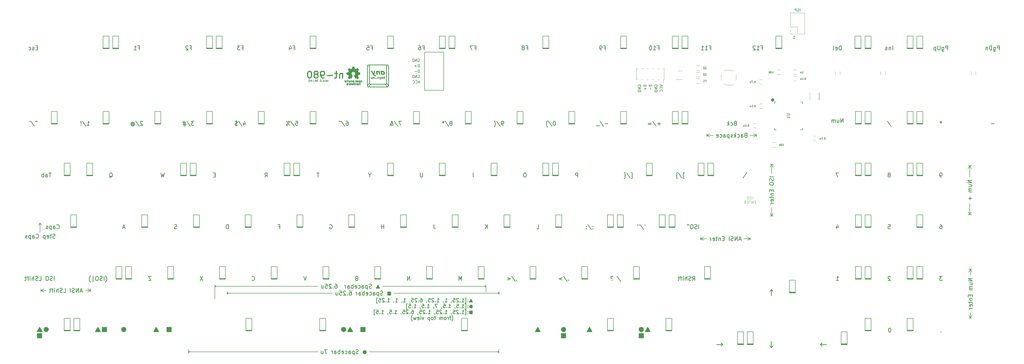
<source format=gbr>
%TF.GenerationSoftware,KiCad,Pcbnew,(5.99.0-9785-ga9f86c6f3d)*%
%TF.CreationDate,2021-09-01T12:36:29-04:00*%
%TF.ProjectId,nt980.dk,6e743938-302e-4646-9b2e-6b696361645f,rev?*%
%TF.SameCoordinates,Original*%
%TF.FileFunction,Legend,Bot*%
%TF.FilePolarity,Positive*%
%FSLAX46Y46*%
G04 Gerber Fmt 4.6, Leading zero omitted, Abs format (unit mm)*
G04 Created by KiCad (PCBNEW (5.99.0-9785-ga9f86c6f3d)) date 2021-09-01 12:36:29*
%MOMM*%
%LPD*%
G01*
G04 APERTURE LIST*
%ADD10C,0.200000*%
%ADD11C,0.400000*%
%ADD12C,0.250000*%
%ADD13C,0.300000*%
%ADD14C,0.150000*%
%ADD15C,0.100000*%
%ADD16C,0.120000*%
%ADD17C,0.010000*%
G04 APERTURE END LIST*
D10*
X160606500Y-15101000D02*
X160606500Y-29101000D01*
X153606500Y-15101000D02*
X160606500Y-15101000D01*
X153606500Y-15101000D02*
X153606500Y-29101000D01*
X160606500Y-29101000D02*
X153606500Y-29101000D01*
D11*
X123369047Y-22889285D02*
X123369047Y-24555952D01*
X123369047Y-23127380D02*
X123250000Y-23008333D01*
X123011904Y-22889285D01*
X122654761Y-22889285D01*
X122416666Y-23008333D01*
X122297619Y-23246428D01*
X122297619Y-24555952D01*
X121464285Y-22889285D02*
X120511904Y-22889285D01*
X121107142Y-22055952D02*
X121107142Y-24198809D01*
X120988095Y-24436904D01*
X120750000Y-24555952D01*
X120511904Y-24555952D01*
X119678571Y-23603571D02*
X117773809Y-23603571D01*
X116464285Y-24555952D02*
X115988095Y-24555952D01*
X115750000Y-24436904D01*
X115630952Y-24317857D01*
X115392857Y-23960714D01*
X115273809Y-23484523D01*
X115273809Y-22532142D01*
X115392857Y-22294047D01*
X115511904Y-22175000D01*
X115750000Y-22055952D01*
X116226190Y-22055952D01*
X116464285Y-22175000D01*
X116583333Y-22294047D01*
X116702380Y-22532142D01*
X116702380Y-23127380D01*
X116583333Y-23365476D01*
X116464285Y-23484523D01*
X116226190Y-23603571D01*
X115750000Y-23603571D01*
X115511904Y-23484523D01*
X115392857Y-23365476D01*
X115273809Y-23127380D01*
X113845238Y-23127380D02*
X114083333Y-23008333D01*
X114202380Y-22889285D01*
X114321428Y-22651190D01*
X114321428Y-22532142D01*
X114202380Y-22294047D01*
X114083333Y-22175000D01*
X113845238Y-22055952D01*
X113369047Y-22055952D01*
X113130952Y-22175000D01*
X113011904Y-22294047D01*
X112892857Y-22532142D01*
X112892857Y-22651190D01*
X113011904Y-22889285D01*
X113130952Y-23008333D01*
X113369047Y-23127380D01*
X113845238Y-23127380D01*
X114083333Y-23246428D01*
X114202380Y-23365476D01*
X114321428Y-23603571D01*
X114321428Y-24079761D01*
X114202380Y-24317857D01*
X114083333Y-24436904D01*
X113845238Y-24555952D01*
X113369047Y-24555952D01*
X113130952Y-24436904D01*
X113011904Y-24317857D01*
X112892857Y-24079761D01*
X112892857Y-23603571D01*
X113011904Y-23365476D01*
X113130952Y-23246428D01*
X113369047Y-23127380D01*
X111345238Y-22055952D02*
X111107142Y-22055952D01*
X110869047Y-22175000D01*
X110750000Y-22294047D01*
X110630952Y-22532142D01*
X110511904Y-23008333D01*
X110511904Y-23603571D01*
X110630952Y-24079761D01*
X110750000Y-24317857D01*
X110869047Y-24436904D01*
X111107142Y-24555952D01*
X111345238Y-24555952D01*
X111583333Y-24436904D01*
X111702380Y-24317857D01*
X111821428Y-24079761D01*
X111940476Y-23603571D01*
X111940476Y-23008333D01*
X111821428Y-22532142D01*
X111702380Y-22294047D01*
X111583333Y-22175000D01*
X111345238Y-22055952D01*
D12*
X110037500Y-97653571D02*
X109537500Y-99153571D01*
X109037500Y-97653571D01*
X67175000Y-13417857D02*
X67675000Y-13417857D01*
X67675000Y-14203571D02*
X67675000Y-12703571D01*
X66960714Y-12703571D01*
X66460714Y-12846428D02*
X66389285Y-12775000D01*
X66246428Y-12703571D01*
X65889285Y-12703571D01*
X65746428Y-12775000D01*
X65675000Y-12846428D01*
X65603571Y-12989285D01*
X65603571Y-13132142D01*
X65675000Y-13346428D01*
X66532142Y-14203571D01*
X65603571Y-14203571D01*
X145089285Y-40503571D02*
X144089285Y-40503571D01*
X144732142Y-42003571D01*
X142446428Y-40432142D02*
X143732142Y-42360714D01*
X140732142Y-42003571D02*
X140803571Y-42003571D01*
X140946428Y-41932142D01*
X141160714Y-41717857D01*
X141517857Y-41289285D01*
X141660714Y-41075000D01*
X141732142Y-40860714D01*
X141732142Y-40717857D01*
X141660714Y-40575000D01*
X141517857Y-40503571D01*
X141446428Y-40503571D01*
X141303571Y-40575000D01*
X141232142Y-40717857D01*
X141232142Y-40789285D01*
X141303571Y-40932142D01*
X141375000Y-41003571D01*
X141803571Y-41289285D01*
X141875000Y-41360714D01*
X141946428Y-41503571D01*
X141946428Y-41717857D01*
X141875000Y-41860714D01*
X141803571Y-41932142D01*
X141660714Y-42003571D01*
X141446428Y-42003571D01*
X141303571Y-41932142D01*
X141232142Y-41860714D01*
X141017857Y-41575000D01*
X140946428Y-41360714D01*
X140946428Y-41217857D01*
X209942857Y-61053571D02*
X209942857Y-59553571D01*
X209371428Y-59553571D01*
X209228571Y-59625000D01*
X209157142Y-59696428D01*
X209085714Y-59839285D01*
X209085714Y-60053571D01*
X209157142Y-60196428D01*
X209228571Y-60267857D01*
X209371428Y-60339285D01*
X209942857Y-60339285D01*
X323932142Y-40432142D02*
X325217857Y-42360714D01*
X171950000Y-13417857D02*
X172450000Y-13417857D01*
X172450000Y-14203571D02*
X172450000Y-12703571D01*
X171735714Y-12703571D01*
X171307142Y-12703571D02*
X170307142Y-12703571D01*
X170950000Y-14203571D01*
X68710714Y-40503571D02*
X67782142Y-40503571D01*
X68282142Y-41075000D01*
X68067857Y-41075000D01*
X67925000Y-41146428D01*
X67853571Y-41217857D01*
X67782142Y-41360714D01*
X67782142Y-41717857D01*
X67853571Y-41860714D01*
X67925000Y-41932142D01*
X68067857Y-42003571D01*
X68496428Y-42003571D01*
X68639285Y-41932142D01*
X68710714Y-41860714D01*
X66067857Y-40432142D02*
X67353571Y-42360714D01*
X65639285Y-41003571D02*
X64567857Y-41003571D01*
X65210714Y-40360714D02*
X65639285Y-42289285D01*
X64710714Y-41646428D02*
X65782142Y-41646428D01*
X65139285Y-42289285D02*
X64710714Y-40360714D01*
D13*
X125444345Y-117890523D02*
X125444345Y-117985761D01*
X125539583Y-117700047D02*
X125539583Y-117985761D01*
X125634821Y-117509571D02*
X125634821Y-117985761D01*
X125730059Y-117319095D02*
X125730059Y-117985761D01*
X125825297Y-117223857D02*
X125825297Y-117985761D01*
X125920535Y-117033380D02*
X125920535Y-117985761D01*
X126015773Y-116842904D02*
X126015773Y-117985761D01*
X126111011Y-116652428D02*
X126111011Y-117985761D01*
X126206250Y-116461952D02*
X126206250Y-117985761D01*
X126301488Y-116652428D02*
X126301488Y-117985761D01*
X126396726Y-116842904D02*
X126396726Y-117985761D01*
X126491964Y-117033380D02*
X126491964Y-117985761D01*
X126587202Y-117223857D02*
X126587202Y-117985761D01*
X126682440Y-117319095D02*
X126682440Y-117985761D01*
X126777678Y-117509571D02*
X126777678Y-117985761D01*
X126872916Y-117700047D02*
X126872916Y-117985761D01*
X126968154Y-117985761D02*
X126206250Y-116557190D01*
X125444345Y-117985761D01*
X126968154Y-117890523D02*
X126968154Y-117985761D01*
X126206250Y-116461952D02*
X127063392Y-117985761D01*
X125349107Y-117985761D01*
X126206250Y-116461952D01*
X234981845Y-117890523D02*
X234981845Y-117985761D01*
X235077083Y-117700047D02*
X235077083Y-117985761D01*
X235172321Y-117509571D02*
X235172321Y-117985761D01*
X235267559Y-117319095D02*
X235267559Y-117985761D01*
X235362797Y-117223857D02*
X235362797Y-117985761D01*
X235458035Y-117033380D02*
X235458035Y-117985761D01*
X235553273Y-116842904D02*
X235553273Y-117985761D01*
X235648511Y-116652428D02*
X235648511Y-117985761D01*
X235743750Y-116461952D02*
X235743750Y-117985761D01*
X235838988Y-116652428D02*
X235838988Y-117985761D01*
X235934226Y-116842904D02*
X235934226Y-117985761D01*
X236029464Y-117033380D02*
X236029464Y-117985761D01*
X236124702Y-117223857D02*
X236124702Y-117985761D01*
X236219940Y-117319095D02*
X236219940Y-117985761D01*
X236315178Y-117509571D02*
X236315178Y-117985761D01*
X236410416Y-117700047D02*
X236410416Y-117985761D01*
X236505654Y-117985761D02*
X235743750Y-116557190D01*
X234981845Y-117985761D01*
X236505654Y-117890523D02*
X236505654Y-117985761D01*
X235743750Y-116461952D02*
X236600892Y-117985761D01*
X234886607Y-117985761D01*
X235743750Y-116461952D01*
D12*
X43219642Y-79675000D02*
X42505357Y-79675000D01*
X43362500Y-80103571D02*
X42862500Y-78603571D01*
X42362500Y-80103571D01*
X201382142Y-40503571D02*
X201239285Y-40503571D01*
X201096428Y-40575000D01*
X201025000Y-40646428D01*
X200953571Y-40789285D01*
X200882142Y-41075000D01*
X200882142Y-41432142D01*
X200953571Y-41717857D01*
X201025000Y-41860714D01*
X201096428Y-41932142D01*
X201239285Y-42003571D01*
X201382142Y-42003571D01*
X201525000Y-41932142D01*
X201596428Y-41860714D01*
X201667857Y-41717857D01*
X201739285Y-41432142D01*
X201739285Y-41075000D01*
X201667857Y-40789285D01*
X201596428Y-40646428D01*
X201525000Y-40575000D01*
X201382142Y-40503571D01*
X199167857Y-40432142D02*
X200453571Y-42360714D01*
X198810714Y-42575000D02*
X198739285Y-42503571D01*
X198596428Y-42289285D01*
X198525000Y-42146428D01*
X198453571Y-41932142D01*
X198382142Y-41575000D01*
X198382142Y-41289285D01*
X198453571Y-40932142D01*
X198525000Y-40717857D01*
X198596428Y-40575000D01*
X198739285Y-40360714D01*
X198810714Y-40289285D01*
X234648214Y-78603571D02*
X234791071Y-78889285D01*
X232933928Y-78532142D02*
X234219642Y-80460714D01*
X232505357Y-78603571D02*
X232505357Y-78889285D01*
X231933928Y-78603571D02*
X231933928Y-78889285D01*
X148066071Y-99153571D02*
X148066071Y-97653571D01*
X147208928Y-99153571D01*
X147208928Y-97653571D01*
D13*
X204105833Y-118747952D02*
X204105833Y-120271761D01*
X204201071Y-120271761D02*
X204201071Y-118747952D01*
X204296309Y-118747952D02*
X204296309Y-120271761D01*
X204391547Y-120271761D02*
X204391547Y-118747952D01*
X204486785Y-118747952D02*
X204486785Y-120271761D01*
X204582023Y-120271761D02*
X204582023Y-118747952D01*
X204677261Y-118747952D02*
X204677261Y-120271761D01*
X204772500Y-120271761D02*
X204772500Y-118747952D01*
X204867738Y-118747952D02*
X204867738Y-120271761D01*
X204962976Y-120271761D02*
X204962976Y-118747952D01*
X205058214Y-118747952D02*
X205058214Y-120271761D01*
X205153452Y-120271761D02*
X205153452Y-118747952D01*
X205248690Y-118747952D02*
X205248690Y-120271761D01*
X205343928Y-120271761D02*
X205343928Y-118747952D01*
X205439166Y-118747952D02*
X205439166Y-120271761D01*
X204010595Y-118747952D02*
X205534404Y-118747952D01*
X205534404Y-120271761D01*
X204010595Y-120271761D01*
X204010595Y-118747952D01*
D12*
X221003571Y-41432142D02*
X219860714Y-41432142D01*
X218075000Y-40432142D02*
X219360714Y-42360714D01*
X217932142Y-42146428D02*
X216789285Y-42146428D01*
D14*
X232259500Y-27657404D02*
X232211880Y-27562166D01*
X232211880Y-27419309D01*
X232259500Y-27276452D01*
X232354738Y-27181214D01*
X232449976Y-27133595D01*
X232640452Y-27085976D01*
X232783309Y-27085976D01*
X232973785Y-27133595D01*
X233069023Y-27181214D01*
X233164261Y-27276452D01*
X233211880Y-27419309D01*
X233211880Y-27514547D01*
X233164261Y-27657404D01*
X233116642Y-27705023D01*
X232783309Y-27705023D01*
X232783309Y-27514547D01*
X233211880Y-28133595D02*
X232211880Y-28133595D01*
X233211880Y-28705023D01*
X232211880Y-28705023D01*
X233211880Y-29181214D02*
X232211880Y-29181214D01*
X232211880Y-29419309D01*
X232259500Y-29562166D01*
X232354738Y-29657404D01*
X232449976Y-29705023D01*
X232640452Y-29752642D01*
X232783309Y-29752642D01*
X232973785Y-29705023D01*
X233069023Y-29657404D01*
X233164261Y-29562166D01*
X233211880Y-29419309D01*
X233211880Y-29181214D01*
D12*
X343910714Y-61053571D02*
X343625000Y-61053571D01*
X343482142Y-60982142D01*
X343410714Y-60910714D01*
X343267857Y-60696428D01*
X343196428Y-60410714D01*
X343196428Y-59839285D01*
X343267857Y-59696428D01*
X343339285Y-59625000D01*
X343482142Y-59553571D01*
X343767857Y-59553571D01*
X343910714Y-59625000D01*
X343982142Y-59696428D01*
X344053571Y-59839285D01*
X344053571Y-60196428D01*
X343982142Y-60339285D01*
X343910714Y-60410714D01*
X343767857Y-60482142D01*
X343482142Y-60482142D01*
X343339285Y-60410714D01*
X343267857Y-60339285D01*
X343196428Y-60196428D01*
X124753571Y-40503571D02*
X125039285Y-40503571D01*
X125182142Y-40575000D01*
X125253571Y-40646428D01*
X125396428Y-40860714D01*
X125467857Y-41146428D01*
X125467857Y-41717857D01*
X125396428Y-41860714D01*
X125325000Y-41932142D01*
X125182142Y-42003571D01*
X124896428Y-42003571D01*
X124753571Y-41932142D01*
X124682142Y-41860714D01*
X124610714Y-41717857D01*
X124610714Y-41360714D01*
X124682142Y-41217857D01*
X124753571Y-41146428D01*
X124896428Y-41075000D01*
X125182142Y-41075000D01*
X125325000Y-41146428D01*
X125396428Y-41217857D01*
X125467857Y-41360714D01*
X122896428Y-40432142D02*
X124182142Y-42360714D01*
X122610714Y-40646428D02*
X122325000Y-40432142D01*
X122039285Y-40646428D01*
D14*
X238304500Y-27657404D02*
X238256880Y-27562166D01*
X238256880Y-27419309D01*
X238304500Y-27276452D01*
X238399738Y-27181214D01*
X238494976Y-27133595D01*
X238685452Y-27085976D01*
X238828309Y-27085976D01*
X239018785Y-27133595D01*
X239114023Y-27181214D01*
X239209261Y-27276452D01*
X239256880Y-27419309D01*
X239256880Y-27514547D01*
X239209261Y-27657404D01*
X239161642Y-27705023D01*
X238828309Y-27705023D01*
X238828309Y-27514547D01*
X239256880Y-28133595D02*
X238256880Y-28133595D01*
X239256880Y-28705023D01*
X238256880Y-28705023D01*
X239256880Y-29181214D02*
X238256880Y-29181214D01*
X238256880Y-29419309D01*
X238304500Y-29562166D01*
X238399738Y-29657404D01*
X238494976Y-29705023D01*
X238685452Y-29752642D01*
X238828309Y-29752642D01*
X239018785Y-29705023D01*
X239114023Y-29657404D01*
X239209261Y-29562166D01*
X239256880Y-29419309D01*
X239256880Y-29181214D01*
D12*
X239339285Y-13417857D02*
X239839285Y-13417857D01*
X239839285Y-14203571D02*
X239839285Y-12703571D01*
X239125000Y-12703571D01*
X237767857Y-14203571D02*
X238625000Y-14203571D01*
X238196428Y-14203571D02*
X238196428Y-12703571D01*
X238339285Y-12917857D01*
X238482142Y-13060714D01*
X238625000Y-13132142D01*
X236839285Y-12703571D02*
X236696428Y-12703571D01*
X236553571Y-12775000D01*
X236482142Y-12846428D01*
X236410714Y-12989285D01*
X236339285Y-13275000D01*
X236339285Y-13632142D01*
X236410714Y-13917857D01*
X236482142Y-14060714D01*
X236553571Y-14132142D01*
X236696428Y-14203571D01*
X236839285Y-14203571D01*
X236982142Y-14132142D01*
X237053571Y-14060714D01*
X237125000Y-13917857D01*
X237196428Y-13632142D01*
X237196428Y-13275000D01*
X237125000Y-12989285D01*
X237053571Y-12846428D01*
X236982142Y-12775000D01*
X236839285Y-12703571D01*
X52887500Y-97653571D02*
X51887500Y-97653571D01*
X52887500Y-99153571D01*
X51887500Y-99153571D01*
X365175000Y-14203571D02*
X365175000Y-12703571D01*
X364603571Y-12703571D01*
X364460714Y-12775000D01*
X364389285Y-12846428D01*
X364317857Y-12989285D01*
X364317857Y-13203571D01*
X364389285Y-13346428D01*
X364460714Y-13417857D01*
X364603571Y-13489285D01*
X365175000Y-13489285D01*
X363032142Y-13203571D02*
X363032142Y-14417857D01*
X363103571Y-14560714D01*
X363175000Y-14632142D01*
X363317857Y-14703571D01*
X363532142Y-14703571D01*
X363675000Y-14632142D01*
X363032142Y-14132142D02*
X363175000Y-14203571D01*
X363460714Y-14203571D01*
X363603571Y-14132142D01*
X363675000Y-14060714D01*
X363746428Y-13917857D01*
X363746428Y-13489285D01*
X363675000Y-13346428D01*
X363603571Y-13275000D01*
X363460714Y-13203571D01*
X363175000Y-13203571D01*
X363032142Y-13275000D01*
X362317857Y-14203571D02*
X362317857Y-12703571D01*
X361960714Y-12703571D01*
X361746428Y-12775000D01*
X361603571Y-12917857D01*
X361532142Y-13060714D01*
X361460714Y-13346428D01*
X361460714Y-13560714D01*
X361532142Y-13846428D01*
X361603571Y-13989285D01*
X361746428Y-14132142D01*
X361960714Y-14203571D01*
X362317857Y-14203571D01*
X360817857Y-13203571D02*
X360817857Y-14203571D01*
X360817857Y-13346428D02*
X360746428Y-13275000D01*
X360603571Y-13203571D01*
X360389285Y-13203571D01*
X360246428Y-13275000D01*
X360175000Y-13417857D01*
X360175000Y-14203571D01*
X48125000Y-13417857D02*
X48625000Y-13417857D01*
X48625000Y-14203571D02*
X48625000Y-12703571D01*
X47910714Y-12703571D01*
X46553571Y-14203571D02*
X47410714Y-14203571D01*
X46982142Y-14203571D02*
X46982142Y-12703571D01*
X47125000Y-12917857D01*
X47267857Y-13060714D01*
X47410714Y-13132142D01*
X171450000Y-61053571D02*
X171450000Y-59553571D01*
X71937500Y-97653571D02*
X70937500Y-99153571D01*
X70937500Y-97653571D02*
X71937500Y-99153571D01*
X49803571Y-40646428D02*
X49732142Y-40575000D01*
X49589285Y-40503571D01*
X49232142Y-40503571D01*
X49089285Y-40575000D01*
X49017857Y-40646428D01*
X48946428Y-40789285D01*
X48946428Y-40932142D01*
X49017857Y-41146428D01*
X49875000Y-42003571D01*
X48946428Y-42003571D01*
X47232142Y-40432142D02*
X48517857Y-42360714D01*
X45803571Y-41289285D02*
X45875000Y-41217857D01*
X46017857Y-41146428D01*
X46160714Y-41146428D01*
X46303571Y-41217857D01*
X46375000Y-41289285D01*
X46446428Y-41432142D01*
X46446428Y-41575000D01*
X46375000Y-41717857D01*
X46303571Y-41789285D01*
X46160714Y-41860714D01*
X46017857Y-41860714D01*
X45875000Y-41789285D01*
X45803571Y-41717857D01*
X45803571Y-41146428D02*
X45803571Y-41717857D01*
X45732142Y-41789285D01*
X45660714Y-41789285D01*
X45517857Y-41717857D01*
X45446428Y-41575000D01*
X45446428Y-41217857D01*
X45589285Y-41003571D01*
X45803571Y-40860714D01*
X46089285Y-40789285D01*
X46375000Y-40860714D01*
X46589285Y-41003571D01*
X46732142Y-41217857D01*
X46803571Y-41503571D01*
X46732142Y-41789285D01*
X46589285Y-42003571D01*
X46375000Y-42146428D01*
X46089285Y-42217857D01*
X45803571Y-42146428D01*
X45589285Y-42003571D01*
X37528571Y-61196428D02*
X37671428Y-61125000D01*
X37814285Y-60982142D01*
X38028571Y-60767857D01*
X38171428Y-60696428D01*
X38314285Y-60696428D01*
X38242857Y-61053571D02*
X38385714Y-60982142D01*
X38528571Y-60839285D01*
X38600000Y-60553571D01*
X38600000Y-60053571D01*
X38528571Y-59767857D01*
X38385714Y-59625000D01*
X38242857Y-59553571D01*
X37957142Y-59553571D01*
X37814285Y-59625000D01*
X37671428Y-59767857D01*
X37600000Y-60053571D01*
X37600000Y-60553571D01*
X37671428Y-60839285D01*
X37814285Y-60982142D01*
X37957142Y-61053571D01*
X38242857Y-61053571D01*
D13*
X204105833Y-116842904D02*
X204105833Y-117604809D01*
X204201071Y-117700047D02*
X204582023Y-117985761D01*
X204201071Y-116747666D02*
X204582023Y-116461952D01*
X204201071Y-116652428D02*
X204201071Y-117795285D01*
X204296309Y-117795285D02*
X204296309Y-116652428D01*
X204391547Y-116557190D02*
X204391547Y-117890523D01*
X204486785Y-117890523D02*
X204486785Y-116557190D01*
X204582023Y-116461952D02*
X204582023Y-117985761D01*
X204677261Y-117985761D02*
X204677261Y-116461952D01*
X204772500Y-116461952D02*
X204772500Y-117985761D01*
X204867738Y-117985761D02*
X204867738Y-116461952D01*
X204962976Y-117985761D02*
X205343928Y-117700047D01*
X204962976Y-116461952D02*
X204962976Y-117985761D01*
X204962976Y-116461952D02*
X205343928Y-116747666D01*
X205058214Y-117890523D02*
X205058214Y-116557190D01*
X205153452Y-116557190D02*
X205153452Y-117890523D01*
X205248690Y-117795285D02*
X205248690Y-116652428D01*
X205343928Y-116652428D02*
X205343928Y-117795285D01*
X205439166Y-117604809D02*
X205439166Y-116842904D01*
X204582023Y-116461952D02*
X204962976Y-116461952D01*
X205343928Y-116652428D01*
X205534404Y-117033380D01*
X205534404Y-117414333D01*
X205343928Y-117795285D01*
X204962976Y-117985761D01*
X204582023Y-117985761D01*
X204201071Y-117795285D01*
X204010595Y-117414333D01*
X204010595Y-117033380D01*
X204201071Y-116652428D01*
X204582023Y-116461952D01*
D14*
X240225880Y-26990738D02*
X241225880Y-27324071D01*
X240225880Y-27657404D01*
X241130642Y-28562166D02*
X241178261Y-28514547D01*
X241225880Y-28371690D01*
X241225880Y-28276452D01*
X241178261Y-28133595D01*
X241083023Y-28038357D01*
X240987785Y-27990738D01*
X240797309Y-27943119D01*
X240654452Y-27943119D01*
X240463976Y-27990738D01*
X240368738Y-28038357D01*
X240273500Y-28133595D01*
X240225880Y-28276452D01*
X240225880Y-28371690D01*
X240273500Y-28514547D01*
X240321119Y-28562166D01*
X241130642Y-29562166D02*
X241178261Y-29514547D01*
X241225880Y-29371690D01*
X241225880Y-29276452D01*
X241178261Y-29133595D01*
X241083023Y-29038357D01*
X240987785Y-28990738D01*
X240797309Y-28943119D01*
X240654452Y-28943119D01*
X240463976Y-28990738D01*
X240368738Y-29038357D01*
X240273500Y-29133595D01*
X240225880Y-29276452D01*
X240225880Y-29371690D01*
X240273500Y-29514547D01*
X240321119Y-29562166D01*
D12*
X346160714Y-14203571D02*
X346160714Y-12703571D01*
X345589285Y-12703571D01*
X345446428Y-12775000D01*
X345375000Y-12846428D01*
X345303571Y-12989285D01*
X345303571Y-13203571D01*
X345375000Y-13346428D01*
X345446428Y-13417857D01*
X345589285Y-13489285D01*
X346160714Y-13489285D01*
X344017857Y-13203571D02*
X344017857Y-14417857D01*
X344089285Y-14560714D01*
X344160714Y-14632142D01*
X344303571Y-14703571D01*
X344517857Y-14703571D01*
X344660714Y-14632142D01*
X344017857Y-14132142D02*
X344160714Y-14203571D01*
X344446428Y-14203571D01*
X344589285Y-14132142D01*
X344660714Y-14060714D01*
X344732142Y-13917857D01*
X344732142Y-13489285D01*
X344660714Y-13346428D01*
X344589285Y-13275000D01*
X344446428Y-13203571D01*
X344160714Y-13203571D01*
X344017857Y-13275000D01*
X343303571Y-12703571D02*
X343303571Y-13917857D01*
X343232142Y-14060714D01*
X343160714Y-14132142D01*
X343017857Y-14203571D01*
X342732142Y-14203571D01*
X342589285Y-14132142D01*
X342517857Y-14060714D01*
X342446428Y-13917857D01*
X342446428Y-12703571D01*
X341732142Y-13203571D02*
X341732142Y-14703571D01*
X341732142Y-13275000D02*
X341589285Y-13203571D01*
X341303571Y-13203571D01*
X341160714Y-13275000D01*
X341089285Y-13346428D01*
X341017857Y-13489285D01*
X341017857Y-13917857D01*
X341089285Y-14060714D01*
X341160714Y-14132142D01*
X341303571Y-14203571D01*
X341589285Y-14203571D01*
X341732142Y-14132142D01*
D14*
X118092384Y-25915125D02*
X118092384Y-25448459D01*
X118092384Y-25581792D02*
X118059051Y-25515125D01*
X118025718Y-25481792D01*
X117959051Y-25448459D01*
X117892384Y-25448459D01*
X117392384Y-25881792D02*
X117459051Y-25915125D01*
X117592384Y-25915125D01*
X117659051Y-25881792D01*
X117692384Y-25815125D01*
X117692384Y-25548459D01*
X117659051Y-25481792D01*
X117592384Y-25448459D01*
X117459051Y-25448459D01*
X117392384Y-25481792D01*
X117359051Y-25548459D01*
X117359051Y-25615125D01*
X117692384Y-25681792D01*
X117125718Y-25448459D02*
X116959051Y-25915125D01*
X116792384Y-25448459D01*
X116159051Y-25915125D02*
X116559051Y-25915125D01*
X116359051Y-25915125D02*
X116359051Y-25215125D01*
X116425718Y-25315125D01*
X116492384Y-25381792D01*
X116559051Y-25415125D01*
X115859051Y-25848459D02*
X115825718Y-25881792D01*
X115859051Y-25915125D01*
X115892384Y-25881792D01*
X115859051Y-25848459D01*
X115859051Y-25915125D01*
X115392384Y-25215125D02*
X115325718Y-25215125D01*
X115259051Y-25248459D01*
X115225718Y-25281792D01*
X115192384Y-25348459D01*
X115159051Y-25481792D01*
X115159051Y-25648459D01*
X115192384Y-25781792D01*
X115225718Y-25848459D01*
X115259051Y-25881792D01*
X115325718Y-25915125D01*
X115392384Y-25915125D01*
X115459051Y-25881792D01*
X115492384Y-25848459D01*
X115525718Y-25781792D01*
X115559051Y-25648459D01*
X115559051Y-25481792D01*
X115525718Y-25348459D01*
X115492384Y-25281792D01*
X115459051Y-25248459D01*
X115392384Y-25215125D01*
X114325718Y-25915125D02*
X114325718Y-25215125D01*
X114159051Y-25215125D01*
X114059051Y-25248459D01*
X113992384Y-25315125D01*
X113959051Y-25381792D01*
X113925718Y-25515125D01*
X113925718Y-25615125D01*
X113959051Y-25748459D01*
X113992384Y-25815125D01*
X114059051Y-25881792D01*
X114159051Y-25915125D01*
X114325718Y-25915125D01*
X113625718Y-25915125D02*
X113625718Y-25215125D01*
X113225718Y-25915125D02*
X113525718Y-25515125D01*
X113225718Y-25215125D02*
X113625718Y-25615125D01*
X112925718Y-25648459D02*
X112392384Y-25648459D01*
X112059051Y-25915125D02*
X112059051Y-25215125D01*
X112059051Y-25548459D02*
X111659051Y-25548459D01*
X111659051Y-25915125D02*
X111659051Y-25215125D01*
X111359051Y-25881792D02*
X111259051Y-25915125D01*
X111092384Y-25915125D01*
X111025718Y-25881792D01*
X110992384Y-25848459D01*
X110959051Y-25781792D01*
X110959051Y-25715125D01*
X110992384Y-25648459D01*
X111025718Y-25615125D01*
X111092384Y-25581792D01*
X111225718Y-25548459D01*
X111292384Y-25515125D01*
X111325718Y-25481792D01*
X111359051Y-25415125D01*
X111359051Y-25348459D01*
X111325718Y-25281792D01*
X111292384Y-25248459D01*
X111225718Y-25215125D01*
X111059051Y-25215125D01*
X110959051Y-25248459D01*
D13*
X130275833Y-116461952D02*
X130275833Y-117985761D01*
X130371071Y-117985761D02*
X130371071Y-116461952D01*
X130466309Y-116461952D02*
X130466309Y-117985761D01*
X130561547Y-117985761D02*
X130561547Y-116461952D01*
X130656785Y-116461952D02*
X130656785Y-117985761D01*
X130752023Y-117985761D02*
X130752023Y-116461952D01*
X130847261Y-116461952D02*
X130847261Y-117985761D01*
X130942500Y-117985761D02*
X130942500Y-116461952D01*
X131037738Y-116461952D02*
X131037738Y-117985761D01*
X131132976Y-117985761D02*
X131132976Y-116461952D01*
X131228214Y-116461952D02*
X131228214Y-117985761D01*
X131323452Y-117985761D02*
X131323452Y-116461952D01*
X131418690Y-116461952D02*
X131418690Y-117985761D01*
X131513928Y-117985761D02*
X131513928Y-116461952D01*
X131609166Y-116461952D02*
X131609166Y-117985761D01*
X130180595Y-116461952D02*
X131704404Y-116461952D01*
X131704404Y-117985761D01*
X130180595Y-117985761D01*
X130180595Y-116461952D01*
D12*
X306025000Y-59553571D02*
X305025000Y-59553571D01*
X305667857Y-61053571D01*
D14*
X237218880Y-27133595D02*
X236218880Y-27133595D01*
X236218880Y-27371690D01*
X236266500Y-27514547D01*
X236361738Y-27609785D01*
X236456976Y-27657404D01*
X236647452Y-27705023D01*
X236790309Y-27705023D01*
X236980785Y-27657404D01*
X237076023Y-27609785D01*
X237171261Y-27514547D01*
X237218880Y-27371690D01*
X237218880Y-27133595D01*
X236837928Y-28133595D02*
X236837928Y-28895500D01*
D12*
X267846357Y-41217857D02*
X267632071Y-41289285D01*
X267560642Y-41360714D01*
X267489214Y-41503571D01*
X267489214Y-41717857D01*
X267560642Y-41860714D01*
X267632071Y-41932142D01*
X267774928Y-42003571D01*
X268346357Y-42003571D01*
X268346357Y-40503571D01*
X267846357Y-40503571D01*
X267703500Y-40575000D01*
X267632071Y-40646428D01*
X267560642Y-40789285D01*
X267560642Y-40932142D01*
X267632071Y-41075000D01*
X267703500Y-41146428D01*
X267846357Y-41217857D01*
X268346357Y-41217857D01*
X266203500Y-41932142D02*
X266346357Y-42003571D01*
X266632071Y-42003571D01*
X266774928Y-41932142D01*
X266846357Y-41860714D01*
X266917785Y-41717857D01*
X266917785Y-41289285D01*
X266846357Y-41146428D01*
X266774928Y-41075000D01*
X266632071Y-41003571D01*
X266346357Y-41003571D01*
X266203500Y-41075000D01*
X265560642Y-42003571D02*
X265560642Y-40503571D01*
X265417785Y-41432142D02*
X264989214Y-42003571D01*
X264989214Y-41003571D02*
X265560642Y-41575000D01*
X133850000Y-13417857D02*
X134350000Y-13417857D01*
X134350000Y-14203571D02*
X134350000Y-12703571D01*
X133635714Y-12703571D01*
X132350000Y-12703571D02*
X133064285Y-12703571D01*
X133135714Y-13417857D01*
X133064285Y-13346428D01*
X132921428Y-13275000D01*
X132564285Y-13275000D01*
X132421428Y-13346428D01*
X132350000Y-13417857D01*
X132278571Y-13560714D01*
X132278571Y-13917857D01*
X132350000Y-14060714D01*
X132421428Y-14132142D01*
X132564285Y-14203571D01*
X132921428Y-14203571D01*
X133064285Y-14132142D01*
X133135714Y-14060714D01*
X76521428Y-60267857D02*
X76021428Y-60267857D01*
X75807142Y-61053571D02*
X76521428Y-61053571D01*
X76521428Y-59553571D01*
X75807142Y-59553571D01*
X305096428Y-99153571D02*
X305953571Y-99153571D01*
X305525000Y-99153571D02*
X305525000Y-97653571D01*
X305667857Y-97867857D01*
X305810714Y-98010714D01*
X305953571Y-98082142D01*
X249221428Y-61553571D02*
X248864285Y-61553571D01*
X248864285Y-59410714D01*
X249221428Y-59410714D01*
X247007142Y-59482142D02*
X248292857Y-61410714D01*
X246650000Y-61625000D02*
X246578571Y-61625000D01*
X246435714Y-61553571D01*
X246364285Y-61410714D01*
X246364285Y-60696428D01*
X246292857Y-60553571D01*
X246150000Y-60482142D01*
X246292857Y-60410714D01*
X246364285Y-60267857D01*
X246364285Y-59553571D01*
X246435714Y-59410714D01*
X246578571Y-59339285D01*
X246650000Y-59339285D01*
D13*
X13625833Y-116842904D02*
X13625833Y-117604809D01*
X13721071Y-117700047D02*
X14102023Y-117985761D01*
X13721071Y-116747666D02*
X14102023Y-116461952D01*
X13721071Y-116652428D02*
X13721071Y-117795285D01*
X13816309Y-117795285D02*
X13816309Y-116652428D01*
X13911547Y-116557190D02*
X13911547Y-117890523D01*
X14006785Y-117890523D02*
X14006785Y-116557190D01*
X14102023Y-116461952D02*
X14102023Y-117985761D01*
X14197261Y-117985761D02*
X14197261Y-116461952D01*
X14292500Y-116461952D02*
X14292500Y-117985761D01*
X14387738Y-117985761D02*
X14387738Y-116461952D01*
X14482976Y-117985761D02*
X14863928Y-117700047D01*
X14482976Y-116461952D02*
X14482976Y-117985761D01*
X14482976Y-116461952D02*
X14863928Y-116747666D01*
X14578214Y-117890523D02*
X14578214Y-116557190D01*
X14673452Y-116557190D02*
X14673452Y-117890523D01*
X14768690Y-117795285D02*
X14768690Y-116652428D01*
X14863928Y-116652428D02*
X14863928Y-117795285D01*
X14959166Y-117604809D02*
X14959166Y-116842904D01*
X14102023Y-116461952D02*
X14482976Y-116461952D01*
X14863928Y-116652428D01*
X15054404Y-117033380D01*
X15054404Y-117414333D01*
X14863928Y-117795285D01*
X14482976Y-117985761D01*
X14102023Y-117985761D01*
X13721071Y-117795285D01*
X13530595Y-117414333D01*
X13530595Y-117033380D01*
X13721071Y-116652428D01*
X14102023Y-116461952D01*
D12*
X215383928Y-80032142D02*
X215383928Y-80103571D01*
X215455357Y-80246428D01*
X215526785Y-80317857D01*
X215455357Y-79175000D02*
X215383928Y-79246428D01*
X215455357Y-79317857D01*
X215526785Y-79246428D01*
X215455357Y-79175000D01*
X215455357Y-79317857D01*
X213669642Y-78532142D02*
X214955357Y-80460714D01*
X213169642Y-79960714D02*
X213098214Y-80032142D01*
X213169642Y-80103571D01*
X213241071Y-80032142D01*
X213169642Y-79960714D01*
X213169642Y-80103571D01*
X213169642Y-79175000D02*
X213098214Y-79246428D01*
X213169642Y-79317857D01*
X213241071Y-79246428D01*
X213169642Y-79175000D01*
X213169642Y-79317857D01*
X152900000Y-13417857D02*
X153400000Y-13417857D01*
X153400000Y-14203571D02*
X153400000Y-12703571D01*
X152685714Y-12703571D01*
X151471428Y-12703571D02*
X151757142Y-12703571D01*
X151900000Y-12775000D01*
X151971428Y-12846428D01*
X152114285Y-13060714D01*
X152185714Y-13346428D01*
X152185714Y-13917857D01*
X152114285Y-14060714D01*
X152042857Y-14132142D01*
X151900000Y-14203571D01*
X151614285Y-14203571D01*
X151471428Y-14132142D01*
X151400000Y-14060714D01*
X151328571Y-13917857D01*
X151328571Y-13560714D01*
X151400000Y-13417857D01*
X151471428Y-13346428D01*
X151614285Y-13275000D01*
X151900000Y-13275000D01*
X152042857Y-13346428D01*
X152114285Y-13417857D01*
X152185714Y-13560714D01*
X182546428Y-42003571D02*
X182260714Y-42003571D01*
X182117857Y-41932142D01*
X182046428Y-41860714D01*
X181903571Y-41646428D01*
X181832142Y-41360714D01*
X181832142Y-40789285D01*
X181903571Y-40646428D01*
X181975000Y-40575000D01*
X182117857Y-40503571D01*
X182403571Y-40503571D01*
X182546428Y-40575000D01*
X182617857Y-40646428D01*
X182689285Y-40789285D01*
X182689285Y-41146428D01*
X182617857Y-41289285D01*
X182546428Y-41360714D01*
X182403571Y-41432142D01*
X182117857Y-41432142D01*
X181975000Y-41360714D01*
X181903571Y-41289285D01*
X181832142Y-41146428D01*
X180117857Y-40432142D02*
X181403571Y-42360714D01*
X179189285Y-42575000D02*
X179260714Y-42503571D01*
X179403571Y-42289285D01*
X179475000Y-42146428D01*
X179546428Y-41932142D01*
X179617857Y-41575000D01*
X179617857Y-41289285D01*
X179546428Y-40932142D01*
X179475000Y-40717857D01*
X179403571Y-40575000D01*
X179260714Y-40360714D01*
X179189285Y-40289285D01*
X343625000Y-40503571D02*
X343625000Y-40860714D01*
X343982142Y-40717857D02*
X343625000Y-40860714D01*
X343267857Y-40717857D01*
X343839285Y-41146428D02*
X343625000Y-40860714D01*
X343410714Y-41146428D01*
X62341071Y-80032142D02*
X62126785Y-80103571D01*
X61769642Y-80103571D01*
X61626785Y-80032142D01*
X61555357Y-79960714D01*
X61483928Y-79817857D01*
X61483928Y-79675000D01*
X61555357Y-79532142D01*
X61626785Y-79460714D01*
X61769642Y-79389285D01*
X62055357Y-79317857D01*
X62198214Y-79246428D01*
X62269642Y-79175000D01*
X62341071Y-79032142D01*
X62341071Y-78889285D01*
X62269642Y-78746428D01*
X62198214Y-78675000D01*
X62055357Y-78603571D01*
X61698214Y-78603571D01*
X61483928Y-78675000D01*
X325860714Y-14203571D02*
X325860714Y-12703571D01*
X325146428Y-13203571D02*
X325146428Y-14203571D01*
X325146428Y-13346428D02*
X325075000Y-13275000D01*
X324932142Y-13203571D01*
X324717857Y-13203571D01*
X324575000Y-13275000D01*
X324503571Y-13417857D01*
X324503571Y-14203571D01*
X323860714Y-14132142D02*
X323717857Y-14203571D01*
X323432142Y-14203571D01*
X323289285Y-14132142D01*
X323217857Y-13989285D01*
X323217857Y-13917857D01*
X323289285Y-13775000D01*
X323432142Y-13703571D01*
X323646428Y-13703571D01*
X323789285Y-13632142D01*
X323860714Y-13489285D01*
X323860714Y-13417857D01*
X323789285Y-13275000D01*
X323646428Y-13203571D01*
X323432142Y-13203571D01*
X323289285Y-13275000D01*
X16073214Y-59553571D02*
X15216071Y-59553571D01*
X15644642Y-61053571D02*
X15644642Y-59553571D01*
X14073214Y-61053571D02*
X14073214Y-60267857D01*
X14144642Y-60125000D01*
X14287500Y-60053571D01*
X14573214Y-60053571D01*
X14716071Y-60125000D01*
X14073214Y-60982142D02*
X14216071Y-61053571D01*
X14573214Y-61053571D01*
X14716071Y-60982142D01*
X14787500Y-60839285D01*
X14787500Y-60696428D01*
X14716071Y-60553571D01*
X14573214Y-60482142D01*
X14216071Y-60482142D01*
X14073214Y-60410714D01*
X13358928Y-61053571D02*
X13358928Y-59553571D01*
X13358928Y-60125000D02*
X13216071Y-60053571D01*
X12930357Y-60053571D01*
X12787500Y-60125000D01*
X12716071Y-60196428D01*
X12644642Y-60339285D01*
X12644642Y-60767857D01*
X12716071Y-60910714D01*
X12787500Y-60982142D01*
X12930357Y-61053571D01*
X13216071Y-61053571D01*
X13358928Y-60982142D01*
D10*
X151714404Y-20553380D02*
X151714404Y-19553380D01*
X151476309Y-19553380D01*
X151333452Y-19601000D01*
X151238214Y-19696238D01*
X151190595Y-19791476D01*
X151142976Y-19981952D01*
X151142976Y-20124809D01*
X151190595Y-20315285D01*
X151238214Y-20410523D01*
X151333452Y-20505761D01*
X151476309Y-20553380D01*
X151714404Y-20553380D01*
X150714404Y-20172428D02*
X149952500Y-20172428D01*
X150333452Y-20553380D02*
X150333452Y-19791476D01*
D12*
X191000000Y-13417857D02*
X191500000Y-13417857D01*
X191500000Y-14203571D02*
X191500000Y-12703571D01*
X190785714Y-12703571D01*
X190000000Y-13346428D02*
X190142857Y-13275000D01*
X190214285Y-13203571D01*
X190285714Y-13060714D01*
X190285714Y-12989285D01*
X190214285Y-12846428D01*
X190142857Y-12775000D01*
X190000000Y-12703571D01*
X189714285Y-12703571D01*
X189571428Y-12775000D01*
X189500000Y-12846428D01*
X189428571Y-12989285D01*
X189428571Y-13060714D01*
X189500000Y-13203571D01*
X189571428Y-13275000D01*
X189714285Y-13346428D01*
X190000000Y-13346428D01*
X190142857Y-13417857D01*
X190214285Y-13489285D01*
X190285714Y-13632142D01*
X190285714Y-13917857D01*
X190214285Y-14060714D01*
X190142857Y-14132142D01*
X190000000Y-14203571D01*
X189714285Y-14203571D01*
X189571428Y-14132142D01*
X189500000Y-14060714D01*
X189428571Y-13917857D01*
X189428571Y-13632142D01*
X189500000Y-13489285D01*
X189571428Y-13417857D01*
X189714285Y-13346428D01*
X281225000Y-104832142D02*
X281225000Y-102546428D01*
X281796428Y-103117857D02*
X281225000Y-102546428D01*
X280653571Y-103117857D01*
X190642857Y-59553571D02*
X190357142Y-59553571D01*
X190214285Y-59625000D01*
X190071428Y-59767857D01*
X190000000Y-60053571D01*
X190000000Y-60553571D01*
X190071428Y-60839285D01*
X190214285Y-60982142D01*
X190357142Y-61053571D01*
X190642857Y-61053571D01*
X190785714Y-60982142D01*
X190928571Y-60839285D01*
X191000000Y-60553571D01*
X191000000Y-60053571D01*
X190928571Y-59767857D01*
X190785714Y-59625000D01*
X190642857Y-59553571D01*
X118669642Y-78675000D02*
X118812500Y-78603571D01*
X119026785Y-78603571D01*
X119241071Y-78675000D01*
X119383928Y-78817857D01*
X119455357Y-78960714D01*
X119526785Y-79246428D01*
X119526785Y-79460714D01*
X119455357Y-79746428D01*
X119383928Y-79889285D01*
X119241071Y-80032142D01*
X119026785Y-80103571D01*
X118883928Y-80103571D01*
X118669642Y-80032142D01*
X118598214Y-79960714D01*
X118598214Y-79460714D01*
X118883928Y-79460714D01*
X224408928Y-97582142D02*
X225694642Y-99510714D01*
X222551785Y-99010714D02*
X222480357Y-99082142D01*
X222551785Y-99153571D01*
X222623214Y-99082142D01*
X222551785Y-99010714D01*
X222551785Y-99153571D01*
X222837500Y-97725000D02*
X222694642Y-97653571D01*
X222337500Y-97653571D01*
X222194642Y-97725000D01*
X222123214Y-97867857D01*
X222123214Y-98010714D01*
X222194642Y-98153571D01*
X222266071Y-98225000D01*
X222408928Y-98296428D01*
X222480357Y-98367857D01*
X222551785Y-98510714D01*
X222551785Y-98582142D01*
X343339285Y-78603571D02*
X343625000Y-78603571D01*
X343767857Y-78675000D01*
X343839285Y-78746428D01*
X343982142Y-78960714D01*
X344053571Y-79246428D01*
X344053571Y-79817857D01*
X343982142Y-79960714D01*
X343910714Y-80032142D01*
X343767857Y-80103571D01*
X343482142Y-80103571D01*
X343339285Y-80032142D01*
X343267857Y-79960714D01*
X343196428Y-79817857D01*
X343196428Y-79460714D01*
X343267857Y-79317857D01*
X343339285Y-79246428D01*
X343482142Y-79175000D01*
X343767857Y-79175000D01*
X343910714Y-79246428D01*
X343982142Y-79317857D01*
X344053571Y-79460714D01*
X86225000Y-13417857D02*
X86725000Y-13417857D01*
X86725000Y-14203571D02*
X86725000Y-12703571D01*
X86010714Y-12703571D01*
X85582142Y-12703571D02*
X84653571Y-12703571D01*
X85153571Y-13275000D01*
X84939285Y-13275000D01*
X84796428Y-13346428D01*
X84725000Y-13417857D01*
X84653571Y-13560714D01*
X84653571Y-13917857D01*
X84725000Y-14060714D01*
X84796428Y-14132142D01*
X84939285Y-14203571D01*
X85367857Y-14203571D01*
X85510714Y-14132142D01*
X85582142Y-14060714D01*
X90023214Y-99010714D02*
X90094642Y-99082142D01*
X90308928Y-99153571D01*
X90451785Y-99153571D01*
X90666071Y-99082142D01*
X90808928Y-98939285D01*
X90880357Y-98796428D01*
X90951785Y-98510714D01*
X90951785Y-98296428D01*
X90880357Y-98010714D01*
X90808928Y-97867857D01*
X90666071Y-97725000D01*
X90451785Y-97653571D01*
X90308928Y-97653571D01*
X90094642Y-97725000D01*
X90023214Y-97796428D01*
X343625000Y-118060714D02*
X343553571Y-118132142D01*
X343625000Y-118203571D01*
X343696428Y-118132142D01*
X343625000Y-118060714D01*
X343625000Y-118203571D01*
X106060714Y-40503571D02*
X106775000Y-40503571D01*
X106846428Y-41217857D01*
X106775000Y-41146428D01*
X106632142Y-41075000D01*
X106275000Y-41075000D01*
X106132142Y-41146428D01*
X106060714Y-41217857D01*
X105989285Y-41360714D01*
X105989285Y-41717857D01*
X106060714Y-41860714D01*
X106132142Y-41932142D01*
X106275000Y-42003571D01*
X106632142Y-42003571D01*
X106775000Y-41932142D01*
X106846428Y-41860714D01*
X104275000Y-40432142D02*
X105560714Y-42360714D01*
X103846428Y-42003571D02*
X102703571Y-40503571D01*
X103632142Y-40503571D02*
X103489285Y-40575000D01*
X103417857Y-40717857D01*
X103489285Y-40860714D01*
X103632142Y-40932142D01*
X103775000Y-40860714D01*
X103846428Y-40717857D01*
X103775000Y-40575000D01*
X103632142Y-40503571D01*
X102775000Y-41932142D02*
X102703571Y-41789285D01*
X102775000Y-41646428D01*
X102917857Y-41575000D01*
X103060714Y-41646428D01*
X103132142Y-41789285D01*
X103060714Y-41932142D01*
X102917857Y-42003571D01*
X102775000Y-41932142D01*
X307632142Y-40981571D02*
X307632142Y-39481571D01*
X306775000Y-40981571D01*
X306775000Y-39481571D01*
X305417857Y-39981571D02*
X305417857Y-40981571D01*
X306060714Y-39981571D02*
X306060714Y-40767285D01*
X305989285Y-40910142D01*
X305846428Y-40981571D01*
X305632142Y-40981571D01*
X305489285Y-40910142D01*
X305417857Y-40838714D01*
X304703571Y-40981571D02*
X304703571Y-39981571D01*
X304703571Y-40124428D02*
X304632142Y-40053000D01*
X304489285Y-39981571D01*
X304275000Y-39981571D01*
X304132142Y-40053000D01*
X304060714Y-40195857D01*
X304060714Y-40981571D01*
X304060714Y-40195857D02*
X303989285Y-40053000D01*
X303846428Y-39981571D01*
X303632142Y-39981571D01*
X303489285Y-40053000D01*
X303417857Y-40195857D01*
X303417857Y-40981571D01*
X281225000Y-121596428D02*
X281225000Y-123882142D01*
X280653571Y-123310714D02*
X281225000Y-123882142D01*
X281796428Y-123310714D01*
X324217857Y-78603571D02*
X324932142Y-78603571D01*
X325003571Y-79317857D01*
X324932142Y-79246428D01*
X324789285Y-79175000D01*
X324432142Y-79175000D01*
X324289285Y-79246428D01*
X324217857Y-79317857D01*
X324146428Y-79460714D01*
X324146428Y-79817857D01*
X324217857Y-79960714D01*
X324289285Y-80032142D01*
X324432142Y-80103571D01*
X324789285Y-80103571D01*
X324932142Y-80032142D01*
X325003571Y-79960714D01*
D13*
X32575595Y-117890523D02*
X32575595Y-117985761D01*
X32670833Y-117700047D02*
X32670833Y-117985761D01*
X32766071Y-117509571D02*
X32766071Y-117985761D01*
X32861309Y-117319095D02*
X32861309Y-117985761D01*
X32956547Y-117223857D02*
X32956547Y-117985761D01*
X33051785Y-117033380D02*
X33051785Y-117985761D01*
X33147023Y-116842904D02*
X33147023Y-117985761D01*
X33242261Y-116652428D02*
X33242261Y-117985761D01*
X33337500Y-116461952D02*
X33337500Y-117985761D01*
X33432738Y-116652428D02*
X33432738Y-117985761D01*
X33527976Y-116842904D02*
X33527976Y-117985761D01*
X33623214Y-117033380D02*
X33623214Y-117985761D01*
X33718452Y-117223857D02*
X33718452Y-117985761D01*
X33813690Y-117319095D02*
X33813690Y-117985761D01*
X33908928Y-117509571D02*
X33908928Y-117985761D01*
X34004166Y-117700047D02*
X34004166Y-117985761D01*
X34099404Y-117985761D02*
X33337500Y-116557190D01*
X32575595Y-117985761D01*
X34099404Y-117890523D02*
X34099404Y-117985761D01*
X33337500Y-116461952D02*
X34194642Y-117985761D01*
X32480357Y-117985761D01*
X33337500Y-116461952D01*
D12*
X324836928Y-116703571D02*
X324694071Y-116703571D01*
X324551214Y-116775000D01*
X324479785Y-116846428D01*
X324408357Y-116989285D01*
X324336928Y-117275000D01*
X324336928Y-117632142D01*
X324408357Y-117917857D01*
X324479785Y-118060714D01*
X324551214Y-118132142D01*
X324694071Y-118203571D01*
X324836928Y-118203571D01*
X324979785Y-118132142D01*
X325051214Y-118060714D01*
X325122642Y-117917857D01*
X325194071Y-117632142D01*
X325194071Y-117275000D01*
X325122642Y-116989285D01*
X325051214Y-116846428D01*
X324979785Y-116775000D01*
X324836928Y-116703571D01*
D10*
X151714404Y-22553380D02*
X151714404Y-21553380D01*
X151476309Y-21553380D01*
X151333452Y-21601000D01*
X151238214Y-21696238D01*
X151190595Y-21791476D01*
X151142976Y-21981952D01*
X151142976Y-22124809D01*
X151190595Y-22315285D01*
X151238214Y-22410523D01*
X151333452Y-22505761D01*
X151476309Y-22553380D01*
X151714404Y-22553380D01*
X150714404Y-22172428D02*
X149952500Y-22172428D01*
D13*
X35035833Y-116461952D02*
X35035833Y-117985761D01*
X35131071Y-117985761D02*
X35131071Y-116461952D01*
X35226309Y-116461952D02*
X35226309Y-117985761D01*
X35321547Y-117985761D02*
X35321547Y-116461952D01*
X35416785Y-116461952D02*
X35416785Y-117985761D01*
X35512023Y-117985761D02*
X35512023Y-116461952D01*
X35607261Y-116461952D02*
X35607261Y-117985761D01*
X35702500Y-117985761D02*
X35702500Y-116461952D01*
X35797738Y-116461952D02*
X35797738Y-117985761D01*
X35892976Y-117985761D02*
X35892976Y-116461952D01*
X35988214Y-116461952D02*
X35988214Y-117985761D01*
X36083452Y-117985761D02*
X36083452Y-116461952D01*
X36178690Y-116461952D02*
X36178690Y-117985761D01*
X36273928Y-117985761D02*
X36273928Y-116461952D01*
X36369166Y-116461952D02*
X36369166Y-117985761D01*
X34940595Y-116461952D02*
X36464404Y-116461952D01*
X36464404Y-117985761D01*
X34940595Y-117985761D01*
X34940595Y-116461952D01*
D12*
X138541071Y-80103571D02*
X138541071Y-78603571D01*
X138541071Y-79317857D02*
X137683928Y-79317857D01*
X137683928Y-80103571D02*
X137683928Y-78603571D01*
D13*
X42183333Y-116842904D02*
X42183333Y-117604809D01*
X42278571Y-117700047D02*
X42659523Y-117985761D01*
X42278571Y-116747666D02*
X42659523Y-116461952D01*
X42278571Y-116652428D02*
X42278571Y-117795285D01*
X42373809Y-117795285D02*
X42373809Y-116652428D01*
X42469047Y-116557190D02*
X42469047Y-117890523D01*
X42564285Y-117890523D02*
X42564285Y-116557190D01*
X42659523Y-116461952D02*
X42659523Y-117985761D01*
X42754761Y-117985761D02*
X42754761Y-116461952D01*
X42850000Y-116461952D02*
X42850000Y-117985761D01*
X42945238Y-117985761D02*
X42945238Y-116461952D01*
X43040476Y-117985761D02*
X43421428Y-117700047D01*
X43040476Y-116461952D02*
X43040476Y-117985761D01*
X43040476Y-116461952D02*
X43421428Y-116747666D01*
X43135714Y-117890523D02*
X43135714Y-116557190D01*
X43230952Y-116557190D02*
X43230952Y-117890523D01*
X43326190Y-117795285D02*
X43326190Y-116652428D01*
X43421428Y-116652428D02*
X43421428Y-117795285D01*
X43516666Y-117604809D02*
X43516666Y-116842904D01*
X42659523Y-116461952D02*
X43040476Y-116461952D01*
X43421428Y-116652428D01*
X43611904Y-117033380D01*
X43611904Y-117414333D01*
X43421428Y-117795285D01*
X43040476Y-117985761D01*
X42659523Y-117985761D01*
X42278571Y-117795285D01*
X42088095Y-117414333D01*
X42088095Y-117033380D01*
X42278571Y-116652428D01*
X42659523Y-116461952D01*
D12*
X171156571Y-107001178D02*
X171156571Y-107065464D01*
X171092285Y-106872607D02*
X171092285Y-107065464D01*
X171028000Y-106744035D02*
X171028000Y-107065464D01*
X170963714Y-106615464D02*
X170963714Y-107065464D01*
X170899428Y-106551178D02*
X170899428Y-107065464D01*
X170835142Y-106422607D02*
X170835142Y-107065464D01*
X170770857Y-106294035D02*
X170770857Y-107065464D01*
X170706571Y-106165464D02*
X170706571Y-107065464D01*
X170642285Y-106036892D02*
X170642285Y-107065464D01*
X170578000Y-106165464D02*
X170578000Y-107065464D01*
X170513714Y-106294035D02*
X170513714Y-107065464D01*
X170449428Y-106422607D02*
X170449428Y-107065464D01*
X170385142Y-106551178D02*
X170385142Y-107065464D01*
X170320857Y-106615464D02*
X170320857Y-107065464D01*
X170256571Y-106744035D02*
X170256571Y-107065464D01*
X170192285Y-106872607D02*
X170192285Y-107065464D01*
X170128000Y-107065464D02*
X170642285Y-106101178D01*
X171156571Y-107065464D01*
X170128000Y-107001178D02*
X170128000Y-107065464D01*
X170642285Y-106036892D02*
X170063714Y-107065464D01*
X171220857Y-107065464D01*
X170642285Y-106036892D01*
X169485142Y-106936892D02*
X169420857Y-107001178D01*
X169485142Y-107065464D01*
X169549428Y-107001178D01*
X169485142Y-106936892D01*
X169485142Y-107065464D01*
X169485142Y-106229750D02*
X169420857Y-106294035D01*
X169485142Y-106358321D01*
X169549428Y-106294035D01*
X169485142Y-106229750D01*
X169485142Y-106358321D01*
X168456571Y-107515464D02*
X168778000Y-107515464D01*
X168778000Y-105586892D01*
X168456571Y-105586892D01*
X167235142Y-107065464D02*
X168006571Y-107065464D01*
X167620857Y-107065464D02*
X167620857Y-105715464D01*
X167749428Y-105908321D01*
X167878000Y-106036892D01*
X168006571Y-106101178D01*
X166656571Y-106936892D02*
X166592285Y-107001178D01*
X166656571Y-107065464D01*
X166720857Y-107001178D01*
X166656571Y-106936892D01*
X166656571Y-107065464D01*
X166078000Y-105844035D02*
X166013714Y-105779750D01*
X165885142Y-105715464D01*
X165563714Y-105715464D01*
X165435142Y-105779750D01*
X165370857Y-105844035D01*
X165306571Y-105972607D01*
X165306571Y-106101178D01*
X165370857Y-106294035D01*
X166142285Y-107065464D01*
X165306571Y-107065464D01*
X164085142Y-105715464D02*
X164728000Y-105715464D01*
X164792285Y-106358321D01*
X164728000Y-106294035D01*
X164599428Y-106229750D01*
X164278000Y-106229750D01*
X164149428Y-106294035D01*
X164085142Y-106358321D01*
X164020857Y-106486892D01*
X164020857Y-106808321D01*
X164085142Y-106936892D01*
X164149428Y-107001178D01*
X164278000Y-107065464D01*
X164599428Y-107065464D01*
X164728000Y-107001178D01*
X164792285Y-106936892D01*
X163378000Y-107001178D02*
X163378000Y-107065464D01*
X163442285Y-107194035D01*
X163506571Y-107258321D01*
X161063714Y-107065464D02*
X161835142Y-107065464D01*
X161449428Y-107065464D02*
X161449428Y-105715464D01*
X161578000Y-105908321D01*
X161706571Y-106036892D01*
X161835142Y-106101178D01*
X160420857Y-107001178D02*
X160420857Y-107065464D01*
X160485142Y-107194035D01*
X160549428Y-107258321D01*
X158106571Y-107065464D02*
X158878000Y-107065464D01*
X158492285Y-107065464D02*
X158492285Y-105715464D01*
X158620857Y-105908321D01*
X158749428Y-106036892D01*
X158878000Y-106101178D01*
X157528000Y-106936892D02*
X157463714Y-107001178D01*
X157528000Y-107065464D01*
X157592285Y-107001178D01*
X157528000Y-106936892D01*
X157528000Y-107065464D01*
X156949428Y-105844035D02*
X156885142Y-105779750D01*
X156756571Y-105715464D01*
X156435142Y-105715464D01*
X156306571Y-105779750D01*
X156242285Y-105844035D01*
X156178000Y-105972607D01*
X156178000Y-106101178D01*
X156242285Y-106294035D01*
X157013714Y-107065464D01*
X156178000Y-107065464D01*
X154956571Y-105715464D02*
X155599428Y-105715464D01*
X155663714Y-106358321D01*
X155599428Y-106294035D01*
X155470857Y-106229750D01*
X155149428Y-106229750D01*
X155020857Y-106294035D01*
X154956571Y-106358321D01*
X154892285Y-106486892D01*
X154892285Y-106808321D01*
X154956571Y-106936892D01*
X155020857Y-107001178D01*
X155149428Y-107065464D01*
X155470857Y-107065464D01*
X155599428Y-107001178D01*
X155663714Y-106936892D01*
X154249428Y-107001178D02*
X154249428Y-107065464D01*
X154313714Y-107194035D01*
X154378000Y-107258321D01*
X152063714Y-105715464D02*
X152320857Y-105715464D01*
X152449428Y-105779750D01*
X152513714Y-105844035D01*
X152642285Y-106036892D01*
X152706571Y-106294035D01*
X152706571Y-106808321D01*
X152642285Y-106936892D01*
X152578000Y-107001178D01*
X152449428Y-107065464D01*
X152192285Y-107065464D01*
X152063714Y-107001178D01*
X151999428Y-106936892D01*
X151935142Y-106808321D01*
X151935142Y-106486892D01*
X151999428Y-106358321D01*
X152063714Y-106294035D01*
X152192285Y-106229750D01*
X152449428Y-106229750D01*
X152578000Y-106294035D01*
X152642285Y-106358321D01*
X152706571Y-106486892D01*
X151356571Y-106936892D02*
X151292285Y-107001178D01*
X151356571Y-107065464D01*
X151420857Y-107001178D01*
X151356571Y-106936892D01*
X151356571Y-107065464D01*
X150778000Y-105844035D02*
X150713714Y-105779750D01*
X150585142Y-105715464D01*
X150263714Y-105715464D01*
X150135142Y-105779750D01*
X150070857Y-105844035D01*
X150006571Y-105972607D01*
X150006571Y-106101178D01*
X150070857Y-106294035D01*
X150842285Y-107065464D01*
X150006571Y-107065464D01*
X148785142Y-105715464D02*
X149428000Y-105715464D01*
X149492285Y-106358321D01*
X149428000Y-106294035D01*
X149299428Y-106229750D01*
X148978000Y-106229750D01*
X148849428Y-106294035D01*
X148785142Y-106358321D01*
X148720857Y-106486892D01*
X148720857Y-106808321D01*
X148785142Y-106936892D01*
X148849428Y-107001178D01*
X148978000Y-107065464D01*
X149299428Y-107065464D01*
X149428000Y-107001178D01*
X149492285Y-106936892D01*
X148078000Y-107001178D02*
X148078000Y-107065464D01*
X148142285Y-107194035D01*
X148206571Y-107258321D01*
X145763714Y-107065464D02*
X146535142Y-107065464D01*
X146149428Y-107065464D02*
X146149428Y-105715464D01*
X146278000Y-105908321D01*
X146406571Y-106036892D01*
X146535142Y-106101178D01*
X145120857Y-107001178D02*
X145120857Y-107065464D01*
X145185142Y-107194035D01*
X145249428Y-107258321D01*
X142806571Y-107065464D02*
X143578000Y-107065464D01*
X143192285Y-107065464D02*
X143192285Y-105715464D01*
X143320857Y-105908321D01*
X143449428Y-106036892D01*
X143578000Y-106101178D01*
X142163714Y-107001178D02*
X142163714Y-107065464D01*
X142228000Y-107194035D01*
X142292285Y-107258321D01*
X139849428Y-107065464D02*
X140620857Y-107065464D01*
X140235142Y-107065464D02*
X140235142Y-105715464D01*
X140363714Y-105908321D01*
X140492285Y-106036892D01*
X140620857Y-106101178D01*
X139270857Y-106936892D02*
X139206571Y-107001178D01*
X139270857Y-107065464D01*
X139335142Y-107001178D01*
X139270857Y-106936892D01*
X139270857Y-107065464D01*
X138692285Y-105844035D02*
X138628000Y-105779750D01*
X138499428Y-105715464D01*
X138178000Y-105715464D01*
X138049428Y-105779750D01*
X137985142Y-105844035D01*
X137920857Y-105972607D01*
X137920857Y-106101178D01*
X137985142Y-106294035D01*
X138756571Y-107065464D01*
X137920857Y-107065464D01*
X136699428Y-105715464D02*
X137342285Y-105715464D01*
X137406571Y-106358321D01*
X137342285Y-106294035D01*
X137213714Y-106229750D01*
X136892285Y-106229750D01*
X136763714Y-106294035D01*
X136699428Y-106358321D01*
X136635142Y-106486892D01*
X136635142Y-106808321D01*
X136699428Y-106936892D01*
X136763714Y-107001178D01*
X136892285Y-107065464D01*
X137213714Y-107065464D01*
X137342285Y-107001178D01*
X137406571Y-106936892D01*
X136185142Y-107515464D02*
X135863714Y-107515464D01*
X135863714Y-105586892D01*
X136185142Y-105586892D01*
X171092285Y-108467535D02*
X171092285Y-108981821D01*
X171028000Y-109046107D02*
X170770857Y-109238964D01*
X171028000Y-108403250D02*
X170770857Y-108210392D01*
X171028000Y-108338964D02*
X171028000Y-109110392D01*
X170963714Y-109110392D02*
X170963714Y-108338964D01*
X170899428Y-108274678D02*
X170899428Y-109174678D01*
X170835142Y-109174678D02*
X170835142Y-108274678D01*
X170770857Y-108210392D02*
X170770857Y-109238964D01*
X170706571Y-109238964D02*
X170706571Y-108210392D01*
X170642285Y-108210392D02*
X170642285Y-109238964D01*
X170578000Y-109238964D02*
X170578000Y-108210392D01*
X170513714Y-109238964D02*
X170256571Y-109046107D01*
X170513714Y-108210392D02*
X170513714Y-109238964D01*
X170513714Y-108210392D02*
X170256571Y-108403250D01*
X170449428Y-109174678D02*
X170449428Y-108274678D01*
X170385142Y-108274678D02*
X170385142Y-109174678D01*
X170320857Y-109110392D02*
X170320857Y-108338964D01*
X170256571Y-108338964D02*
X170256571Y-109110392D01*
X170192285Y-108981821D02*
X170192285Y-108467535D01*
X170770857Y-108210392D02*
X170513714Y-108210392D01*
X170256571Y-108338964D01*
X170128000Y-108596107D01*
X170128000Y-108853250D01*
X170256571Y-109110392D01*
X170513714Y-109238964D01*
X170770857Y-109238964D01*
X171028000Y-109110392D01*
X171156571Y-108853250D01*
X171156571Y-108596107D01*
X171028000Y-108338964D01*
X170770857Y-108210392D01*
X169485142Y-109110392D02*
X169420857Y-109174678D01*
X169485142Y-109238964D01*
X169549428Y-109174678D01*
X169485142Y-109110392D01*
X169485142Y-109238964D01*
X169485142Y-108403250D02*
X169420857Y-108467535D01*
X169485142Y-108531821D01*
X169549428Y-108467535D01*
X169485142Y-108403250D01*
X169485142Y-108531821D01*
X168456571Y-109688964D02*
X168778000Y-109688964D01*
X168778000Y-107760392D01*
X168456571Y-107760392D01*
X167235142Y-109238964D02*
X168006571Y-109238964D01*
X167620857Y-109238964D02*
X167620857Y-107888964D01*
X167749428Y-108081821D01*
X167878000Y-108210392D01*
X168006571Y-108274678D01*
X166656571Y-109110392D02*
X166592285Y-109174678D01*
X166656571Y-109238964D01*
X166720857Y-109174678D01*
X166656571Y-109110392D01*
X166656571Y-109238964D01*
X165370857Y-107888964D02*
X166013714Y-107888964D01*
X166078000Y-108531821D01*
X166013714Y-108467535D01*
X165885142Y-108403250D01*
X165563714Y-108403250D01*
X165435142Y-108467535D01*
X165370857Y-108531821D01*
X165306571Y-108660392D01*
X165306571Y-108981821D01*
X165370857Y-109110392D01*
X165435142Y-109174678D01*
X165563714Y-109238964D01*
X165885142Y-109238964D01*
X166013714Y-109174678D01*
X166078000Y-109110392D01*
X164663714Y-109174678D02*
X164663714Y-109238964D01*
X164728000Y-109367535D01*
X164792285Y-109431821D01*
X162349428Y-109238964D02*
X163120857Y-109238964D01*
X162735142Y-109238964D02*
X162735142Y-107888964D01*
X162863714Y-108081821D01*
X162992285Y-108210392D01*
X163120857Y-108274678D01*
X161770857Y-109110392D02*
X161706571Y-109174678D01*
X161770857Y-109238964D01*
X161835142Y-109174678D01*
X161770857Y-109110392D01*
X161770857Y-109238964D01*
X160485142Y-107888964D02*
X161128000Y-107888964D01*
X161192285Y-108531821D01*
X161128000Y-108467535D01*
X160999428Y-108403250D01*
X160678000Y-108403250D01*
X160549428Y-108467535D01*
X160485142Y-108531821D01*
X160420857Y-108660392D01*
X160420857Y-108981821D01*
X160485142Y-109110392D01*
X160549428Y-109174678D01*
X160678000Y-109238964D01*
X160999428Y-109238964D01*
X161128000Y-109174678D01*
X161192285Y-109110392D01*
X159778000Y-109174678D02*
X159778000Y-109238964D01*
X159842285Y-109367535D01*
X159906571Y-109431821D01*
X158299428Y-107888964D02*
X157399428Y-107888964D01*
X157978000Y-109238964D01*
X156820857Y-109174678D02*
X156820857Y-109238964D01*
X156885142Y-109367535D01*
X156949428Y-109431821D01*
X154506571Y-109238964D02*
X155278000Y-109238964D01*
X154892285Y-109238964D02*
X154892285Y-107888964D01*
X155020857Y-108081821D01*
X155149428Y-108210392D01*
X155278000Y-108274678D01*
X153928000Y-109110392D02*
X153863714Y-109174678D01*
X153928000Y-109238964D01*
X153992285Y-109174678D01*
X153928000Y-109110392D01*
X153928000Y-109238964D01*
X152642285Y-107888964D02*
X153285142Y-107888964D01*
X153349428Y-108531821D01*
X153285142Y-108467535D01*
X153156571Y-108403250D01*
X152835142Y-108403250D01*
X152706571Y-108467535D01*
X152642285Y-108531821D01*
X152578000Y-108660392D01*
X152578000Y-108981821D01*
X152642285Y-109110392D01*
X152706571Y-109174678D01*
X152835142Y-109238964D01*
X153156571Y-109238964D01*
X153285142Y-109174678D01*
X153349428Y-109110392D01*
X151935142Y-109174678D02*
X151935142Y-109238964D01*
X151999428Y-109367535D01*
X152063714Y-109431821D01*
X149620857Y-109238964D02*
X150392285Y-109238964D01*
X150006571Y-109238964D02*
X150006571Y-107888964D01*
X150135142Y-108081821D01*
X150263714Y-108210392D01*
X150392285Y-108274678D01*
X149042285Y-109110392D02*
X148978000Y-109174678D01*
X149042285Y-109238964D01*
X149106571Y-109174678D01*
X149042285Y-109110392D01*
X149042285Y-109238964D01*
X147756571Y-107888964D02*
X148399428Y-107888964D01*
X148463714Y-108531821D01*
X148399428Y-108467535D01*
X148270857Y-108403250D01*
X147949428Y-108403250D01*
X147820857Y-108467535D01*
X147756571Y-108531821D01*
X147692285Y-108660392D01*
X147692285Y-108981821D01*
X147756571Y-109110392D01*
X147820857Y-109174678D01*
X147949428Y-109238964D01*
X148270857Y-109238964D01*
X148399428Y-109174678D01*
X148463714Y-109110392D01*
X147242285Y-109688964D02*
X146920857Y-109688964D01*
X146920857Y-107760392D01*
X147242285Y-107760392D01*
X171092285Y-110383892D02*
X171092285Y-111412464D01*
X171028000Y-111412464D02*
X171028000Y-110383892D01*
X170963714Y-110383892D02*
X170963714Y-111412464D01*
X170899428Y-111412464D02*
X170899428Y-110383892D01*
X170835142Y-110383892D02*
X170835142Y-111412464D01*
X170770857Y-111412464D02*
X170770857Y-110383892D01*
X170706571Y-110383892D02*
X170706571Y-111412464D01*
X170642285Y-111412464D02*
X170642285Y-110383892D01*
X170578000Y-110383892D02*
X170578000Y-111412464D01*
X170513714Y-111412464D02*
X170513714Y-110383892D01*
X170449428Y-110383892D02*
X170449428Y-111412464D01*
X170385142Y-111412464D02*
X170385142Y-110383892D01*
X170320857Y-110383892D02*
X170320857Y-111412464D01*
X170256571Y-111412464D02*
X170256571Y-110383892D01*
X170192285Y-110383892D02*
X170192285Y-111412464D01*
X171156571Y-110383892D02*
X170128000Y-110383892D01*
X170128000Y-111412464D01*
X171156571Y-111412464D01*
X171156571Y-110383892D01*
X169485142Y-111283892D02*
X169420857Y-111348178D01*
X169485142Y-111412464D01*
X169549428Y-111348178D01*
X169485142Y-111283892D01*
X169485142Y-111412464D01*
X169485142Y-110576750D02*
X169420857Y-110641035D01*
X169485142Y-110705321D01*
X169549428Y-110641035D01*
X169485142Y-110576750D01*
X169485142Y-110705321D01*
X168456571Y-111862464D02*
X168778000Y-111862464D01*
X168778000Y-109933892D01*
X168456571Y-109933892D01*
X167235142Y-111412464D02*
X168006571Y-111412464D01*
X167620857Y-111412464D02*
X167620857Y-110062464D01*
X167749428Y-110255321D01*
X167878000Y-110383892D01*
X168006571Y-110448178D01*
X166656571Y-111283892D02*
X166592285Y-111348178D01*
X166656571Y-111412464D01*
X166720857Y-111348178D01*
X166656571Y-111283892D01*
X166656571Y-111412464D01*
X166078000Y-110191035D02*
X166013714Y-110126750D01*
X165885142Y-110062464D01*
X165563714Y-110062464D01*
X165435142Y-110126750D01*
X165370857Y-110191035D01*
X165306571Y-110319607D01*
X165306571Y-110448178D01*
X165370857Y-110641035D01*
X166142285Y-111412464D01*
X165306571Y-111412464D01*
X164085142Y-110062464D02*
X164728000Y-110062464D01*
X164792285Y-110705321D01*
X164728000Y-110641035D01*
X164599428Y-110576750D01*
X164278000Y-110576750D01*
X164149428Y-110641035D01*
X164085142Y-110705321D01*
X164020857Y-110833892D01*
X164020857Y-111155321D01*
X164085142Y-111283892D01*
X164149428Y-111348178D01*
X164278000Y-111412464D01*
X164599428Y-111412464D01*
X164728000Y-111348178D01*
X164792285Y-111283892D01*
X163378000Y-111348178D02*
X163378000Y-111412464D01*
X163442285Y-111541035D01*
X163506571Y-111605321D01*
X161063714Y-111412464D02*
X161835142Y-111412464D01*
X161449428Y-111412464D02*
X161449428Y-110062464D01*
X161578000Y-110255321D01*
X161706571Y-110383892D01*
X161835142Y-110448178D01*
X160485142Y-111283892D02*
X160420857Y-111348178D01*
X160485142Y-111412464D01*
X160549428Y-111348178D01*
X160485142Y-111283892D01*
X160485142Y-111412464D01*
X159906571Y-110191035D02*
X159842285Y-110126750D01*
X159713714Y-110062464D01*
X159392285Y-110062464D01*
X159263714Y-110126750D01*
X159199428Y-110191035D01*
X159135142Y-110319607D01*
X159135142Y-110448178D01*
X159199428Y-110641035D01*
X159970857Y-111412464D01*
X159135142Y-111412464D01*
X157913714Y-110062464D02*
X158556571Y-110062464D01*
X158620857Y-110705321D01*
X158556571Y-110641035D01*
X158428000Y-110576750D01*
X158106571Y-110576750D01*
X157978000Y-110641035D01*
X157913714Y-110705321D01*
X157849428Y-110833892D01*
X157849428Y-111155321D01*
X157913714Y-111283892D01*
X157978000Y-111348178D01*
X158106571Y-111412464D01*
X158428000Y-111412464D01*
X158556571Y-111348178D01*
X158620857Y-111283892D01*
X157206571Y-111348178D02*
X157206571Y-111412464D01*
X157270857Y-111541035D01*
X157335142Y-111605321D01*
X154892285Y-111412464D02*
X155663714Y-111412464D01*
X155278000Y-111412464D02*
X155278000Y-110062464D01*
X155406571Y-110255321D01*
X155535142Y-110383892D01*
X155663714Y-110448178D01*
X154313714Y-111283892D02*
X154249428Y-111348178D01*
X154313714Y-111412464D01*
X154378000Y-111348178D01*
X154313714Y-111283892D01*
X154313714Y-111412464D01*
X153735142Y-110191035D02*
X153670857Y-110126750D01*
X153542285Y-110062464D01*
X153220857Y-110062464D01*
X153092285Y-110126750D01*
X153028000Y-110191035D01*
X152963714Y-110319607D01*
X152963714Y-110448178D01*
X153028000Y-110641035D01*
X153799428Y-111412464D01*
X152963714Y-111412464D01*
X151742285Y-110062464D02*
X152385142Y-110062464D01*
X152449428Y-110705321D01*
X152385142Y-110641035D01*
X152256571Y-110576750D01*
X151935142Y-110576750D01*
X151806571Y-110641035D01*
X151742285Y-110705321D01*
X151678000Y-110833892D01*
X151678000Y-111155321D01*
X151742285Y-111283892D01*
X151806571Y-111348178D01*
X151935142Y-111412464D01*
X152256571Y-111412464D01*
X152385142Y-111348178D01*
X152449428Y-111283892D01*
X151035142Y-111348178D02*
X151035142Y-111412464D01*
X151099428Y-111541035D01*
X151163714Y-111605321D01*
X148849428Y-110062464D02*
X149106571Y-110062464D01*
X149235142Y-110126750D01*
X149299428Y-110191035D01*
X149428000Y-110383892D01*
X149492285Y-110641035D01*
X149492285Y-111155321D01*
X149428000Y-111283892D01*
X149363714Y-111348178D01*
X149235142Y-111412464D01*
X148978000Y-111412464D01*
X148849428Y-111348178D01*
X148785142Y-111283892D01*
X148720857Y-111155321D01*
X148720857Y-110833892D01*
X148785142Y-110705321D01*
X148849428Y-110641035D01*
X148978000Y-110576750D01*
X149235142Y-110576750D01*
X149363714Y-110641035D01*
X149428000Y-110705321D01*
X149492285Y-110833892D01*
X148142285Y-111283892D02*
X148078000Y-111348178D01*
X148142285Y-111412464D01*
X148206571Y-111348178D01*
X148142285Y-111283892D01*
X148142285Y-111412464D01*
X147563714Y-110191035D02*
X147499428Y-110126750D01*
X147370857Y-110062464D01*
X147049428Y-110062464D01*
X146920857Y-110126750D01*
X146856571Y-110191035D01*
X146792285Y-110319607D01*
X146792285Y-110448178D01*
X146856571Y-110641035D01*
X147628000Y-111412464D01*
X146792285Y-111412464D01*
X145570857Y-110062464D02*
X146213714Y-110062464D01*
X146278000Y-110705321D01*
X146213714Y-110641035D01*
X146085142Y-110576750D01*
X145763714Y-110576750D01*
X145635142Y-110641035D01*
X145570857Y-110705321D01*
X145506571Y-110833892D01*
X145506571Y-111155321D01*
X145570857Y-111283892D01*
X145635142Y-111348178D01*
X145763714Y-111412464D01*
X146085142Y-111412464D01*
X146213714Y-111348178D01*
X146278000Y-111283892D01*
X144863714Y-111348178D02*
X144863714Y-111412464D01*
X144928000Y-111541035D01*
X144992285Y-111605321D01*
X142549428Y-111412464D02*
X143320857Y-111412464D01*
X142935142Y-111412464D02*
X142935142Y-110062464D01*
X143063714Y-110255321D01*
X143192285Y-110383892D01*
X143320857Y-110448178D01*
X141970857Y-111283892D02*
X141906571Y-111348178D01*
X141970857Y-111412464D01*
X142035142Y-111348178D01*
X141970857Y-111283892D01*
X141970857Y-111412464D01*
X140685142Y-110062464D02*
X141328000Y-110062464D01*
X141392285Y-110705321D01*
X141328000Y-110641035D01*
X141199428Y-110576750D01*
X140878000Y-110576750D01*
X140749428Y-110641035D01*
X140685142Y-110705321D01*
X140620857Y-110833892D01*
X140620857Y-111155321D01*
X140685142Y-111283892D01*
X140749428Y-111348178D01*
X140878000Y-111412464D01*
X141199428Y-111412464D01*
X141328000Y-111348178D01*
X141392285Y-111283892D01*
X139978000Y-111348178D02*
X139978000Y-111412464D01*
X140042285Y-111541035D01*
X140106571Y-111605321D01*
X137663714Y-111412464D02*
X138435142Y-111412464D01*
X138049428Y-111412464D02*
X138049428Y-110062464D01*
X138178000Y-110255321D01*
X138306571Y-110383892D01*
X138435142Y-110448178D01*
X137085142Y-111283892D02*
X137020857Y-111348178D01*
X137085142Y-111412464D01*
X137149428Y-111348178D01*
X137085142Y-111283892D01*
X137085142Y-111412464D01*
X135799428Y-110062464D02*
X136442285Y-110062464D01*
X136506571Y-110705321D01*
X136442285Y-110641035D01*
X136313714Y-110576750D01*
X135992285Y-110576750D01*
X135863714Y-110641035D01*
X135799428Y-110705321D01*
X135735142Y-110833892D01*
X135735142Y-111155321D01*
X135799428Y-111283892D01*
X135863714Y-111348178D01*
X135992285Y-111412464D01*
X136313714Y-111412464D01*
X136442285Y-111348178D01*
X136506571Y-111283892D01*
X135285142Y-111862464D02*
X134963714Y-111862464D01*
X134963714Y-109933892D01*
X135285142Y-109933892D01*
X163570857Y-114100250D02*
X163635142Y-114035964D01*
X163763714Y-113843107D01*
X163828000Y-113714535D01*
X163892285Y-113521678D01*
X163956571Y-113200250D01*
X163956571Y-112943107D01*
X163892285Y-112621678D01*
X163828000Y-112428821D01*
X163763714Y-112300250D01*
X163635142Y-112107392D01*
X163570857Y-112043107D01*
X163249428Y-112685964D02*
X162735142Y-112685964D01*
X163056571Y-113585964D02*
X163056571Y-112428821D01*
X162992285Y-112300250D01*
X162863714Y-112235964D01*
X162735142Y-112235964D01*
X162285142Y-113585964D02*
X162285142Y-112685964D01*
X162285142Y-112943107D02*
X162220857Y-112814535D01*
X162156571Y-112750250D01*
X162028000Y-112685964D01*
X161899428Y-112685964D01*
X161256571Y-113585964D02*
X161385142Y-113521678D01*
X161449428Y-113457392D01*
X161513714Y-113328821D01*
X161513714Y-112943107D01*
X161449428Y-112814535D01*
X161385142Y-112750250D01*
X161256571Y-112685964D01*
X161063714Y-112685964D01*
X160935142Y-112750250D01*
X160870857Y-112814535D01*
X160806571Y-112943107D01*
X160806571Y-113328821D01*
X160870857Y-113457392D01*
X160935142Y-113521678D01*
X161063714Y-113585964D01*
X161256571Y-113585964D01*
X160228000Y-113585964D02*
X160228000Y-112685964D01*
X160228000Y-112814535D02*
X160163714Y-112750250D01*
X160035142Y-112685964D01*
X159842285Y-112685964D01*
X159713714Y-112750250D01*
X159649428Y-112878821D01*
X159649428Y-113585964D01*
X159649428Y-112878821D02*
X159585142Y-112750250D01*
X159456571Y-112685964D01*
X159263714Y-112685964D01*
X159135142Y-112750250D01*
X159070857Y-112878821D01*
X159070857Y-113585964D01*
X157592285Y-112685964D02*
X157078000Y-112685964D01*
X157399428Y-112235964D02*
X157399428Y-113393107D01*
X157335142Y-113521678D01*
X157206571Y-113585964D01*
X157078000Y-113585964D01*
X156435142Y-113585964D02*
X156563714Y-113521678D01*
X156628000Y-113457392D01*
X156692285Y-113328821D01*
X156692285Y-112943107D01*
X156628000Y-112814535D01*
X156563714Y-112750250D01*
X156435142Y-112685964D01*
X156242285Y-112685964D01*
X156113714Y-112750250D01*
X156049428Y-112814535D01*
X155985142Y-112943107D01*
X155985142Y-113328821D01*
X156049428Y-113457392D01*
X156113714Y-113521678D01*
X156242285Y-113585964D01*
X156435142Y-113585964D01*
X155406571Y-112685964D02*
X155406571Y-114035964D01*
X155406571Y-112750250D02*
X155278000Y-112685964D01*
X155020857Y-112685964D01*
X154892285Y-112750250D01*
X154828000Y-112814535D01*
X154763714Y-112943107D01*
X154763714Y-113328821D01*
X154828000Y-113457392D01*
X154892285Y-113521678D01*
X155020857Y-113585964D01*
X155278000Y-113585964D01*
X155406571Y-113521678D01*
X153285142Y-112685964D02*
X152963714Y-113585964D01*
X152642285Y-112685964D01*
X152128000Y-113585964D02*
X152128000Y-112685964D01*
X152128000Y-112235964D02*
X152192285Y-112300250D01*
X152128000Y-112364535D01*
X152063714Y-112300250D01*
X152128000Y-112235964D01*
X152128000Y-112364535D01*
X150970857Y-113521678D02*
X151099428Y-113585964D01*
X151356571Y-113585964D01*
X151485142Y-113521678D01*
X151549428Y-113393107D01*
X151549428Y-112878821D01*
X151485142Y-112750250D01*
X151356571Y-112685964D01*
X151099428Y-112685964D01*
X150970857Y-112750250D01*
X150906571Y-112878821D01*
X150906571Y-113007392D01*
X151549428Y-113135964D01*
X150456571Y-112685964D02*
X150199428Y-113585964D01*
X149942285Y-112943107D01*
X149685142Y-113585964D01*
X149428000Y-112685964D01*
X149042285Y-114100250D02*
X148978000Y-114035964D01*
X148849428Y-113843107D01*
X148785142Y-113714535D01*
X148720857Y-113521678D01*
X148656571Y-113200250D01*
X148656571Y-112943107D01*
X148720857Y-112621678D01*
X148785142Y-112428821D01*
X148849428Y-112300250D01*
X148978000Y-112107392D01*
X149042285Y-112043107D01*
X272105357Y-59410714D02*
X270819642Y-61339285D01*
X17191956Y-99153571D02*
X17191956Y-97653571D01*
X16549099Y-99082142D02*
X16334813Y-99153571D01*
X15977670Y-99153571D01*
X15834813Y-99082142D01*
X15763384Y-99010714D01*
X15691956Y-98867857D01*
X15691956Y-98725000D01*
X15763384Y-98582142D01*
X15834813Y-98510714D01*
X15977670Y-98439285D01*
X16263384Y-98367857D01*
X16406242Y-98296428D01*
X16477670Y-98225000D01*
X16549099Y-98082142D01*
X16549099Y-97939285D01*
X16477670Y-97796428D01*
X16406242Y-97725000D01*
X16263384Y-97653571D01*
X15906242Y-97653571D01*
X15691956Y-97725000D01*
X14763384Y-97653571D02*
X14477670Y-97653571D01*
X14334813Y-97725000D01*
X14191956Y-97867857D01*
X14120527Y-98153571D01*
X14120527Y-98653571D01*
X14191956Y-98939285D01*
X14334813Y-99082142D01*
X14477670Y-99153571D01*
X14763384Y-99153571D01*
X14906242Y-99082142D01*
X15049099Y-98939285D01*
X15120527Y-98653571D01*
X15120527Y-98153571D01*
X15049099Y-97867857D01*
X14906242Y-97725000D01*
X14763384Y-97653571D01*
X11620527Y-99153571D02*
X12334813Y-99153571D01*
X12334813Y-97653571D01*
X11191956Y-99082142D02*
X10977670Y-99153571D01*
X10620527Y-99153571D01*
X10477670Y-99082142D01*
X10406242Y-99010714D01*
X10334813Y-98867857D01*
X10334813Y-98725000D01*
X10406242Y-98582142D01*
X10477670Y-98510714D01*
X10620527Y-98439285D01*
X10906242Y-98367857D01*
X11049099Y-98296428D01*
X11120527Y-98225000D01*
X11191956Y-98082142D01*
X11191956Y-97939285D01*
X11120527Y-97796428D01*
X11049099Y-97725000D01*
X10906242Y-97653571D01*
X10549099Y-97653571D01*
X10334813Y-97725000D01*
X9691956Y-99153571D02*
X9691956Y-97653571D01*
X9049099Y-99153571D02*
X9049099Y-98367857D01*
X9120527Y-98225000D01*
X9263384Y-98153571D01*
X9477670Y-98153571D01*
X9620527Y-98225000D01*
X9691956Y-98296428D01*
X8334813Y-99153571D02*
X8334813Y-98153571D01*
X8334813Y-97653571D02*
X8406242Y-97725000D01*
X8334813Y-97796428D01*
X8263384Y-97725000D01*
X8334813Y-97653571D01*
X8334813Y-97796428D01*
X7834813Y-98153571D02*
X7263384Y-98153571D01*
X7620527Y-99153571D02*
X7620527Y-97867857D01*
X7549099Y-97725000D01*
X7406242Y-97653571D01*
X7263384Y-97653571D01*
X6977670Y-98153571D02*
X6406242Y-98153571D01*
X6763384Y-97653571D02*
X6763384Y-98939285D01*
X6691956Y-99082142D01*
X6549099Y-99153571D01*
X6406242Y-99153571D01*
X325003571Y-97796428D02*
X324932142Y-97725000D01*
X324789285Y-97653571D01*
X324432142Y-97653571D01*
X324289285Y-97725000D01*
X324217857Y-97796428D01*
X324146428Y-97939285D01*
X324146428Y-98082142D01*
X324217857Y-98296428D01*
X325075000Y-99153571D01*
X324146428Y-99153571D01*
X133350000Y-60339285D02*
X133350000Y-61053571D01*
X133850000Y-59553571D02*
X133350000Y-60339285D01*
X132850000Y-59553571D01*
X105275000Y-13417857D02*
X105775000Y-13417857D01*
X105775000Y-14203571D02*
X105775000Y-12703571D01*
X105060714Y-12703571D01*
X103846428Y-13203571D02*
X103846428Y-14203571D01*
X104203571Y-12632142D02*
X104560714Y-13703571D01*
X103632142Y-13703571D01*
X305239285Y-79103571D02*
X305239285Y-80103571D01*
X305596428Y-78532142D02*
X305953571Y-79603571D01*
X305025000Y-79603571D01*
D13*
X194500595Y-117890523D02*
X194500595Y-117985761D01*
X194595833Y-117700047D02*
X194595833Y-117985761D01*
X194691071Y-117509571D02*
X194691071Y-117985761D01*
X194786309Y-117319095D02*
X194786309Y-117985761D01*
X194881547Y-117223857D02*
X194881547Y-117985761D01*
X194976785Y-117033380D02*
X194976785Y-117985761D01*
X195072023Y-116842904D02*
X195072023Y-117985761D01*
X195167261Y-116652428D02*
X195167261Y-117985761D01*
X195262500Y-116461952D02*
X195262500Y-117985761D01*
X195357738Y-116652428D02*
X195357738Y-117985761D01*
X195452976Y-116842904D02*
X195452976Y-117985761D01*
X195548214Y-117033380D02*
X195548214Y-117985761D01*
X195643452Y-117223857D02*
X195643452Y-117985761D01*
X195738690Y-117319095D02*
X195738690Y-117985761D01*
X195833928Y-117509571D02*
X195833928Y-117985761D01*
X195929166Y-117700047D02*
X195929166Y-117985761D01*
X196024404Y-117985761D02*
X195262500Y-116557190D01*
X194500595Y-117985761D01*
X196024404Y-117890523D02*
X196024404Y-117985761D01*
X195262500Y-116461952D02*
X196119642Y-117985761D01*
X194405357Y-117985761D01*
X195262500Y-116461952D01*
X232695833Y-118747952D02*
X232695833Y-120271761D01*
X232791071Y-120271761D02*
X232791071Y-118747952D01*
X232886309Y-118747952D02*
X232886309Y-120271761D01*
X232981547Y-120271761D02*
X232981547Y-118747952D01*
X233076785Y-118747952D02*
X233076785Y-120271761D01*
X233172023Y-120271761D02*
X233172023Y-118747952D01*
X233267261Y-118747952D02*
X233267261Y-120271761D01*
X233362500Y-120271761D02*
X233362500Y-118747952D01*
X233457738Y-118747952D02*
X233457738Y-120271761D01*
X233552976Y-120271761D02*
X233552976Y-118747952D01*
X233648214Y-118747952D02*
X233648214Y-120271761D01*
X233743452Y-120271761D02*
X233743452Y-118747952D01*
X233838690Y-118747952D02*
X233838690Y-120271761D01*
X233933928Y-120271761D02*
X233933928Y-118747952D01*
X234029166Y-118747952D02*
X234029166Y-120271761D01*
X232600595Y-118747952D02*
X234124404Y-118747952D01*
X234124404Y-120271761D01*
X232600595Y-120271761D01*
X232600595Y-118747952D01*
D10*
X151190595Y-23601000D02*
X151285833Y-23553380D01*
X151428690Y-23553380D01*
X151571547Y-23601000D01*
X151666785Y-23696238D01*
X151714404Y-23791476D01*
X151762023Y-23981952D01*
X151762023Y-24124809D01*
X151714404Y-24315285D01*
X151666785Y-24410523D01*
X151571547Y-24505761D01*
X151428690Y-24553380D01*
X151333452Y-24553380D01*
X151190595Y-24505761D01*
X151142976Y-24458142D01*
X151142976Y-24124809D01*
X151333452Y-24124809D01*
X150714404Y-24553380D02*
X150714404Y-23553380D01*
X150142976Y-24553380D01*
X150142976Y-23553380D01*
X149666785Y-24553380D02*
X149666785Y-23553380D01*
X149428690Y-23553380D01*
X149285833Y-23601000D01*
X149190595Y-23696238D01*
X149142976Y-23791476D01*
X149095357Y-23981952D01*
X149095357Y-24124809D01*
X149142976Y-24315285D01*
X149190595Y-24410523D01*
X149285833Y-24505761D01*
X149428690Y-24553380D01*
X149666785Y-24553380D01*
D12*
X240410714Y-41432142D02*
X239267857Y-41432142D01*
X239839285Y-42003571D02*
X239839285Y-40860714D01*
X237482142Y-40432142D02*
X238767857Y-42360714D01*
X236982142Y-41217857D02*
X235839285Y-41217857D01*
X235839285Y-41646428D02*
X236982142Y-41646428D01*
X261032142Y-122739285D02*
X263317857Y-122739285D01*
X262746428Y-123310714D02*
X263317857Y-122739285D01*
X262746428Y-122167857D01*
X324717857Y-60196428D02*
X324860714Y-60125000D01*
X324932142Y-60053571D01*
X325003571Y-59910714D01*
X325003571Y-59839285D01*
X324932142Y-59696428D01*
X324860714Y-59625000D01*
X324717857Y-59553571D01*
X324432142Y-59553571D01*
X324289285Y-59625000D01*
X324217857Y-59696428D01*
X324146428Y-59839285D01*
X324146428Y-59910714D01*
X324217857Y-60053571D01*
X324289285Y-60125000D01*
X324432142Y-60196428D01*
X324717857Y-60196428D01*
X324860714Y-60267857D01*
X324932142Y-60339285D01*
X325003571Y-60482142D01*
X325003571Y-60767857D01*
X324932142Y-60910714D01*
X324860714Y-60982142D01*
X324717857Y-61053571D01*
X324432142Y-61053571D01*
X324289285Y-60982142D01*
X324217857Y-60910714D01*
X324146428Y-60767857D01*
X324146428Y-60482142D01*
X324217857Y-60339285D01*
X324289285Y-60267857D01*
X324432142Y-60196428D01*
D13*
X123135833Y-116842904D02*
X123135833Y-117604809D01*
X123231071Y-117700047D02*
X123612023Y-117985761D01*
X123231071Y-116747666D02*
X123612023Y-116461952D01*
X123231071Y-116652428D02*
X123231071Y-117795285D01*
X123326309Y-117795285D02*
X123326309Y-116652428D01*
X123421547Y-116557190D02*
X123421547Y-117890523D01*
X123516785Y-117890523D02*
X123516785Y-116557190D01*
X123612023Y-116461952D02*
X123612023Y-117985761D01*
X123707261Y-117985761D02*
X123707261Y-116461952D01*
X123802500Y-116461952D02*
X123802500Y-117985761D01*
X123897738Y-117985761D02*
X123897738Y-116461952D01*
X123992976Y-117985761D02*
X124373928Y-117700047D01*
X123992976Y-116461952D02*
X123992976Y-117985761D01*
X123992976Y-116461952D02*
X124373928Y-116747666D01*
X124088214Y-117890523D02*
X124088214Y-116557190D01*
X124183452Y-116557190D02*
X124183452Y-117890523D01*
X124278690Y-117795285D02*
X124278690Y-116652428D01*
X124373928Y-116652428D02*
X124373928Y-117795285D01*
X124469166Y-117604809D02*
X124469166Y-116842904D01*
X123612023Y-116461952D02*
X123992976Y-116461952D01*
X124373928Y-116652428D01*
X124564404Y-117033380D01*
X124564404Y-117414333D01*
X124373928Y-117795285D01*
X123992976Y-117985761D01*
X123612023Y-117985761D01*
X123231071Y-117795285D01*
X123040595Y-117414333D01*
X123040595Y-117033380D01*
X123231071Y-116652428D01*
X123612023Y-116461952D01*
D12*
X167187500Y-99153571D02*
X167187500Y-97653571D01*
X166687500Y-98725000D01*
X166187500Y-97653571D01*
X166187500Y-99153571D01*
X86939285Y-41003571D02*
X86939285Y-42003571D01*
X87296428Y-40432142D02*
X87653571Y-41503571D01*
X86725000Y-41503571D01*
X85082142Y-40432142D02*
X86367857Y-42360714D01*
X84653571Y-41932142D02*
X84439285Y-42003571D01*
X84082142Y-42003571D01*
X83939285Y-41932142D01*
X83867857Y-41860714D01*
X83796428Y-41717857D01*
X83796428Y-41575000D01*
X83867857Y-41432142D01*
X83939285Y-41360714D01*
X84082142Y-41289285D01*
X84367857Y-41217857D01*
X84510714Y-41146428D01*
X84582142Y-41075000D01*
X84653571Y-40932142D01*
X84653571Y-40789285D01*
X84582142Y-40646428D01*
X84510714Y-40575000D01*
X84367857Y-40503571D01*
X84010714Y-40503571D01*
X83796428Y-40575000D01*
X84225000Y-40289285D02*
X84225000Y-42217857D01*
X128480357Y-98367857D02*
X128266071Y-98439285D01*
X128194642Y-98510714D01*
X128123214Y-98653571D01*
X128123214Y-98867857D01*
X128194642Y-99010714D01*
X128266071Y-99082142D01*
X128408928Y-99153571D01*
X128980357Y-99153571D01*
X128980357Y-97653571D01*
X128480357Y-97653571D01*
X128337500Y-97725000D01*
X128266071Y-97796428D01*
X128194642Y-97939285D01*
X128194642Y-98082142D01*
X128266071Y-98225000D01*
X128337500Y-98296428D01*
X128480357Y-98367857D01*
X128980357Y-98367857D01*
D13*
X11144345Y-117890523D02*
X11144345Y-117985761D01*
X11239583Y-117700047D02*
X11239583Y-117985761D01*
X11334821Y-117509571D02*
X11334821Y-117985761D01*
X11430059Y-117319095D02*
X11430059Y-117985761D01*
X11525297Y-117223857D02*
X11525297Y-117985761D01*
X11620535Y-117033380D02*
X11620535Y-117985761D01*
X11715773Y-116842904D02*
X11715773Y-117985761D01*
X11811011Y-116652428D02*
X11811011Y-117985761D01*
X11906250Y-116461952D02*
X11906250Y-117985761D01*
X12001488Y-116652428D02*
X12001488Y-117985761D01*
X12096726Y-116842904D02*
X12096726Y-117985761D01*
X12191964Y-117033380D02*
X12191964Y-117985761D01*
X12287202Y-117223857D02*
X12287202Y-117985761D01*
X12382440Y-117319095D02*
X12382440Y-117985761D01*
X12477678Y-117509571D02*
X12477678Y-117985761D01*
X12572916Y-117700047D02*
X12572916Y-117985761D01*
X12668154Y-117985761D02*
X11906250Y-116557190D01*
X11144345Y-117985761D01*
X12668154Y-117890523D02*
X12668154Y-117985761D01*
X11906250Y-116461952D02*
X12763392Y-117985761D01*
X11049107Y-117985761D01*
X11906250Y-116461952D01*
D12*
X277439285Y-13417857D02*
X277939285Y-13417857D01*
X277939285Y-14203571D02*
X277939285Y-12703571D01*
X277225000Y-12703571D01*
X275867857Y-14203571D02*
X276725000Y-14203571D01*
X276296428Y-14203571D02*
X276296428Y-12703571D01*
X276439285Y-12917857D01*
X276582142Y-13060714D01*
X276725000Y-13132142D01*
X275296428Y-12846428D02*
X275225000Y-12775000D01*
X275082142Y-12703571D01*
X274725000Y-12703571D01*
X274582142Y-12775000D01*
X274510714Y-12846428D01*
X274439285Y-12989285D01*
X274439285Y-13132142D01*
X274510714Y-13346428D01*
X275367857Y-14203571D01*
X274439285Y-14203571D01*
X36123224Y-99725000D02*
X36194652Y-99653571D01*
X36337510Y-99439285D01*
X36408938Y-99296428D01*
X36480367Y-99082142D01*
X36551795Y-98725000D01*
X36551795Y-98439285D01*
X36480367Y-98082142D01*
X36408938Y-97867857D01*
X36337510Y-97725000D01*
X36194652Y-97510714D01*
X36123224Y-97439285D01*
X35551795Y-99153571D02*
X35551795Y-97653571D01*
X34908938Y-99082142D02*
X34694652Y-99153571D01*
X34337510Y-99153571D01*
X34194652Y-99082142D01*
X34123224Y-99010714D01*
X34051795Y-98867857D01*
X34051795Y-98725000D01*
X34123224Y-98582142D01*
X34194652Y-98510714D01*
X34337510Y-98439285D01*
X34623224Y-98367857D01*
X34766081Y-98296428D01*
X34837510Y-98225000D01*
X34908938Y-98082142D01*
X34908938Y-97939285D01*
X34837510Y-97796428D01*
X34766081Y-97725000D01*
X34623224Y-97653571D01*
X34266081Y-97653571D01*
X34051795Y-97725000D01*
X33123224Y-97653571D02*
X32837510Y-97653571D01*
X32694652Y-97725000D01*
X32551795Y-97867857D01*
X32480367Y-98153571D01*
X32480367Y-98653571D01*
X32551795Y-98939285D01*
X32694652Y-99082142D01*
X32837510Y-99153571D01*
X33123224Y-99153571D01*
X33266081Y-99082142D01*
X33408938Y-98939285D01*
X33480367Y-98653571D01*
X33480367Y-98153571D01*
X33408938Y-97867857D01*
X33266081Y-97725000D01*
X33123224Y-97653571D01*
X31480367Y-99653571D02*
X31480367Y-97510714D01*
X30551795Y-99725000D02*
X30480367Y-99653571D01*
X30337510Y-99439285D01*
X30266081Y-99296428D01*
X30194652Y-99082142D01*
X30123224Y-98725000D01*
X30123224Y-98439285D01*
X30194652Y-98082142D01*
X30266081Y-97867857D01*
X30337510Y-97725000D01*
X30480367Y-97510714D01*
X30551795Y-97439285D01*
X18168750Y-79960714D02*
X18240178Y-80032142D01*
X18454464Y-80103571D01*
X18597321Y-80103571D01*
X18811607Y-80032142D01*
X18954464Y-79889285D01*
X19025892Y-79746428D01*
X19097321Y-79460714D01*
X19097321Y-79246428D01*
X19025892Y-78960714D01*
X18954464Y-78817857D01*
X18811607Y-78675000D01*
X18597321Y-78603571D01*
X18454464Y-78603571D01*
X18240178Y-78675000D01*
X18168750Y-78746428D01*
X16883035Y-80103571D02*
X16883035Y-79317857D01*
X16954464Y-79175000D01*
X17097321Y-79103571D01*
X17383035Y-79103571D01*
X17525892Y-79175000D01*
X16883035Y-80032142D02*
X17025892Y-80103571D01*
X17383035Y-80103571D01*
X17525892Y-80032142D01*
X17597321Y-79889285D01*
X17597321Y-79746428D01*
X17525892Y-79603571D01*
X17383035Y-79532142D01*
X17025892Y-79532142D01*
X16883035Y-79460714D01*
X16168750Y-79103571D02*
X16168750Y-80603571D01*
X16168750Y-79175000D02*
X16025892Y-79103571D01*
X15740178Y-79103571D01*
X15597321Y-79175000D01*
X15525892Y-79246428D01*
X15454464Y-79389285D01*
X15454464Y-79817857D01*
X15525892Y-79960714D01*
X15597321Y-80032142D01*
X15740178Y-80103571D01*
X16025892Y-80103571D01*
X16168750Y-80032142D01*
X14883035Y-80032142D02*
X14740178Y-80103571D01*
X14454464Y-80103571D01*
X14311607Y-80032142D01*
X14240178Y-79889285D01*
X14240178Y-79817857D01*
X14311607Y-79675000D01*
X14454464Y-79603571D01*
X14668750Y-79603571D01*
X14811607Y-79532142D01*
X14883035Y-79389285D01*
X14883035Y-79317857D01*
X14811607Y-79175000D01*
X14668750Y-79103571D01*
X14454464Y-79103571D01*
X14311607Y-79175000D01*
X152828571Y-59553571D02*
X152828571Y-60767857D01*
X152757142Y-60910714D01*
X152685714Y-60982142D01*
X152542857Y-61053571D01*
X152257142Y-61053571D01*
X152114285Y-60982142D01*
X152042857Y-60910714D01*
X151971428Y-60767857D01*
X151971428Y-59553571D01*
X219575000Y-13417857D02*
X220075000Y-13417857D01*
X220075000Y-14203571D02*
X220075000Y-12703571D01*
X219360714Y-12703571D01*
X218717857Y-14203571D02*
X218432142Y-14203571D01*
X218289285Y-14132142D01*
X218217857Y-14060714D01*
X218075000Y-13846428D01*
X218003571Y-13560714D01*
X218003571Y-12989285D01*
X218075000Y-12846428D01*
X218146428Y-12775000D01*
X218289285Y-12703571D01*
X218575000Y-12703571D01*
X218717857Y-12775000D01*
X218789285Y-12846428D01*
X218860714Y-12989285D01*
X218860714Y-13346428D01*
X218789285Y-13489285D01*
X218717857Y-13560714D01*
X218575000Y-13632142D01*
X218289285Y-13632142D01*
X218146428Y-13560714D01*
X218075000Y-13489285D01*
X218003571Y-13346428D01*
X163425000Y-41146428D02*
X163567857Y-41075000D01*
X163639285Y-41003571D01*
X163710714Y-40860714D01*
X163710714Y-40789285D01*
X163639285Y-40646428D01*
X163567857Y-40575000D01*
X163425000Y-40503571D01*
X163139285Y-40503571D01*
X162996428Y-40575000D01*
X162925000Y-40646428D01*
X162853571Y-40789285D01*
X162853571Y-40860714D01*
X162925000Y-41003571D01*
X162996428Y-41075000D01*
X163139285Y-41146428D01*
X163425000Y-41146428D01*
X163567857Y-41217857D01*
X163639285Y-41289285D01*
X163710714Y-41432142D01*
X163710714Y-41717857D01*
X163639285Y-41860714D01*
X163567857Y-41932142D01*
X163425000Y-42003571D01*
X163139285Y-42003571D01*
X162996428Y-41932142D01*
X162925000Y-41860714D01*
X162853571Y-41717857D01*
X162853571Y-41432142D01*
X162925000Y-41289285D01*
X162996428Y-41217857D01*
X163139285Y-41146428D01*
X161139285Y-40432142D02*
X162425000Y-42360714D01*
X160425000Y-40503571D02*
X160425000Y-40860714D01*
X160782142Y-40717857D02*
X160425000Y-40860714D01*
X160067857Y-40717857D01*
X160639285Y-41146428D02*
X160425000Y-40860714D01*
X160210714Y-41146428D01*
D10*
X151190595Y-17601000D02*
X151285833Y-17553380D01*
X151428690Y-17553380D01*
X151571547Y-17601000D01*
X151666785Y-17696238D01*
X151714404Y-17791476D01*
X151762023Y-17981952D01*
X151762023Y-18124809D01*
X151714404Y-18315285D01*
X151666785Y-18410523D01*
X151571547Y-18505761D01*
X151428690Y-18553380D01*
X151333452Y-18553380D01*
X151190595Y-18505761D01*
X151142976Y-18458142D01*
X151142976Y-18124809D01*
X151333452Y-18124809D01*
X150714404Y-18553380D02*
X150714404Y-17553380D01*
X150142976Y-18553380D01*
X150142976Y-17553380D01*
X149666785Y-18553380D02*
X149666785Y-17553380D01*
X149428690Y-17553380D01*
X149285833Y-17601000D01*
X149190595Y-17696238D01*
X149142976Y-17791476D01*
X149095357Y-17981952D01*
X149095357Y-18124809D01*
X149142976Y-18315285D01*
X149190595Y-18410523D01*
X149285833Y-18505761D01*
X149428690Y-18553380D01*
X149666785Y-18553380D01*
D12*
X156948214Y-78603571D02*
X156948214Y-79675000D01*
X157019642Y-79889285D01*
X157162500Y-80032142D01*
X157376785Y-80103571D01*
X157519642Y-80103571D01*
X363246428Y-41432142D02*
X362103571Y-41432142D01*
X301516699Y-122739285D02*
X299230984Y-122739285D01*
X299802413Y-123310714D02*
X299230984Y-122739285D01*
X299802413Y-122167857D01*
X252174107Y-99153571D02*
X252674107Y-98439285D01*
X253031250Y-99153571D02*
X253031250Y-97653571D01*
X252459821Y-97653571D01*
X252316964Y-97725000D01*
X252245535Y-97796428D01*
X252174107Y-97939285D01*
X252174107Y-98153571D01*
X252245535Y-98296428D01*
X252316964Y-98367857D01*
X252459821Y-98439285D01*
X253031250Y-98439285D01*
X251602678Y-99082142D02*
X251388392Y-99153571D01*
X251031250Y-99153571D01*
X250888392Y-99082142D01*
X250816964Y-99010714D01*
X250745535Y-98867857D01*
X250745535Y-98725000D01*
X250816964Y-98582142D01*
X250888392Y-98510714D01*
X251031250Y-98439285D01*
X251316964Y-98367857D01*
X251459821Y-98296428D01*
X251531250Y-98225000D01*
X251602678Y-98082142D01*
X251602678Y-97939285D01*
X251531250Y-97796428D01*
X251459821Y-97725000D01*
X251316964Y-97653571D01*
X250959821Y-97653571D01*
X250745535Y-97725000D01*
X250102678Y-99153571D02*
X250102678Y-97653571D01*
X249459821Y-99153571D02*
X249459821Y-98367857D01*
X249531250Y-98225000D01*
X249674107Y-98153571D01*
X249888392Y-98153571D01*
X250031250Y-98225000D01*
X250102678Y-98296428D01*
X248745535Y-99153571D02*
X248745535Y-98153571D01*
X248745535Y-97653571D02*
X248816964Y-97725000D01*
X248745535Y-97796428D01*
X248674107Y-97725000D01*
X248745535Y-97653571D01*
X248745535Y-97796428D01*
X248245535Y-98153571D02*
X247674107Y-98153571D01*
X248031250Y-99153571D02*
X248031250Y-97867857D01*
X247959821Y-97725000D01*
X247816964Y-97653571D01*
X247674107Y-97653571D01*
X247388392Y-98153571D02*
X246816964Y-98153571D01*
X247174107Y-97653571D02*
X247174107Y-98939285D01*
X247102678Y-99082142D01*
X246959821Y-99153571D01*
X246816964Y-99153571D01*
X258389285Y-13417857D02*
X258889285Y-13417857D01*
X258889285Y-14203571D02*
X258889285Y-12703571D01*
X258175000Y-12703571D01*
X256817857Y-14203571D02*
X257675000Y-14203571D01*
X257246428Y-14203571D02*
X257246428Y-12703571D01*
X257389285Y-12917857D01*
X257532142Y-13060714D01*
X257675000Y-13132142D01*
X255389285Y-14203571D02*
X256246428Y-14203571D01*
X255817857Y-14203571D02*
X255817857Y-12703571D01*
X255960714Y-12917857D01*
X256103571Y-13060714D01*
X256246428Y-13132142D01*
X81355357Y-80103571D02*
X81355357Y-78603571D01*
X80998214Y-78603571D01*
X80783928Y-78675000D01*
X80641071Y-78817857D01*
X80569642Y-78960714D01*
X80498214Y-79246428D01*
X80498214Y-79460714D01*
X80569642Y-79746428D01*
X80641071Y-79889285D01*
X80783928Y-80032142D01*
X80998214Y-80103571D01*
X81355357Y-80103571D01*
X229600000Y-61553571D02*
X229957142Y-61553571D01*
X229957142Y-59410714D01*
X229600000Y-59410714D01*
X227957142Y-59482142D02*
X229242857Y-61410714D01*
X227028571Y-61625000D02*
X227100000Y-61625000D01*
X227242857Y-61553571D01*
X227314285Y-61410714D01*
X227314285Y-60696428D01*
X227385714Y-60553571D01*
X227528571Y-60482142D01*
X227385714Y-60410714D01*
X227314285Y-60267857D01*
X227314285Y-59553571D01*
X227242857Y-59410714D01*
X227100000Y-59339285D01*
X227028571Y-59339285D01*
X10989285Y-40646428D02*
X10917857Y-40575000D01*
X10775000Y-40503571D01*
X10489285Y-40646428D01*
X10346428Y-40575000D01*
X10275000Y-40503571D01*
X8632142Y-40432142D02*
X9917857Y-42360714D01*
X8346428Y-40432142D02*
X8132142Y-40646428D01*
D13*
X58835833Y-116461952D02*
X58835833Y-117985761D01*
X58931071Y-117985761D02*
X58931071Y-116461952D01*
X59026309Y-116461952D02*
X59026309Y-117985761D01*
X59121547Y-117985761D02*
X59121547Y-116461952D01*
X59216785Y-116461952D02*
X59216785Y-117985761D01*
X59312023Y-117985761D02*
X59312023Y-116461952D01*
X59407261Y-116461952D02*
X59407261Y-117985761D01*
X59502500Y-117985761D02*
X59502500Y-116461952D01*
X59597738Y-116461952D02*
X59597738Y-117985761D01*
X59692976Y-117985761D02*
X59692976Y-116461952D01*
X59788214Y-116461952D02*
X59788214Y-117985761D01*
X59883452Y-117985761D02*
X59883452Y-116461952D01*
X59978690Y-116461952D02*
X59978690Y-117985761D01*
X60073928Y-117985761D02*
X60073928Y-116461952D01*
X60169166Y-116461952D02*
X60169166Y-117985761D01*
X58740595Y-116461952D02*
X60264404Y-116461952D01*
X60264404Y-117985761D01*
X58740595Y-117985761D01*
X58740595Y-116461952D01*
X54006845Y-117890523D02*
X54006845Y-117985761D01*
X54102083Y-117700047D02*
X54102083Y-117985761D01*
X54197321Y-117509571D02*
X54197321Y-117985761D01*
X54292559Y-117319095D02*
X54292559Y-117985761D01*
X54387797Y-117223857D02*
X54387797Y-117985761D01*
X54483035Y-117033380D02*
X54483035Y-117985761D01*
X54578273Y-116842904D02*
X54578273Y-117985761D01*
X54673511Y-116652428D02*
X54673511Y-117985761D01*
X54768750Y-116461952D02*
X54768750Y-117985761D01*
X54863988Y-116652428D02*
X54863988Y-117985761D01*
X54959226Y-116842904D02*
X54959226Y-117985761D01*
X55054464Y-117033380D02*
X55054464Y-117985761D01*
X55149702Y-117223857D02*
X55149702Y-117985761D01*
X55244940Y-117319095D02*
X55244940Y-117985761D01*
X55340178Y-117509571D02*
X55340178Y-117985761D01*
X55435416Y-117700047D02*
X55435416Y-117985761D01*
X55530654Y-117985761D02*
X54768750Y-116557190D01*
X54006845Y-117985761D01*
X55530654Y-117890523D02*
X55530654Y-117985761D01*
X54768750Y-116461952D02*
X55625892Y-117985761D01*
X53911607Y-117985761D01*
X54768750Y-116461952D01*
D12*
X99798214Y-79317857D02*
X100298214Y-79317857D01*
X100298214Y-80103571D02*
X100298214Y-78603571D01*
X99583928Y-78603571D01*
X187380357Y-99082142D02*
X187380357Y-99153571D01*
X187451785Y-99296428D01*
X187523214Y-99367857D01*
X185666071Y-97582142D02*
X186951785Y-99510714D01*
X184023214Y-98153571D02*
X185166071Y-98582142D01*
X184023214Y-99010714D01*
X194798214Y-80103571D02*
X195512500Y-80103571D01*
X195512500Y-78603571D01*
X344125000Y-97653571D02*
X343196428Y-97653571D01*
X343696428Y-98225000D01*
X343482142Y-98225000D01*
X343339285Y-98296428D01*
X343267857Y-98367857D01*
X343196428Y-98510714D01*
X343196428Y-98867857D01*
X343267857Y-99010714D01*
X343339285Y-99082142D01*
X343482142Y-99153571D01*
X343910714Y-99153571D01*
X344053571Y-99082142D01*
X344125000Y-99010714D01*
D14*
X235203880Y-27133595D02*
X234203880Y-27133595D01*
X234203880Y-27371690D01*
X234251500Y-27514547D01*
X234346738Y-27609785D01*
X234441976Y-27657404D01*
X234632452Y-27705023D01*
X234775309Y-27705023D01*
X234965785Y-27657404D01*
X235061023Y-27609785D01*
X235156261Y-27514547D01*
X235203880Y-27371690D01*
X235203880Y-27133595D01*
X234822928Y-28133595D02*
X234822928Y-28895500D01*
X235203880Y-28514547D02*
X234441976Y-28514547D01*
D13*
X11239583Y-118747952D02*
X11239583Y-120271761D01*
X11334821Y-120271761D02*
X11334821Y-118747952D01*
X11430059Y-118747952D02*
X11430059Y-120271761D01*
X11525297Y-120271761D02*
X11525297Y-118747952D01*
X11620535Y-118747952D02*
X11620535Y-120271761D01*
X11715773Y-120271761D02*
X11715773Y-118747952D01*
X11811011Y-118747952D02*
X11811011Y-120271761D01*
X11906250Y-120271761D02*
X11906250Y-118747952D01*
X12001488Y-118747952D02*
X12001488Y-120271761D01*
X12096726Y-120271761D02*
X12096726Y-118747952D01*
X12191964Y-118747952D02*
X12191964Y-120271761D01*
X12287202Y-120271761D02*
X12287202Y-118747952D01*
X12382440Y-118747952D02*
X12382440Y-120271761D01*
X12477678Y-120271761D02*
X12477678Y-118747952D01*
X12572916Y-118747952D02*
X12572916Y-120271761D01*
X11144345Y-118747952D02*
X12668154Y-118747952D01*
X12668154Y-120271761D01*
X11144345Y-120271761D01*
X11144345Y-118747952D01*
D12*
X94785714Y-61053571D02*
X95285714Y-60339285D01*
X95642857Y-61053571D02*
X95642857Y-59553571D01*
X95071428Y-59553571D01*
X94928571Y-59625000D01*
X94857142Y-59696428D01*
X94785714Y-59839285D01*
X94785714Y-60053571D01*
X94857142Y-60196428D01*
X94928571Y-60267857D01*
X95071428Y-60339285D01*
X95642857Y-60339285D01*
X254448408Y-80103571D02*
X254448408Y-78603571D01*
X253805551Y-80032142D02*
X253591265Y-80103571D01*
X253234122Y-80103571D01*
X253091265Y-80032142D01*
X253019836Y-79960714D01*
X252948408Y-79817857D01*
X252948408Y-79675000D01*
X253019836Y-79532142D01*
X253091265Y-79460714D01*
X253234122Y-79389285D01*
X253519836Y-79317857D01*
X253662694Y-79246428D01*
X253734122Y-79175000D01*
X253805551Y-79032142D01*
X253805551Y-78889285D01*
X253734122Y-78746428D01*
X253662694Y-78675000D01*
X253519836Y-78603571D01*
X253162694Y-78603571D01*
X252948408Y-78675000D01*
X252019836Y-78603571D02*
X251734122Y-78603571D01*
X251591265Y-78675000D01*
X251448408Y-78817857D01*
X251376979Y-79103571D01*
X251376979Y-79603571D01*
X251448408Y-79889285D01*
X251591265Y-80032142D01*
X251734122Y-80103571D01*
X252019836Y-80103571D01*
X252162694Y-80032142D01*
X252305551Y-79889285D01*
X252376979Y-79603571D01*
X252376979Y-79103571D01*
X252305551Y-78817857D01*
X252162694Y-78675000D01*
X252019836Y-78603571D01*
X250948408Y-78746428D02*
X250876979Y-78675000D01*
X250734122Y-78603571D01*
X250448408Y-78746428D01*
X250305551Y-78675000D01*
X250234122Y-78603571D01*
D10*
X151857261Y-25553380D02*
X151523928Y-26553380D01*
X151190595Y-25553380D01*
X150285833Y-26458142D02*
X150333452Y-26505761D01*
X150476309Y-26553380D01*
X150571547Y-26553380D01*
X150714404Y-26505761D01*
X150809642Y-26410523D01*
X150857261Y-26315285D01*
X150904880Y-26124809D01*
X150904880Y-25981952D01*
X150857261Y-25791476D01*
X150809642Y-25696238D01*
X150714404Y-25601000D01*
X150571547Y-25553380D01*
X150476309Y-25553380D01*
X150333452Y-25601000D01*
X150285833Y-25648619D01*
X149285833Y-26458142D02*
X149333452Y-26505761D01*
X149476309Y-26553380D01*
X149571547Y-26553380D01*
X149714404Y-26505761D01*
X149809642Y-26410523D01*
X149857261Y-26315285D01*
X149904880Y-26124809D01*
X149904880Y-25981952D01*
X149857261Y-25791476D01*
X149809642Y-25696238D01*
X149714404Y-25601000D01*
X149571547Y-25553380D01*
X149476309Y-25553380D01*
X149333452Y-25601000D01*
X149285833Y-25648619D01*
D13*
X232695833Y-116842904D02*
X232695833Y-117604809D01*
X232791071Y-117700047D02*
X233172023Y-117985761D01*
X232791071Y-116747666D02*
X233172023Y-116461952D01*
X232791071Y-116652428D02*
X232791071Y-117795285D01*
X232886309Y-117795285D02*
X232886309Y-116652428D01*
X232981547Y-116557190D02*
X232981547Y-117890523D01*
X233076785Y-117890523D02*
X233076785Y-116557190D01*
X233172023Y-116461952D02*
X233172023Y-117985761D01*
X233267261Y-117985761D02*
X233267261Y-116461952D01*
X233362500Y-116461952D02*
X233362500Y-117985761D01*
X233457738Y-117985761D02*
X233457738Y-116461952D01*
X233552976Y-117985761D02*
X233933928Y-117700047D01*
X233552976Y-116461952D02*
X233552976Y-117985761D01*
X233552976Y-116461952D02*
X233933928Y-116747666D01*
X233648214Y-117890523D02*
X233648214Y-116557190D01*
X233743452Y-116557190D02*
X233743452Y-117890523D01*
X233838690Y-117795285D02*
X233838690Y-116652428D01*
X233933928Y-116652428D02*
X233933928Y-117795285D01*
X234029166Y-117604809D02*
X234029166Y-116842904D01*
X233172023Y-116461952D02*
X233552976Y-116461952D01*
X233933928Y-116652428D01*
X234124404Y-117033380D01*
X234124404Y-117414333D01*
X233933928Y-117795285D01*
X233552976Y-117985761D01*
X233172023Y-117985761D01*
X232791071Y-117795285D01*
X232600595Y-117414333D01*
X232600595Y-117033380D01*
X232791071Y-116652428D01*
X233172023Y-116461952D01*
D12*
X57792857Y-59553571D02*
X57435714Y-61053571D01*
X57150000Y-59982142D01*
X56864285Y-61053571D01*
X56507142Y-59553571D01*
D13*
X213550595Y-117890523D02*
X213550595Y-117985761D01*
X213645833Y-117700047D02*
X213645833Y-117985761D01*
X213741071Y-117509571D02*
X213741071Y-117985761D01*
X213836309Y-117319095D02*
X213836309Y-117985761D01*
X213931547Y-117223857D02*
X213931547Y-117985761D01*
X214026785Y-117033380D02*
X214026785Y-117985761D01*
X214122023Y-116842904D02*
X214122023Y-117985761D01*
X214217261Y-116652428D02*
X214217261Y-117985761D01*
X214312500Y-116461952D02*
X214312500Y-117985761D01*
X214407738Y-116652428D02*
X214407738Y-117985761D01*
X214502976Y-116842904D02*
X214502976Y-117985761D01*
X214598214Y-117033380D02*
X214598214Y-117985761D01*
X214693452Y-117223857D02*
X214693452Y-117985761D01*
X214788690Y-117319095D02*
X214788690Y-117985761D01*
X214883928Y-117509571D02*
X214883928Y-117985761D01*
X214979166Y-117700047D02*
X214979166Y-117985761D01*
X215074404Y-117985761D02*
X214312500Y-116557190D01*
X213550595Y-117985761D01*
X215074404Y-117890523D02*
X215074404Y-117985761D01*
X214312500Y-116461952D02*
X215169642Y-117985761D01*
X213455357Y-117985761D01*
X214312500Y-116461952D01*
D12*
X306953571Y-14203571D02*
X306953571Y-12703571D01*
X306596428Y-12703571D01*
X306382142Y-12775000D01*
X306239285Y-12917857D01*
X306167857Y-13060714D01*
X306096428Y-13346428D01*
X306096428Y-13560714D01*
X306167857Y-13846428D01*
X306239285Y-13989285D01*
X306382142Y-14132142D01*
X306596428Y-14203571D01*
X306953571Y-14203571D01*
X304882142Y-14132142D02*
X305025000Y-14203571D01*
X305310714Y-14203571D01*
X305453571Y-14132142D01*
X305525000Y-13989285D01*
X305525000Y-13417857D01*
X305453571Y-13275000D01*
X305310714Y-13203571D01*
X305025000Y-13203571D01*
X304882142Y-13275000D01*
X304810714Y-13417857D01*
X304810714Y-13560714D01*
X305525000Y-13703571D01*
X303953571Y-14203571D02*
X304096428Y-14132142D01*
X304167857Y-13989285D01*
X304167857Y-12703571D01*
X176605357Y-80103571D02*
X176605357Y-78603571D01*
X175748214Y-80103571D02*
X176391071Y-79246428D01*
X175748214Y-78603571D02*
X176605357Y-79460714D01*
X114728571Y-59553571D02*
X113871428Y-59553571D01*
X114300000Y-61053571D02*
X114300000Y-59553571D01*
X29289285Y-42003571D02*
X30146428Y-42003571D01*
X29717857Y-42003571D02*
X29717857Y-40503571D01*
X29860714Y-40717857D01*
X30003571Y-40860714D01*
X30146428Y-40932142D01*
X27575000Y-40432142D02*
X28860714Y-42360714D01*
X27075000Y-41860714D02*
X27003571Y-41932142D01*
X27075000Y-42003571D01*
X27146428Y-41932142D01*
X27075000Y-41860714D01*
X27075000Y-42003571D01*
X27075000Y-41432142D02*
X27146428Y-40575000D01*
X27075000Y-40503571D01*
X27003571Y-40575000D01*
X27075000Y-41432142D01*
X27075000Y-40503571D01*
D15*
X274381500Y-69274380D02*
X274381500Y-68274380D01*
X273952928Y-69226761D02*
X273810071Y-69274380D01*
X273571976Y-69274380D01*
X273476738Y-69226761D01*
X273429119Y-69179142D01*
X273381500Y-69083904D01*
X273381500Y-68988666D01*
X273429119Y-68893428D01*
X273476738Y-68845809D01*
X273571976Y-68798190D01*
X273762452Y-68750571D01*
X273857690Y-68702952D01*
X273905309Y-68655333D01*
X273952928Y-68560095D01*
X273952928Y-68464857D01*
X273905309Y-68369619D01*
X273857690Y-68322000D01*
X273762452Y-68274380D01*
X273524357Y-68274380D01*
X273381500Y-68322000D01*
X272762452Y-68274380D02*
X272571976Y-68274380D01*
X272476738Y-68322000D01*
X272381500Y-68417238D01*
X272333880Y-68607714D01*
X272333880Y-68941047D01*
X272381500Y-69131523D01*
X272476738Y-69226761D01*
X272571976Y-69274380D01*
X272762452Y-69274380D01*
X272857690Y-69226761D01*
X272952928Y-69131523D01*
X273000547Y-68941047D01*
X273000547Y-68607714D01*
X272952928Y-68417238D01*
X272857690Y-68322000D01*
X272762452Y-68274380D01*
X275452928Y-70360571D02*
X275119595Y-70360571D01*
X274976738Y-70884380D02*
X275452928Y-70884380D01*
X275452928Y-69884380D01*
X274976738Y-69884380D01*
X274548166Y-70884380D02*
X274548166Y-69884380D01*
X273976738Y-70884380D01*
X273976738Y-69884380D01*
X273643404Y-69884380D02*
X273071976Y-69884380D01*
X273357690Y-70884380D02*
X273357690Y-69884380D01*
X272738642Y-70360571D02*
X272405309Y-70360571D01*
X272262452Y-70884380D02*
X272738642Y-70884380D01*
X272738642Y-69884380D01*
X272262452Y-69884380D01*
X271262452Y-70884380D02*
X271595785Y-70408190D01*
X271833880Y-70884380D02*
X271833880Y-69884380D01*
X271452928Y-69884380D01*
X271357690Y-69932000D01*
X271310071Y-69979619D01*
X271262452Y-70074857D01*
X271262452Y-70217714D01*
X271310071Y-70312952D01*
X271357690Y-70360571D01*
X271452928Y-70408190D01*
X271833880Y-70408190D01*
D12*
X206501785Y-99010714D02*
X206430357Y-99082142D01*
X206501785Y-99153571D01*
X206573214Y-99082142D01*
X206501785Y-99010714D01*
X206501785Y-99153571D01*
X204716071Y-97582142D02*
X206001785Y-99510714D01*
X204216071Y-98153571D02*
X203073214Y-98582142D01*
X204216071Y-99010714D01*
X355167803Y-98428571D02*
X353667803Y-98428571D01*
X355167803Y-99285714D01*
X353667803Y-99285714D01*
X354167803Y-100642857D02*
X355167803Y-100642857D01*
X354167803Y-100000000D02*
X354953517Y-100000000D01*
X355096374Y-100071428D01*
X355167803Y-100214285D01*
X355167803Y-100428571D01*
X355096374Y-100571428D01*
X355024946Y-100642857D01*
X355167803Y-101357142D02*
X354167803Y-101357142D01*
X354310660Y-101357142D02*
X354239232Y-101428571D01*
X354167803Y-101571428D01*
X354167803Y-101785714D01*
X354239232Y-101928571D01*
X354382089Y-102000000D01*
X355167803Y-102000000D01*
X354382089Y-102000000D02*
X354239232Y-102071428D01*
X354167803Y-102214285D01*
X354167803Y-102428571D01*
X354239232Y-102571428D01*
X354382089Y-102642857D01*
X355167803Y-102642857D01*
X354382089Y-104500000D02*
X354382089Y-105000000D01*
X355167803Y-105214285D02*
X355167803Y-104500000D01*
X353667803Y-104500000D01*
X353667803Y-105214285D01*
X354167803Y-105857142D02*
X355167803Y-105857142D01*
X354310660Y-105857142D02*
X354239232Y-105928571D01*
X354167803Y-106071428D01*
X354167803Y-106285714D01*
X354239232Y-106428571D01*
X354382089Y-106500000D01*
X355167803Y-106500000D01*
X354167803Y-107000000D02*
X354167803Y-107571428D01*
X353667803Y-107214285D02*
X354953517Y-107214285D01*
X355096374Y-107285714D01*
X355167803Y-107428571D01*
X355167803Y-107571428D01*
X355096374Y-108642857D02*
X355167803Y-108500000D01*
X355167803Y-108214285D01*
X355096374Y-108071428D01*
X354953517Y-108000000D01*
X354382089Y-108000000D01*
X354239232Y-108071428D01*
X354167803Y-108214285D01*
X354167803Y-108500000D01*
X354239232Y-108642857D01*
X354382089Y-108714285D01*
X354524946Y-108714285D01*
X354667803Y-108000000D01*
X355167803Y-109357142D02*
X354167803Y-109357142D01*
X354453517Y-109357142D02*
X354310660Y-109428571D01*
X354239232Y-109500000D01*
X354167803Y-109642857D01*
X354167803Y-109785714D01*
D10*
X355036500Y-113017000D02*
X353902812Y-113017000D01*
X355036500Y-94983000D02*
X353902812Y-94983000D01*
X354489232Y-113017000D02*
X354489232Y-110868571D01*
X354489232Y-97261428D02*
X354489232Y-94983000D01*
X354489232Y-113017000D02*
X355075653Y-111890496D01*
X354489232Y-113017000D02*
X353902811Y-111890496D01*
X354489232Y-94983000D02*
X353902811Y-96109504D01*
X354489232Y-94983000D02*
X355075653Y-96109504D01*
D12*
X27526500Y-103106999D02*
X26812214Y-103106999D01*
X27669357Y-103535570D02*
X27169357Y-102035570D01*
X26669357Y-103535570D01*
X26169357Y-103535570D02*
X26169357Y-102035570D01*
X25312214Y-103535570D01*
X25312214Y-102035570D01*
X24669357Y-103464141D02*
X24455071Y-103535570D01*
X24097928Y-103535570D01*
X23955071Y-103464141D01*
X23883642Y-103392713D01*
X23812214Y-103249856D01*
X23812214Y-103106999D01*
X23883642Y-102964141D01*
X23955071Y-102892713D01*
X24097928Y-102821284D01*
X24383642Y-102749856D01*
X24526500Y-102678427D01*
X24597928Y-102606999D01*
X24669357Y-102464141D01*
X24669357Y-102321284D01*
X24597928Y-102178427D01*
X24526500Y-102106999D01*
X24383642Y-102035570D01*
X24026500Y-102035570D01*
X23812214Y-102106999D01*
X23169357Y-103535570D02*
X23169357Y-102035570D01*
X20597928Y-103535570D02*
X21312214Y-103535570D01*
X21312214Y-102035570D01*
X20169357Y-103464141D02*
X19955071Y-103535570D01*
X19597928Y-103535570D01*
X19455071Y-103464141D01*
X19383642Y-103392713D01*
X19312214Y-103249856D01*
X19312214Y-103106999D01*
X19383642Y-102964141D01*
X19455071Y-102892713D01*
X19597928Y-102821284D01*
X19883642Y-102749856D01*
X20026500Y-102678427D01*
X20097928Y-102606999D01*
X20169357Y-102464141D01*
X20169357Y-102321284D01*
X20097928Y-102178427D01*
X20026500Y-102106999D01*
X19883642Y-102035570D01*
X19526500Y-102035570D01*
X19312214Y-102106999D01*
X18669357Y-103535570D02*
X18669357Y-102035570D01*
X18026500Y-103535570D02*
X18026500Y-102749856D01*
X18097928Y-102606999D01*
X18240785Y-102535570D01*
X18455071Y-102535570D01*
X18597928Y-102606999D01*
X18669357Y-102678427D01*
X17312214Y-103535570D02*
X17312214Y-102535570D01*
X17312214Y-102035570D02*
X17383642Y-102106999D01*
X17312214Y-102178427D01*
X17240785Y-102106999D01*
X17312214Y-102035570D01*
X17312214Y-102178427D01*
X16812214Y-102535570D02*
X16240785Y-102535570D01*
X16597928Y-103535570D02*
X16597928Y-102249856D01*
X16526500Y-102106999D01*
X16383642Y-102035570D01*
X16240785Y-102035570D01*
X15955071Y-102535570D02*
X15383642Y-102535570D01*
X15740785Y-102035570D02*
X15740785Y-103321284D01*
X15669357Y-103464141D01*
X15526500Y-103535570D01*
X15383642Y-103535570D01*
D10*
X30670500Y-103372998D02*
X30670500Y-102270579D01*
X12382500Y-103372999D02*
X12382500Y-102270580D01*
X30670500Y-102856999D02*
X28687215Y-102856999D01*
X14365786Y-102857000D02*
X12382500Y-102857000D01*
X30670500Y-102856999D02*
X29543996Y-102270578D01*
X30670500Y-102856999D02*
X29543996Y-103443420D01*
X12382500Y-102857000D02*
X13509004Y-103443421D01*
X12382500Y-102857000D02*
X13509004Y-102270579D01*
D12*
X354945071Y-62292857D02*
X353445071Y-62292857D01*
X354945071Y-63150000D01*
X353445071Y-63150000D01*
X353945071Y-64507142D02*
X354945071Y-64507142D01*
X353945071Y-63864285D02*
X354730785Y-63864285D01*
X354873642Y-63935714D01*
X354945071Y-64078571D01*
X354945071Y-64292857D01*
X354873642Y-64435714D01*
X354802214Y-64507142D01*
X354945071Y-65221428D02*
X353945071Y-65221428D01*
X354087928Y-65221428D02*
X354016500Y-65292857D01*
X353945071Y-65435714D01*
X353945071Y-65650000D01*
X354016500Y-65792857D01*
X354159357Y-65864285D01*
X354945071Y-65864285D01*
X354159357Y-65864285D02*
X354016500Y-65935714D01*
X353945071Y-66078571D01*
X353945071Y-66292857D01*
X354016500Y-66435714D01*
X354159357Y-66507142D01*
X354945071Y-66507142D01*
X354373642Y-68364285D02*
X354373642Y-69507142D01*
X354945071Y-68935714D02*
X353802214Y-68935714D01*
D10*
X355036500Y-74917000D02*
X353680080Y-74917000D01*
X355036500Y-56883000D02*
X353680080Y-56883000D01*
X354266500Y-74917000D02*
X354266500Y-70804285D01*
X354266500Y-61125714D02*
X354266500Y-56883000D01*
X354266500Y-74917000D02*
X354852921Y-73790496D01*
X354266500Y-74917000D02*
X353680079Y-73790496D01*
X354266500Y-56883000D02*
X353680079Y-58009504D01*
X354266500Y-56883000D02*
X354852921Y-58009504D01*
D12*
X271707928Y-45599857D02*
X271493642Y-45671285D01*
X271422214Y-45742714D01*
X271350785Y-45885571D01*
X271350785Y-46099857D01*
X271422214Y-46242714D01*
X271493642Y-46314142D01*
X271636500Y-46385571D01*
X272207928Y-46385571D01*
X272207928Y-44885571D01*
X271707928Y-44885571D01*
X271565071Y-44957000D01*
X271493642Y-45028428D01*
X271422214Y-45171285D01*
X271422214Y-45314142D01*
X271493642Y-45457000D01*
X271565071Y-45528428D01*
X271707928Y-45599857D01*
X272207928Y-45599857D01*
X270065071Y-46385571D02*
X270065071Y-45599857D01*
X270136500Y-45457000D01*
X270279357Y-45385571D01*
X270565071Y-45385571D01*
X270707928Y-45457000D01*
X270065071Y-46314142D02*
X270207928Y-46385571D01*
X270565071Y-46385571D01*
X270707928Y-46314142D01*
X270779357Y-46171285D01*
X270779357Y-46028428D01*
X270707928Y-45885571D01*
X270565071Y-45814142D01*
X270207928Y-45814142D01*
X270065071Y-45742714D01*
X268707928Y-46314142D02*
X268850785Y-46385571D01*
X269136500Y-46385571D01*
X269279357Y-46314142D01*
X269350785Y-46242714D01*
X269422214Y-46099857D01*
X269422214Y-45671285D01*
X269350785Y-45528428D01*
X269279357Y-45457000D01*
X269136500Y-45385571D01*
X268850785Y-45385571D01*
X268707928Y-45457000D01*
X268065071Y-46385571D02*
X268065071Y-44885571D01*
X267922214Y-45814142D02*
X267493642Y-46385571D01*
X267493642Y-45385571D02*
X268065071Y-45957000D01*
X266922214Y-46314142D02*
X266779357Y-46385571D01*
X266493642Y-46385571D01*
X266350785Y-46314142D01*
X266279357Y-46171285D01*
X266279357Y-46099857D01*
X266350785Y-45957000D01*
X266493642Y-45885571D01*
X266707928Y-45885571D01*
X266850785Y-45814142D01*
X266922214Y-45671285D01*
X266922214Y-45599857D01*
X266850785Y-45457000D01*
X266707928Y-45385571D01*
X266493642Y-45385571D01*
X266350785Y-45457000D01*
X265636500Y-45385571D02*
X265636500Y-46885571D01*
X265636500Y-45457000D02*
X265493642Y-45385571D01*
X265207928Y-45385571D01*
X265065071Y-45457000D01*
X264993642Y-45528428D01*
X264922214Y-45671285D01*
X264922214Y-46099857D01*
X264993642Y-46242714D01*
X265065071Y-46314142D01*
X265207928Y-46385571D01*
X265493642Y-46385571D01*
X265636500Y-46314142D01*
X263636500Y-46385571D02*
X263636500Y-45599857D01*
X263707928Y-45457000D01*
X263850785Y-45385571D01*
X264136500Y-45385571D01*
X264279357Y-45457000D01*
X263636500Y-46314142D02*
X263779357Y-46385571D01*
X264136500Y-46385571D01*
X264279357Y-46314142D01*
X264350785Y-46171285D01*
X264350785Y-46028428D01*
X264279357Y-45885571D01*
X264136500Y-45814142D01*
X263779357Y-45814142D01*
X263636500Y-45742714D01*
X262279357Y-46314142D02*
X262422214Y-46385571D01*
X262707928Y-46385571D01*
X262850785Y-46314142D01*
X262922214Y-46242714D01*
X262993642Y-46099857D01*
X262993642Y-45671285D01*
X262922214Y-45528428D01*
X262850785Y-45457000D01*
X262707928Y-45385571D01*
X262422214Y-45385571D01*
X262279357Y-45457000D01*
X261065071Y-46314142D02*
X261207928Y-46385571D01*
X261493642Y-46385571D01*
X261636500Y-46314142D01*
X261707928Y-46171285D01*
X261707928Y-45599857D01*
X261636500Y-45457000D01*
X261493642Y-45385571D01*
X261207928Y-45385571D01*
X261065071Y-45457000D01*
X260993642Y-45599857D01*
X260993642Y-45742714D01*
X261707928Y-45885571D01*
D10*
X275780500Y-46222999D02*
X275780500Y-45120580D01*
X257492500Y-46223000D02*
X257492500Y-45120581D01*
X275780500Y-45707000D02*
X273440072Y-45707000D01*
X259832929Y-45707001D02*
X257492500Y-45707001D01*
X275780500Y-45707000D02*
X274653996Y-45120579D01*
X275780500Y-45707000D02*
X274653996Y-46293421D01*
X257492500Y-45707001D02*
X258619004Y-46293422D01*
X257492500Y-45707001D02*
X258619004Y-45120580D01*
D12*
X270029071Y-84057000D02*
X269314785Y-84057000D01*
X270171928Y-84485571D02*
X269671928Y-82985571D01*
X269171928Y-84485571D01*
X268671928Y-84485571D02*
X268671928Y-82985571D01*
X267814785Y-84485571D01*
X267814785Y-82985571D01*
X267171928Y-84414142D02*
X266957642Y-84485571D01*
X266600500Y-84485571D01*
X266457642Y-84414142D01*
X266386214Y-84342714D01*
X266314785Y-84199857D01*
X266314785Y-84057000D01*
X266386214Y-83914142D01*
X266457642Y-83842714D01*
X266600500Y-83771285D01*
X266886214Y-83699857D01*
X267029071Y-83628428D01*
X267100500Y-83557000D01*
X267171928Y-83414142D01*
X267171928Y-83271285D01*
X267100500Y-83128428D01*
X267029071Y-83057000D01*
X266886214Y-82985571D01*
X266529071Y-82985571D01*
X266314785Y-83057000D01*
X265671928Y-84485571D02*
X265671928Y-82985571D01*
X263814785Y-83699857D02*
X263314785Y-83699857D01*
X263100500Y-84485571D02*
X263814785Y-84485571D01*
X263814785Y-82985571D01*
X263100500Y-82985571D01*
X262457642Y-83485571D02*
X262457642Y-84485571D01*
X262457642Y-83628428D02*
X262386214Y-83557000D01*
X262243357Y-83485571D01*
X262029071Y-83485571D01*
X261886214Y-83557000D01*
X261814785Y-83699857D01*
X261814785Y-84485571D01*
X261314785Y-83485571D02*
X260743357Y-83485571D01*
X261100500Y-82985571D02*
X261100500Y-84271285D01*
X261029071Y-84414142D01*
X260886214Y-84485571D01*
X260743357Y-84485571D01*
X259671928Y-84414142D02*
X259814785Y-84485571D01*
X260100500Y-84485571D01*
X260243357Y-84414142D01*
X260314785Y-84271285D01*
X260314785Y-83699857D01*
X260243357Y-83557000D01*
X260100500Y-83485571D01*
X259814785Y-83485571D01*
X259671928Y-83557000D01*
X259600500Y-83699857D01*
X259600500Y-83842714D01*
X260314785Y-83985571D01*
X258957642Y-84485571D02*
X258957642Y-83485571D01*
X258957642Y-83771285D02*
X258886214Y-83628428D01*
X258814785Y-83557000D01*
X258671928Y-83485571D01*
X258529071Y-83485571D01*
D10*
X273494500Y-84322999D02*
X273494500Y-83220580D01*
X255206500Y-84323000D02*
X255206500Y-83220581D01*
X273494500Y-83807000D02*
X271189786Y-83807000D01*
X257511215Y-83807001D02*
X255206500Y-83807001D01*
X273494500Y-83807000D02*
X272367996Y-83220579D01*
X273494500Y-83807000D02*
X272367996Y-84393421D01*
X255206500Y-83807001D02*
X256333004Y-84393422D01*
X255206500Y-83807001D02*
X256333004Y-83220580D01*
D12*
X282047071Y-60935714D02*
X280547071Y-60935714D01*
X281975642Y-61578571D02*
X282047071Y-61792857D01*
X282047071Y-62150000D01*
X281975642Y-62292857D01*
X281904214Y-62364285D01*
X281761357Y-62435714D01*
X281618500Y-62435714D01*
X281475642Y-62364285D01*
X281404214Y-62292857D01*
X281332785Y-62150000D01*
X281261357Y-61864285D01*
X281189928Y-61721428D01*
X281118500Y-61650000D01*
X280975642Y-61578571D01*
X280832785Y-61578571D01*
X280689928Y-61650000D01*
X280618500Y-61721428D01*
X280547071Y-61864285D01*
X280547071Y-62221428D01*
X280618500Y-62435714D01*
X280547071Y-63364285D02*
X280547071Y-63650000D01*
X280618500Y-63792857D01*
X280761357Y-63935714D01*
X281047071Y-64007142D01*
X281547071Y-64007142D01*
X281832785Y-63935714D01*
X281975642Y-63792857D01*
X282047071Y-63650000D01*
X282047071Y-63364285D01*
X281975642Y-63221428D01*
X281832785Y-63078571D01*
X281547071Y-63007142D01*
X281047071Y-63007142D01*
X280761357Y-63078571D01*
X280618500Y-63221428D01*
X280547071Y-63364285D01*
X281261357Y-65792857D02*
X281261357Y-66292857D01*
X282047071Y-66507142D02*
X282047071Y-65792857D01*
X280547071Y-65792857D01*
X280547071Y-66507142D01*
X281047071Y-67150000D02*
X282047071Y-67150000D01*
X281189928Y-67150000D02*
X281118500Y-67221428D01*
X281047071Y-67364285D01*
X281047071Y-67578571D01*
X281118500Y-67721428D01*
X281261357Y-67792857D01*
X282047071Y-67792857D01*
X281047071Y-68292857D02*
X281047071Y-68864285D01*
X280547071Y-68507142D02*
X281832785Y-68507142D01*
X281975642Y-68578571D01*
X282047071Y-68721428D01*
X282047071Y-68864285D01*
X281975642Y-69935714D02*
X282047071Y-69792857D01*
X282047071Y-69507142D01*
X281975642Y-69364285D01*
X281832785Y-69292857D01*
X281261357Y-69292857D01*
X281118500Y-69364285D01*
X281047071Y-69507142D01*
X281047071Y-69792857D01*
X281118500Y-69935714D01*
X281261357Y-70007142D01*
X281404214Y-70007142D01*
X281547071Y-69292857D01*
X282047071Y-70650000D02*
X281047071Y-70650000D01*
X281332785Y-70650000D02*
X281189928Y-70721428D01*
X281118500Y-70792857D01*
X281047071Y-70935714D01*
X281047071Y-71078571D01*
D10*
X280732579Y-75425000D02*
X281954920Y-75425000D01*
X280732579Y-56375000D02*
X281954920Y-56375000D01*
X281368500Y-75425000D02*
X281368500Y-72161428D01*
X281368500Y-59768571D02*
X281368500Y-56375000D01*
X281368500Y-75425000D02*
X281954921Y-74298496D01*
X281368500Y-75425000D02*
X280782079Y-74298496D01*
X281368500Y-56375000D02*
X280782079Y-57501504D01*
X281368500Y-56375000D02*
X281954921Y-57501504D01*
D12*
X17527785Y-83463142D02*
X17313500Y-83534571D01*
X16956357Y-83534571D01*
X16813500Y-83463142D01*
X16742071Y-83391714D01*
X16670642Y-83248857D01*
X16670642Y-83106000D01*
X16742071Y-82963142D01*
X16813500Y-82891714D01*
X16956357Y-82820285D01*
X17242071Y-82748857D01*
X17384928Y-82677428D01*
X17456357Y-82606000D01*
X17527785Y-82463142D01*
X17527785Y-82320285D01*
X17456357Y-82177428D01*
X17384928Y-82106000D01*
X17242071Y-82034571D01*
X16884928Y-82034571D01*
X16670642Y-82106000D01*
X16242071Y-82534571D02*
X15670642Y-82534571D01*
X16027785Y-82034571D02*
X16027785Y-83320285D01*
X15956357Y-83463142D01*
X15813500Y-83534571D01*
X15670642Y-83534571D01*
X14599214Y-83463142D02*
X14742071Y-83534571D01*
X15027785Y-83534571D01*
X15170642Y-83463142D01*
X15242071Y-83320285D01*
X15242071Y-82748857D01*
X15170642Y-82606000D01*
X15027785Y-82534571D01*
X14742071Y-82534571D01*
X14599214Y-82606000D01*
X14527785Y-82748857D01*
X14527785Y-82891714D01*
X15242071Y-83034571D01*
X13884928Y-82534571D02*
X13884928Y-84034571D01*
X13884928Y-82606000D02*
X13742071Y-82534571D01*
X13456357Y-82534571D01*
X13313500Y-82606000D01*
X13242071Y-82677428D01*
X13170642Y-82820285D01*
X13170642Y-83248857D01*
X13242071Y-83391714D01*
X13313500Y-83463142D01*
X13456357Y-83534571D01*
X13742071Y-83534571D01*
X13884928Y-83463142D01*
X10527785Y-83391714D02*
X10599214Y-83463142D01*
X10813500Y-83534571D01*
X10956357Y-83534571D01*
X11170642Y-83463142D01*
X11313500Y-83320285D01*
X11384928Y-83177428D01*
X11456357Y-82891714D01*
X11456357Y-82677428D01*
X11384928Y-82391714D01*
X11313500Y-82248857D01*
X11170642Y-82106000D01*
X10956357Y-82034571D01*
X10813500Y-82034571D01*
X10599214Y-82106000D01*
X10527785Y-82177428D01*
X9242071Y-83534571D02*
X9242071Y-82748857D01*
X9313500Y-82606000D01*
X9456357Y-82534571D01*
X9742071Y-82534571D01*
X9884928Y-82606000D01*
X9242071Y-83463142D02*
X9384928Y-83534571D01*
X9742071Y-83534571D01*
X9884928Y-83463142D01*
X9956357Y-83320285D01*
X9956357Y-83177428D01*
X9884928Y-83034571D01*
X9742071Y-82963142D01*
X9384928Y-82963142D01*
X9242071Y-82891714D01*
X8527785Y-82534571D02*
X8527785Y-84034571D01*
X8527785Y-82606000D02*
X8384928Y-82534571D01*
X8099214Y-82534571D01*
X7956357Y-82606000D01*
X7884928Y-82677428D01*
X7813500Y-82820285D01*
X7813500Y-83248857D01*
X7884928Y-83391714D01*
X7956357Y-83463142D01*
X8099214Y-83534571D01*
X8384928Y-83534571D01*
X8527785Y-83463142D01*
X7242071Y-83463142D02*
X7099214Y-83534571D01*
X6813500Y-83534571D01*
X6670642Y-83463142D01*
X6599214Y-83320285D01*
X6599214Y-83248857D01*
X6670642Y-83106000D01*
X6813500Y-83034571D01*
X7027785Y-83034571D01*
X7170642Y-82963142D01*
X7242071Y-82820285D01*
X7242071Y-82748857D01*
X7170642Y-82606000D01*
X7027785Y-82534571D01*
X6813500Y-82534571D01*
X6670642Y-82606000D01*
D10*
X12063500Y-77918000D02*
X12063500Y-81463500D01*
X12063500Y-77918000D02*
X11601751Y-78805011D01*
X12063500Y-77918000D02*
X12525249Y-78805011D01*
D12*
X141000500Y-103408714D02*
X141000500Y-104551571D01*
X140929071Y-104551571D02*
X140929071Y-103408714D01*
X140857642Y-103408714D02*
X140857642Y-104551571D01*
X140786214Y-104551571D02*
X140786214Y-103408714D01*
X140714785Y-103408714D02*
X140714785Y-104551571D01*
X140643357Y-104551571D02*
X140643357Y-103408714D01*
X140571928Y-103408714D02*
X140571928Y-104551571D01*
X140500500Y-104551571D02*
X140500500Y-103408714D01*
X140429071Y-103408714D02*
X140429071Y-104551571D01*
X140357642Y-104551571D02*
X140357642Y-103408714D01*
X140286214Y-103408714D02*
X140286214Y-104551571D01*
X140214785Y-104551571D02*
X140214785Y-103408714D01*
X140143357Y-103408714D02*
X140143357Y-104551571D01*
X140071928Y-104551571D02*
X140071928Y-103408714D01*
X140000500Y-103408714D02*
X140000500Y-104551571D01*
X141071928Y-103408714D02*
X139929071Y-103408714D01*
X139929071Y-104551571D01*
X141071928Y-104551571D01*
X141071928Y-103408714D01*
X138143357Y-104480142D02*
X137929071Y-104551571D01*
X137571928Y-104551571D01*
X137429071Y-104480142D01*
X137357642Y-104408714D01*
X137286214Y-104265857D01*
X137286214Y-104123000D01*
X137357642Y-103980142D01*
X137429071Y-103908714D01*
X137571928Y-103837285D01*
X137857642Y-103765857D01*
X138000500Y-103694428D01*
X138071928Y-103623000D01*
X138143357Y-103480142D01*
X138143357Y-103337285D01*
X138071928Y-103194428D01*
X138000500Y-103123000D01*
X137857642Y-103051571D01*
X137500500Y-103051571D01*
X137286214Y-103123000D01*
X136643357Y-103551571D02*
X136643357Y-105051571D01*
X136643357Y-103623000D02*
X136500500Y-103551571D01*
X136214785Y-103551571D01*
X136071928Y-103623000D01*
X136000500Y-103694428D01*
X135929071Y-103837285D01*
X135929071Y-104265857D01*
X136000500Y-104408714D01*
X136071928Y-104480142D01*
X136214785Y-104551571D01*
X136500500Y-104551571D01*
X136643357Y-104480142D01*
X134643357Y-104551571D02*
X134643357Y-103765857D01*
X134714785Y-103623000D01*
X134857642Y-103551571D01*
X135143357Y-103551571D01*
X135286214Y-103623000D01*
X134643357Y-104480142D02*
X134786214Y-104551571D01*
X135143357Y-104551571D01*
X135286214Y-104480142D01*
X135357642Y-104337285D01*
X135357642Y-104194428D01*
X135286214Y-104051571D01*
X135143357Y-103980142D01*
X134786214Y-103980142D01*
X134643357Y-103908714D01*
X133286214Y-104480142D02*
X133429071Y-104551571D01*
X133714785Y-104551571D01*
X133857642Y-104480142D01*
X133929071Y-104408714D01*
X134000500Y-104265857D01*
X134000500Y-103837285D01*
X133929071Y-103694428D01*
X133857642Y-103623000D01*
X133714785Y-103551571D01*
X133429071Y-103551571D01*
X133286214Y-103623000D01*
X132071928Y-104480142D02*
X132214785Y-104551571D01*
X132500500Y-104551571D01*
X132643357Y-104480142D01*
X132714785Y-104337285D01*
X132714785Y-103765857D01*
X132643357Y-103623000D01*
X132500500Y-103551571D01*
X132214785Y-103551571D01*
X132071928Y-103623000D01*
X132000500Y-103765857D01*
X132000500Y-103908714D01*
X132714785Y-104051571D01*
X131357642Y-104551571D02*
X131357642Y-103051571D01*
X131357642Y-103623000D02*
X131214785Y-103551571D01*
X130929071Y-103551571D01*
X130786214Y-103623000D01*
X130714785Y-103694428D01*
X130643357Y-103837285D01*
X130643357Y-104265857D01*
X130714785Y-104408714D01*
X130786214Y-104480142D01*
X130929071Y-104551571D01*
X131214785Y-104551571D01*
X131357642Y-104480142D01*
X129357642Y-104551571D02*
X129357642Y-103765857D01*
X129429071Y-103623000D01*
X129571928Y-103551571D01*
X129857642Y-103551571D01*
X130000500Y-103623000D01*
X129357642Y-104480142D02*
X129500500Y-104551571D01*
X129857642Y-104551571D01*
X130000500Y-104480142D01*
X130071928Y-104337285D01*
X130071928Y-104194428D01*
X130000500Y-104051571D01*
X129857642Y-103980142D01*
X129500500Y-103980142D01*
X129357642Y-103908714D01*
X128643357Y-104551571D02*
X128643357Y-103551571D01*
X128643357Y-103837285D02*
X128571928Y-103694428D01*
X128500500Y-103623000D01*
X128357642Y-103551571D01*
X128214785Y-103551571D01*
X125929071Y-103051571D02*
X126214785Y-103051571D01*
X126357642Y-103123000D01*
X126429071Y-103194428D01*
X126571928Y-103408714D01*
X126643357Y-103694428D01*
X126643357Y-104265857D01*
X126571928Y-104408714D01*
X126500500Y-104480142D01*
X126357642Y-104551571D01*
X126071928Y-104551571D01*
X125929071Y-104480142D01*
X125857642Y-104408714D01*
X125786214Y-104265857D01*
X125786214Y-103908714D01*
X125857642Y-103765857D01*
X125929071Y-103694428D01*
X126071928Y-103623000D01*
X126357642Y-103623000D01*
X126500500Y-103694428D01*
X126571928Y-103765857D01*
X126643357Y-103908714D01*
X125143357Y-104408714D02*
X125071928Y-104480142D01*
X125143357Y-104551571D01*
X125214785Y-104480142D01*
X125143357Y-104408714D01*
X125143357Y-104551571D01*
X124500500Y-103194428D02*
X124429071Y-103123000D01*
X124286214Y-103051571D01*
X123929071Y-103051571D01*
X123786214Y-103123000D01*
X123714785Y-103194428D01*
X123643357Y-103337285D01*
X123643357Y-103480142D01*
X123714785Y-103694428D01*
X124571928Y-104551571D01*
X123643357Y-104551571D01*
X122286214Y-103051571D02*
X123000500Y-103051571D01*
X123071928Y-103765857D01*
X123000500Y-103694428D01*
X122857642Y-103623000D01*
X122500500Y-103623000D01*
X122357642Y-103694428D01*
X122286214Y-103765857D01*
X122214785Y-103908714D01*
X122214785Y-104265857D01*
X122286214Y-104408714D01*
X122357642Y-104480142D01*
X122500500Y-104551571D01*
X122857642Y-104551571D01*
X123000500Y-104480142D01*
X123071928Y-104408714D01*
X120929071Y-103551571D02*
X120929071Y-104551571D01*
X121571928Y-103551571D02*
X121571928Y-104337285D01*
X121500500Y-104480142D01*
X121357642Y-104551571D01*
X121143357Y-104551571D01*
X121000500Y-104480142D01*
X120929071Y-104408714D01*
D14*
X80962500Y-104389000D02*
X80962500Y-103286580D01*
X181038500Y-103286580D02*
X181038500Y-104389000D01*
X80962500Y-103873000D02*
X119696929Y-103873000D01*
X142304072Y-103873000D02*
X181038500Y-103873000D01*
X80962500Y-103873000D02*
X81406005Y-104103874D01*
X80962500Y-103873000D02*
X81406005Y-103642126D01*
X181038500Y-103873000D02*
X180594995Y-103642126D01*
X181038500Y-103873000D02*
X180594995Y-104103874D01*
D12*
X132016785Y-125284428D02*
X132016785Y-125855857D01*
X131945357Y-125927285D02*
X131659642Y-126141571D01*
X131945357Y-125213000D02*
X131659642Y-124998714D01*
X131945357Y-125141571D02*
X131945357Y-125998714D01*
X131873928Y-125998714D02*
X131873928Y-125141571D01*
X131802500Y-125070142D02*
X131802500Y-126070142D01*
X131731071Y-126070142D02*
X131731071Y-125070142D01*
X131659642Y-124998714D02*
X131659642Y-126141571D01*
X131588214Y-126141571D02*
X131588214Y-124998714D01*
X131516785Y-124998714D02*
X131516785Y-126141571D01*
X131445357Y-126141571D02*
X131445357Y-124998714D01*
X131373928Y-126141571D02*
X131088214Y-125927285D01*
X131373928Y-124998714D02*
X131373928Y-126141571D01*
X131373928Y-124998714D02*
X131088214Y-125213000D01*
X131302500Y-126070142D02*
X131302500Y-125070142D01*
X131231071Y-125070142D02*
X131231071Y-126070142D01*
X131159642Y-125998714D02*
X131159642Y-125141571D01*
X131088214Y-125141571D02*
X131088214Y-125998714D01*
X131016785Y-125855857D02*
X131016785Y-125284428D01*
X131659642Y-124998714D02*
X131373928Y-124998714D01*
X131088214Y-125141571D01*
X130945357Y-125427285D01*
X130945357Y-125713000D01*
X131088214Y-125998714D01*
X131373928Y-126141571D01*
X131659642Y-126141571D01*
X131945357Y-125998714D01*
X132088214Y-125713000D01*
X132088214Y-125427285D01*
X131945357Y-125141571D01*
X131659642Y-124998714D01*
X129159642Y-126070142D02*
X128945357Y-126141571D01*
X128588214Y-126141571D01*
X128445357Y-126070142D01*
X128373928Y-125998714D01*
X128302500Y-125855857D01*
X128302500Y-125713000D01*
X128373928Y-125570142D01*
X128445357Y-125498714D01*
X128588214Y-125427285D01*
X128873928Y-125355857D01*
X129016785Y-125284428D01*
X129088214Y-125213000D01*
X129159642Y-125070142D01*
X129159642Y-124927285D01*
X129088214Y-124784428D01*
X129016785Y-124713000D01*
X128873928Y-124641571D01*
X128516785Y-124641571D01*
X128302500Y-124713000D01*
X127659642Y-125141571D02*
X127659642Y-126641571D01*
X127659642Y-125213000D02*
X127516785Y-125141571D01*
X127231071Y-125141571D01*
X127088214Y-125213000D01*
X127016785Y-125284428D01*
X126945357Y-125427285D01*
X126945357Y-125855857D01*
X127016785Y-125998714D01*
X127088214Y-126070142D01*
X127231071Y-126141571D01*
X127516785Y-126141571D01*
X127659642Y-126070142D01*
X125659642Y-126141571D02*
X125659642Y-125355857D01*
X125731071Y-125213000D01*
X125873928Y-125141571D01*
X126159642Y-125141571D01*
X126302500Y-125213000D01*
X125659642Y-126070142D02*
X125802500Y-126141571D01*
X126159642Y-126141571D01*
X126302500Y-126070142D01*
X126373928Y-125927285D01*
X126373928Y-125784428D01*
X126302500Y-125641571D01*
X126159642Y-125570142D01*
X125802500Y-125570142D01*
X125659642Y-125498714D01*
X124302500Y-126070142D02*
X124445357Y-126141571D01*
X124731071Y-126141571D01*
X124873928Y-126070142D01*
X124945357Y-125998714D01*
X125016785Y-125855857D01*
X125016785Y-125427285D01*
X124945357Y-125284428D01*
X124873928Y-125213000D01*
X124731071Y-125141571D01*
X124445357Y-125141571D01*
X124302500Y-125213000D01*
X123088214Y-126070142D02*
X123231071Y-126141571D01*
X123516785Y-126141571D01*
X123659642Y-126070142D01*
X123731071Y-125927285D01*
X123731071Y-125355857D01*
X123659642Y-125213000D01*
X123516785Y-125141571D01*
X123231071Y-125141571D01*
X123088214Y-125213000D01*
X123016785Y-125355857D01*
X123016785Y-125498714D01*
X123731071Y-125641571D01*
X122373928Y-126141571D02*
X122373928Y-124641571D01*
X122373928Y-125213000D02*
X122231071Y-125141571D01*
X121945357Y-125141571D01*
X121802500Y-125213000D01*
X121731071Y-125284428D01*
X121659642Y-125427285D01*
X121659642Y-125855857D01*
X121731071Y-125998714D01*
X121802500Y-126070142D01*
X121945357Y-126141571D01*
X122231071Y-126141571D01*
X122373928Y-126070142D01*
X120373928Y-126141571D02*
X120373928Y-125355857D01*
X120445357Y-125213000D01*
X120588214Y-125141571D01*
X120873928Y-125141571D01*
X121016785Y-125213000D01*
X120373928Y-126070142D02*
X120516785Y-126141571D01*
X120873928Y-126141571D01*
X121016785Y-126070142D01*
X121088214Y-125927285D01*
X121088214Y-125784428D01*
X121016785Y-125641571D01*
X120873928Y-125570142D01*
X120516785Y-125570142D01*
X120373928Y-125498714D01*
X119659642Y-126141571D02*
X119659642Y-125141571D01*
X119659642Y-125427285D02*
X119588214Y-125284428D01*
X119516785Y-125213000D01*
X119373928Y-125141571D01*
X119231071Y-125141571D01*
X117731071Y-124641571D02*
X116731071Y-124641571D01*
X117373928Y-126141571D01*
X115516785Y-125141571D02*
X115516785Y-126141571D01*
X116159642Y-125141571D02*
X116159642Y-125927285D01*
X116088214Y-126070142D01*
X115945357Y-126141571D01*
X115731071Y-126141571D01*
X115588214Y-126070142D01*
X115516785Y-125998714D01*
D14*
X66620750Y-124439000D02*
X66620750Y-126049420D01*
X180984250Y-126049420D02*
X180984250Y-124439000D01*
X66620750Y-125463000D02*
X114284643Y-125463000D01*
X133320357Y-125463000D02*
X180984250Y-125463000D01*
X66620750Y-125463000D02*
X67064255Y-125693874D01*
X66620750Y-125463000D02*
X67064255Y-125232126D01*
X180984250Y-125463000D02*
X180540745Y-125232126D01*
X180984250Y-125463000D02*
X180540745Y-125693874D01*
D12*
X136944357Y-101940142D02*
X136944357Y-102011571D01*
X136872928Y-101797285D02*
X136872928Y-102011571D01*
X136801500Y-101654428D02*
X136801500Y-102011571D01*
X136730071Y-101511571D02*
X136730071Y-102011571D01*
X136658642Y-101440142D02*
X136658642Y-102011571D01*
X136587214Y-101297285D02*
X136587214Y-102011571D01*
X136515785Y-101154428D02*
X136515785Y-102011571D01*
X136444357Y-101011571D02*
X136444357Y-102011571D01*
X136372928Y-100868714D02*
X136372928Y-102011571D01*
X136301500Y-101011571D02*
X136301500Y-102011571D01*
X136230071Y-101154428D02*
X136230071Y-102011571D01*
X136158642Y-101297285D02*
X136158642Y-102011571D01*
X136087214Y-101440142D02*
X136087214Y-102011571D01*
X136015785Y-101511571D02*
X136015785Y-102011571D01*
X135944357Y-101654428D02*
X135944357Y-102011571D01*
X135872928Y-101797285D02*
X135872928Y-102011571D01*
X135801500Y-102011571D02*
X136372928Y-100940142D01*
X136944357Y-102011571D01*
X135801500Y-101940142D02*
X135801500Y-102011571D01*
X136372928Y-100868714D02*
X135730071Y-102011571D01*
X137015785Y-102011571D01*
X136372928Y-100868714D01*
X134015785Y-101940142D02*
X133801500Y-102011571D01*
X133444357Y-102011571D01*
X133301500Y-101940142D01*
X133230071Y-101868714D01*
X133158642Y-101725857D01*
X133158642Y-101583000D01*
X133230071Y-101440142D01*
X133301500Y-101368714D01*
X133444357Y-101297285D01*
X133730071Y-101225857D01*
X133872928Y-101154428D01*
X133944357Y-101083000D01*
X134015785Y-100940142D01*
X134015785Y-100797285D01*
X133944357Y-100654428D01*
X133872928Y-100583000D01*
X133730071Y-100511571D01*
X133372928Y-100511571D01*
X133158642Y-100583000D01*
X132515785Y-101011571D02*
X132515785Y-102511571D01*
X132515785Y-101083000D02*
X132372928Y-101011571D01*
X132087214Y-101011571D01*
X131944357Y-101083000D01*
X131872928Y-101154428D01*
X131801500Y-101297285D01*
X131801500Y-101725857D01*
X131872928Y-101868714D01*
X131944357Y-101940142D01*
X132087214Y-102011571D01*
X132372928Y-102011571D01*
X132515785Y-101940142D01*
X130515785Y-102011571D02*
X130515785Y-101225857D01*
X130587214Y-101083000D01*
X130730071Y-101011571D01*
X131015785Y-101011571D01*
X131158642Y-101083000D01*
X130515785Y-101940142D02*
X130658642Y-102011571D01*
X131015785Y-102011571D01*
X131158642Y-101940142D01*
X131230071Y-101797285D01*
X131230071Y-101654428D01*
X131158642Y-101511571D01*
X131015785Y-101440142D01*
X130658642Y-101440142D01*
X130515785Y-101368714D01*
X129158642Y-101940142D02*
X129301500Y-102011571D01*
X129587214Y-102011571D01*
X129730071Y-101940142D01*
X129801500Y-101868714D01*
X129872928Y-101725857D01*
X129872928Y-101297285D01*
X129801500Y-101154428D01*
X129730071Y-101083000D01*
X129587214Y-101011571D01*
X129301500Y-101011571D01*
X129158642Y-101083000D01*
X127944357Y-101940142D02*
X128087214Y-102011571D01*
X128372928Y-102011571D01*
X128515785Y-101940142D01*
X128587214Y-101797285D01*
X128587214Y-101225857D01*
X128515785Y-101083000D01*
X128372928Y-101011571D01*
X128087214Y-101011571D01*
X127944357Y-101083000D01*
X127872928Y-101225857D01*
X127872928Y-101368714D01*
X128587214Y-101511571D01*
X127230071Y-102011571D02*
X127230071Y-100511571D01*
X127230071Y-101083000D02*
X127087214Y-101011571D01*
X126801500Y-101011571D01*
X126658642Y-101083000D01*
X126587214Y-101154428D01*
X126515785Y-101297285D01*
X126515785Y-101725857D01*
X126587214Y-101868714D01*
X126658642Y-101940142D01*
X126801500Y-102011571D01*
X127087214Y-102011571D01*
X127230071Y-101940142D01*
X125230071Y-102011571D02*
X125230071Y-101225857D01*
X125301500Y-101083000D01*
X125444357Y-101011571D01*
X125730071Y-101011571D01*
X125872928Y-101083000D01*
X125230071Y-101940142D02*
X125372928Y-102011571D01*
X125730071Y-102011571D01*
X125872928Y-101940142D01*
X125944357Y-101797285D01*
X125944357Y-101654428D01*
X125872928Y-101511571D01*
X125730071Y-101440142D01*
X125372928Y-101440142D01*
X125230071Y-101368714D01*
X124515785Y-102011571D02*
X124515785Y-101011571D01*
X124515785Y-101297285D02*
X124444357Y-101154428D01*
X124372928Y-101083000D01*
X124230071Y-101011571D01*
X124087214Y-101011571D01*
X120658642Y-100511571D02*
X120944357Y-100511571D01*
X121087214Y-100583000D01*
X121158642Y-100654428D01*
X121301500Y-100868714D01*
X121372928Y-101154428D01*
X121372928Y-101725857D01*
X121301500Y-101868714D01*
X121230071Y-101940142D01*
X121087214Y-102011571D01*
X120801500Y-102011571D01*
X120658642Y-101940142D01*
X120587214Y-101868714D01*
X120515785Y-101725857D01*
X120515785Y-101368714D01*
X120587214Y-101225857D01*
X120658642Y-101154428D01*
X120801500Y-101083000D01*
X121087214Y-101083000D01*
X121230071Y-101154428D01*
X121301500Y-101225857D01*
X121372928Y-101368714D01*
X119872928Y-101868714D02*
X119801500Y-101940142D01*
X119872928Y-102011571D01*
X119944357Y-101940142D01*
X119872928Y-101868714D01*
X119872928Y-102011571D01*
X119230071Y-100654428D02*
X119158642Y-100583000D01*
X119015785Y-100511571D01*
X118658642Y-100511571D01*
X118515785Y-100583000D01*
X118444357Y-100654428D01*
X118372928Y-100797285D01*
X118372928Y-100940142D01*
X118444357Y-101154428D01*
X119301500Y-102011571D01*
X118372928Y-102011571D01*
X117015785Y-100511571D02*
X117730071Y-100511571D01*
X117801500Y-101225857D01*
X117730071Y-101154428D01*
X117587214Y-101083000D01*
X117230071Y-101083000D01*
X117087214Y-101154428D01*
X117015785Y-101225857D01*
X116944357Y-101368714D01*
X116944357Y-101725857D01*
X117015785Y-101868714D01*
X117087214Y-101940142D01*
X117230071Y-102011571D01*
X117587214Y-102011571D01*
X117730071Y-101940142D01*
X117801500Y-101868714D01*
X115658642Y-101011571D02*
X115658642Y-102011571D01*
X116301500Y-101011571D02*
X116301500Y-101797285D01*
X116230071Y-101940142D01*
X116087214Y-102011571D01*
X115872928Y-102011571D01*
X115730071Y-101940142D01*
X115658642Y-101868714D01*
D14*
X76390500Y-105913000D02*
X76390500Y-100746580D01*
X176212500Y-100746580D02*
X176212500Y-103373000D01*
X76390500Y-101333000D02*
X114426500Y-101333000D01*
X138176500Y-101333000D02*
X176212500Y-101333000D01*
X76390500Y-101333000D02*
X76834005Y-101563874D01*
X76390500Y-101333000D02*
X76834005Y-101102126D01*
X176212500Y-101333000D02*
X175768995Y-101102126D01*
X176212500Y-101333000D02*
X175768995Y-101563874D01*
D12*
X11096428Y-13417857D02*
X10596428Y-13417857D01*
X10382142Y-14203571D02*
X11096428Y-14203571D01*
X11096428Y-12703571D01*
X10382142Y-12703571D01*
X9810714Y-14132142D02*
X9667857Y-14203571D01*
X9382142Y-14203571D01*
X9239285Y-14132142D01*
X9167857Y-13989285D01*
X9167857Y-13917857D01*
X9239285Y-13775000D01*
X9382142Y-13703571D01*
X9596428Y-13703571D01*
X9739285Y-13632142D01*
X9810714Y-13489285D01*
X9810714Y-13417857D01*
X9739285Y-13275000D01*
X9596428Y-13203571D01*
X9382142Y-13203571D01*
X9239285Y-13275000D01*
X7882142Y-14132142D02*
X8025000Y-14203571D01*
X8310714Y-14203571D01*
X8453571Y-14132142D01*
X8525000Y-14060714D01*
X8596428Y-13917857D01*
X8596428Y-13489285D01*
X8525000Y-13346428D01*
X8453571Y-13275000D01*
X8310714Y-13203571D01*
X8025000Y-13203571D01*
X7882142Y-13275000D01*
D14*
X272850959Y-41704154D02*
X272784292Y-41704154D01*
X272717625Y-41737488D01*
X272684292Y-41770821D01*
X272650959Y-41837488D01*
X272617625Y-41970821D01*
X272617625Y-42137488D01*
X272650959Y-42270821D01*
X272684292Y-42337488D01*
X272717625Y-42370821D01*
X272784292Y-42404154D01*
X272850959Y-42404154D01*
X272917625Y-42370821D01*
X272950959Y-42337488D01*
X272984292Y-42270821D01*
X273017625Y-42137488D01*
X273017625Y-41970821D01*
X272984292Y-41837488D01*
X272950959Y-41770821D01*
X272917625Y-41737488D01*
X272850959Y-41704154D01*
X272317625Y-42337488D02*
X272284292Y-42370821D01*
X272317625Y-42404154D01*
X272350959Y-42370821D01*
X272317625Y-42337488D01*
X272317625Y-42404154D01*
X271617625Y-42404154D02*
X272017625Y-42404154D01*
X271817625Y-42404154D02*
X271817625Y-41704154D01*
X271884292Y-41804154D01*
X271950959Y-41870821D01*
X272017625Y-41904154D01*
X271017625Y-41937488D02*
X271017625Y-42404154D01*
X271317625Y-41937488D02*
X271317625Y-42304154D01*
X271284292Y-42370821D01*
X271217625Y-42404154D01*
X271117625Y-42404154D01*
X271050959Y-42370821D01*
X271017625Y-42337488D01*
X300944418Y-46466658D02*
X300877751Y-46466658D01*
X300811084Y-46499992D01*
X300777751Y-46533325D01*
X300744418Y-46599992D01*
X300711084Y-46733325D01*
X300711084Y-46899992D01*
X300744418Y-47033325D01*
X300777751Y-47099992D01*
X300811084Y-47133325D01*
X300877751Y-47166658D01*
X300944418Y-47166658D01*
X301011084Y-47133325D01*
X301044418Y-47099992D01*
X301077751Y-47033325D01*
X301111084Y-46899992D01*
X301111084Y-46733325D01*
X301077751Y-46599992D01*
X301044418Y-46533325D01*
X301011084Y-46499992D01*
X300944418Y-46466658D01*
X300411084Y-47099992D02*
X300377751Y-47133325D01*
X300411084Y-47166658D01*
X300444418Y-47133325D01*
X300411084Y-47099992D01*
X300411084Y-47166658D01*
X299711084Y-47166658D02*
X300111084Y-47166658D01*
X299911084Y-47166658D02*
X299911084Y-46466658D01*
X299977751Y-46566658D01*
X300044418Y-46633325D01*
X300111084Y-46666658D01*
X299111084Y-46699992D02*
X299111084Y-47166658D01*
X299411084Y-46699992D02*
X299411084Y-47066658D01*
X299377751Y-47133325D01*
X299311084Y-47166658D01*
X299211084Y-47166658D01*
X299144418Y-47133325D01*
X299111084Y-47099992D01*
X293800662Y-24440077D02*
X293733995Y-24440077D01*
X293667328Y-24473411D01*
X293633995Y-24506744D01*
X293600662Y-24573411D01*
X293567328Y-24706744D01*
X293567328Y-24873411D01*
X293600662Y-25006744D01*
X293633995Y-25073411D01*
X293667328Y-25106744D01*
X293733995Y-25140077D01*
X293800662Y-25140077D01*
X293867328Y-25106744D01*
X293900662Y-25073411D01*
X293933995Y-25006744D01*
X293967328Y-24873411D01*
X293967328Y-24706744D01*
X293933995Y-24573411D01*
X293900662Y-24506744D01*
X293867328Y-24473411D01*
X293800662Y-24440077D01*
X293267328Y-25073411D02*
X293233995Y-25106744D01*
X293267328Y-25140077D01*
X293300662Y-25106744D01*
X293267328Y-25073411D01*
X293267328Y-25140077D01*
X292567328Y-25140077D02*
X292967328Y-25140077D01*
X292767328Y-25140077D02*
X292767328Y-24440077D01*
X292833995Y-24540077D01*
X292900662Y-24606744D01*
X292967328Y-24640077D01*
X291967328Y-24673411D02*
X291967328Y-25140077D01*
X292267328Y-24673411D02*
X292267328Y-25040077D01*
X292233995Y-25106744D01*
X292167328Y-25140077D01*
X292067328Y-25140077D01*
X292000662Y-25106744D01*
X291967328Y-25073411D01*
X275065544Y-25864037D02*
X275065544Y-26330703D01*
X275232211Y-25597370D02*
X275398877Y-26097370D01*
X274965544Y-26097370D01*
X274698877Y-26264037D02*
X274665544Y-26297370D01*
X274698877Y-26330703D01*
X274732211Y-26297370D01*
X274698877Y-26264037D01*
X274698877Y-26330703D01*
X274432211Y-25630703D02*
X273965544Y-25630703D01*
X274265544Y-26330703D01*
X273398877Y-25864037D02*
X273398877Y-26330703D01*
X273698877Y-25864037D02*
X273698877Y-26230703D01*
X273665544Y-26297370D01*
X273598877Y-26330703D01*
X273498877Y-26330703D01*
X273432211Y-26297370D01*
X273398877Y-26264037D01*
X256982818Y-25620337D02*
X257216152Y-25620337D01*
X257216152Y-25987003D02*
X257216152Y-25287003D01*
X256882818Y-25287003D01*
X256249485Y-25987003D02*
X256649485Y-25987003D01*
X256449485Y-25987003D02*
X256449485Y-25287003D01*
X256516152Y-25387003D01*
X256582818Y-25453670D01*
X256649485Y-25487003D01*
X291851190Y-82380D02*
X291851190Y917619D01*
X291422619Y-34761D02*
X291279761Y-82380D01*
X291041666Y-82380D01*
X290946428Y-34761D01*
X290898809Y12857D01*
X290851190Y108095D01*
X290851190Y203333D01*
X290898809Y298571D01*
X290946428Y346190D01*
X291041666Y393809D01*
X291232142Y441428D01*
X291327380Y489047D01*
X291375000Y536666D01*
X291422619Y631904D01*
X291422619Y727142D01*
X291375000Y822380D01*
X291327380Y870000D01*
X291232142Y917619D01*
X290994047Y917619D01*
X290851190Y870000D01*
X290422619Y-82380D02*
X290422619Y917619D01*
X290041666Y917619D01*
X289946428Y870000D01*
X289898809Y822380D01*
X289851190Y727142D01*
X289851190Y584285D01*
X289898809Y489047D01*
X289946428Y441428D01*
X290041666Y393809D01*
X290422619Y393809D01*
X289319285Y-10032380D02*
X289890714Y-10032380D01*
X289605000Y-10032380D02*
X289605000Y-9032380D01*
X289700238Y-9175238D01*
X289795476Y-9270476D01*
X289890714Y-9318095D01*
X281547320Y-22758825D02*
X281947320Y-22758825D01*
X281747320Y-22758825D02*
X281747320Y-22058825D01*
X281813987Y-22158825D01*
X281880654Y-22225492D01*
X281947320Y-22258825D01*
X281113987Y-22058825D02*
X281047320Y-22058825D01*
X280980654Y-22092159D01*
X280947320Y-22125492D01*
X280913987Y-22192159D01*
X280880654Y-22325492D01*
X280880654Y-22492159D01*
X280913987Y-22625492D01*
X280947320Y-22692159D01*
X280980654Y-22725492D01*
X281047320Y-22758825D01*
X281113987Y-22758825D01*
X281180654Y-22725492D01*
X281213987Y-22692159D01*
X281247320Y-22625492D01*
X281280654Y-22492159D01*
X281280654Y-22325492D01*
X281247320Y-22192159D01*
X281213987Y-22125492D01*
X281180654Y-22092159D01*
X281113987Y-22058825D01*
X280580654Y-22758825D02*
X280580654Y-22058825D01*
X280513987Y-22492159D02*
X280313987Y-22758825D01*
X280313987Y-22292159D02*
X280580654Y-22558825D01*
X285428259Y-49547910D02*
X285828259Y-49547910D01*
X285628259Y-49547910D02*
X285628259Y-48847910D01*
X285694926Y-48947910D01*
X285761593Y-49014577D01*
X285828259Y-49047910D01*
X284994926Y-48847910D02*
X284928259Y-48847910D01*
X284861593Y-48881244D01*
X284828259Y-48914577D01*
X284794926Y-48981244D01*
X284761593Y-49114577D01*
X284761593Y-49281244D01*
X284794926Y-49414577D01*
X284828259Y-49481244D01*
X284861593Y-49514577D01*
X284928259Y-49547910D01*
X284994926Y-49547910D01*
X285061593Y-49514577D01*
X285094926Y-49481244D01*
X285128259Y-49414577D01*
X285161593Y-49281244D01*
X285161593Y-49114577D01*
X285128259Y-48981244D01*
X285094926Y-48914577D01*
X285061593Y-48881244D01*
X284994926Y-48847910D01*
X284461593Y-49547910D02*
X284461593Y-48847910D01*
X284394926Y-49281244D02*
X284194926Y-49547910D01*
X284194926Y-49081244D02*
X284461593Y-49347910D01*
X257316152Y-20591166D02*
X257282818Y-20557833D01*
X257216152Y-20524499D01*
X257049485Y-20524499D01*
X256982818Y-20557833D01*
X256949485Y-20591166D01*
X256916152Y-20657833D01*
X256916152Y-20724499D01*
X256949485Y-20824499D01*
X257349485Y-21224499D01*
X256916152Y-21224499D01*
X256649485Y-20591166D02*
X256616152Y-20557833D01*
X256549485Y-20524499D01*
X256382818Y-20524499D01*
X256316152Y-20557833D01*
X256282818Y-20591166D01*
X256249485Y-20657833D01*
X256249485Y-20724499D01*
X256282818Y-20824499D01*
X256682818Y-21224499D01*
X256249485Y-21224499D01*
X286988363Y-37753705D02*
X287797887Y-37753705D01*
X287893125Y-37801324D01*
X287940744Y-37848943D01*
X287988363Y-37944181D01*
X287988363Y-38134657D01*
X287940744Y-38229895D01*
X287893125Y-38277514D01*
X287797887Y-38325133D01*
X286988363Y-38325133D01*
X287988363Y-39325133D02*
X287988363Y-38753705D01*
X287988363Y-39039419D02*
X286988363Y-39039419D01*
X287131221Y-38944181D01*
X287226459Y-38848943D01*
X287274078Y-38753705D01*
X292567328Y-22758825D02*
X292967328Y-22758825D01*
X292767328Y-22758825D02*
X292767328Y-22058825D01*
X292833995Y-22158825D01*
X292900662Y-22225492D01*
X292967328Y-22258825D01*
X291967328Y-22292159D02*
X291967328Y-22758825D01*
X292267328Y-22292159D02*
X292267328Y-22658825D01*
X292233995Y-22725492D01*
X292167328Y-22758825D01*
X292067328Y-22758825D01*
X292000662Y-22725492D01*
X291967328Y-22692159D01*
X275232211Y-34560398D02*
X275165544Y-34560398D01*
X275098877Y-34593732D01*
X275065544Y-34627065D01*
X275032211Y-34693732D01*
X274998877Y-34827065D01*
X274998877Y-34993732D01*
X275032211Y-35127065D01*
X275065544Y-35193732D01*
X275098877Y-35227065D01*
X275165544Y-35260398D01*
X275232211Y-35260398D01*
X275298877Y-35227065D01*
X275332211Y-35193732D01*
X275365544Y-35127065D01*
X275398877Y-34993732D01*
X275398877Y-34827065D01*
X275365544Y-34693732D01*
X275332211Y-34627065D01*
X275298877Y-34593732D01*
X275232211Y-34560398D01*
X274698877Y-35193732D02*
X274665544Y-35227065D01*
X274698877Y-35260398D01*
X274732211Y-35227065D01*
X274698877Y-35193732D01*
X274698877Y-35260398D01*
X273998877Y-35260398D02*
X274398877Y-35260398D01*
X274198877Y-35260398D02*
X274198877Y-34560398D01*
X274265544Y-34660398D01*
X274332211Y-34727065D01*
X274398877Y-34760398D01*
X273398877Y-34793732D02*
X273398877Y-35260398D01*
X273698877Y-34793732D02*
X273698877Y-35160398D01*
X273665544Y-35227065D01*
X273598877Y-35260398D01*
X273498877Y-35260398D01*
X273432211Y-35227065D01*
X273398877Y-35193732D01*
X257316152Y-22972418D02*
X257282818Y-22939085D01*
X257216152Y-22905751D01*
X257049485Y-22905751D01*
X256982818Y-22939085D01*
X256949485Y-22972418D01*
X256916152Y-23039085D01*
X256916152Y-23105751D01*
X256949485Y-23205751D01*
X257349485Y-23605751D01*
X256916152Y-23605751D01*
X256649485Y-22972418D02*
X256616152Y-22939085D01*
X256549485Y-22905751D01*
X256382818Y-22905751D01*
X256316152Y-22939085D01*
X256282818Y-22972418D01*
X256249485Y-23039085D01*
X256249485Y-23105751D01*
X256282818Y-23205751D01*
X256682818Y-23605751D01*
X256249485Y-23605751D01*
D16*
X274534398Y-41237488D02*
X275534398Y-41237488D01*
X275534398Y-42937488D02*
X274534398Y-42937488D01*
X296560979Y-45999992D02*
X297560979Y-45999992D01*
X297560979Y-47699992D02*
X296560979Y-47699992D01*
X290417235Y-25673411D02*
X289417235Y-25673411D01*
X289417235Y-23973411D02*
X290417235Y-23973411D01*
X277915650Y-26864037D02*
X276915650Y-26864037D01*
X276915650Y-25164037D02*
X277915650Y-25164037D01*
X253632713Y-26550337D02*
X254832713Y-26550337D01*
X254832713Y-24790337D02*
X253632713Y-24790337D01*
X290875000Y-8370000D02*
X293475000Y-8370000D01*
X288275000Y-630000D02*
X293475000Y-630000D01*
X288275000Y-5770000D02*
X288275000Y-630000D01*
X293475000Y-8370000D02*
X293475000Y-630000D01*
X290875000Y-5770000D02*
X290875000Y-8370000D01*
X288275000Y-7040000D02*
X288275000Y-8370000D01*
X288275000Y-5770000D02*
X290875000Y-5770000D01*
X288275000Y-8370000D02*
X289605000Y-8370000D01*
X284564093Y-21562159D02*
X283364093Y-21562159D01*
X283364093Y-23322159D02*
X284564093Y-23322159D01*
X264259598Y-21657833D02*
X266759598Y-21657833D01*
X263809598Y-26707833D02*
X264259598Y-27157833D01*
X264259598Y-27157833D02*
X266759598Y-27157833D01*
X267209598Y-22107833D02*
X266759598Y-21657833D01*
X263809598Y-22107833D02*
X264259598Y-21657833D01*
X262759598Y-25407833D02*
X262759598Y-23407833D01*
X268259598Y-25407833D02*
X268259598Y-23407833D01*
X267209598Y-26707833D02*
X266759598Y-27157833D01*
X246800000Y-21890000D02*
X248600000Y-21890000D01*
X248600000Y-25110000D02*
X246150000Y-25110000D01*
X282778166Y-48351228D02*
X281578166Y-48351228D01*
X281578166Y-50111228D02*
X282778166Y-50111228D01*
D14*
X159039189Y-9110939D02*
X159039189Y-13510939D01*
X161239189Y-13610939D02*
X159039189Y-13610939D01*
X159039189Y-13310939D02*
X159039189Y-13810939D01*
X161239189Y-13510939D02*
X161239189Y-13610939D01*
X159039189Y-13710939D02*
X161239189Y-13710939D01*
X161239189Y-13810939D02*
X161239189Y-13510939D01*
X161239189Y-13810939D02*
X159039189Y-13810939D01*
X161239189Y-13510939D02*
X161239189Y-9110939D01*
X159039189Y-13810939D02*
X161239189Y-13810939D01*
X159039189Y-13510939D02*
X161239189Y-13510939D01*
X159039189Y-13610939D02*
X159039189Y-13710939D01*
X161239189Y-13710939D02*
X161239189Y-13810939D01*
X159039189Y-13810939D02*
X159039189Y-13310939D01*
X161239189Y-9110939D02*
X159039189Y-9110939D01*
X315735947Y-13710939D02*
X317935947Y-13710939D01*
X317935947Y-13710939D02*
X317935947Y-13810939D01*
X317935947Y-13810939D02*
X317935947Y-13510939D01*
X317935947Y-9110939D02*
X315735947Y-9110939D01*
X317935947Y-13810939D02*
X315735947Y-13810939D01*
X315735947Y-13810939D02*
X315735947Y-13310939D01*
X315735947Y-13810939D02*
X317935947Y-13810939D01*
X315735947Y-13610939D02*
X315735947Y-13710939D01*
X317935947Y-13510939D02*
X317935947Y-9110939D01*
X317935947Y-13610939D02*
X315735947Y-13610939D01*
X317935947Y-13510939D02*
X317935947Y-13610939D01*
X315735947Y-13310939D02*
X315735947Y-13810939D01*
X315735947Y-9110939D02*
X315735947Y-13510939D01*
X315735947Y-13510939D02*
X317935947Y-13510939D01*
X105461027Y-60660939D02*
X107661027Y-60660939D01*
X105461027Y-60660939D02*
X105461027Y-60160939D01*
X107661027Y-60660939D02*
X105461027Y-60660939D01*
X105461027Y-60160939D02*
X105461027Y-60660939D01*
X107661027Y-60360939D02*
X107661027Y-60460939D01*
X107661027Y-60560939D02*
X107661027Y-60660939D01*
X105461027Y-60460939D02*
X105461027Y-60560939D01*
X105461027Y-55960939D02*
X105461027Y-60360939D01*
X105461027Y-60360939D02*
X107661027Y-60360939D01*
X105461027Y-60560939D02*
X107661027Y-60560939D01*
X107661027Y-60660939D02*
X107661027Y-60360939D01*
X107661027Y-60460939D02*
X105461027Y-60460939D01*
X107661027Y-60360939D02*
X107661027Y-55960939D01*
X107661027Y-55960939D02*
X105461027Y-55960939D01*
X113614149Y-41610939D02*
X113614149Y-41310939D01*
X113614149Y-41610939D02*
X111414149Y-41610939D01*
X111414149Y-41610939D02*
X113614149Y-41610939D01*
X113614149Y-36910939D02*
X111414149Y-36910939D01*
X113614149Y-41410939D02*
X111414149Y-41410939D01*
X113614149Y-41310939D02*
X113614149Y-36910939D01*
X111414149Y-41110939D02*
X111414149Y-41610939D01*
X111414149Y-36910939D02*
X111414149Y-41310939D01*
X113614149Y-41510939D02*
X113614149Y-41610939D01*
X111414149Y-41510939D02*
X113614149Y-41510939D01*
X113614149Y-41310939D02*
X113614149Y-41410939D01*
X111414149Y-41310939D02*
X113614149Y-41310939D01*
X111414149Y-41410939D02*
X111414149Y-41510939D01*
X111414149Y-41610939D02*
X111414149Y-41110939D01*
X18364069Y-41310939D02*
X18364069Y-41410939D01*
X16164069Y-41310939D02*
X18364069Y-41310939D01*
X18364069Y-36910939D02*
X16164069Y-36910939D01*
X16164069Y-41110939D02*
X16164069Y-41610939D01*
X18364069Y-41510939D02*
X18364069Y-41610939D01*
X16164069Y-36910939D02*
X16164069Y-41310939D01*
X18364069Y-41610939D02*
X16164069Y-41610939D01*
X16164069Y-41410939D02*
X16164069Y-41510939D01*
X16164069Y-41610939D02*
X16164069Y-41110939D01*
X18364069Y-41610939D02*
X18364069Y-41310939D01*
X18364069Y-41410939D02*
X16164069Y-41410939D01*
X18364069Y-41310939D02*
X18364069Y-36910939D01*
X16164069Y-41510939D02*
X18364069Y-41510939D01*
X16164069Y-41610939D02*
X18364069Y-41610939D01*
X246964261Y-9110939D02*
X244764261Y-9110939D01*
X244764261Y-13710939D02*
X246964261Y-13710939D01*
X244764261Y-9110939D02*
X244764261Y-13510939D01*
X244764261Y-13510939D02*
X246964261Y-13510939D01*
X246964261Y-13510939D02*
X246964261Y-13610939D01*
X246964261Y-13710939D02*
X246964261Y-13810939D01*
X246964261Y-13610939D02*
X244764261Y-13610939D01*
X244764261Y-13610939D02*
X244764261Y-13710939D01*
X244764261Y-13810939D02*
X244764261Y-13310939D01*
X244764261Y-13810939D02*
X246964261Y-13810939D01*
X244764261Y-13310939D02*
X244764261Y-13810939D01*
X246964261Y-13510939D02*
X246964261Y-9110939D01*
X246964261Y-13810939D02*
X244764261Y-13810939D01*
X246964261Y-13810939D02*
X246964261Y-13510939D01*
X101889137Y-55960939D02*
X101889137Y-60360939D01*
X104089137Y-60660939D02*
X104089137Y-60360939D01*
X101889137Y-60660939D02*
X104089137Y-60660939D01*
X101889137Y-60460939D02*
X101889137Y-60560939D01*
X101889137Y-60560939D02*
X104089137Y-60560939D01*
X101889137Y-60160939D02*
X101889137Y-60660939D01*
X101889137Y-60360939D02*
X104089137Y-60360939D01*
X104089137Y-60560939D02*
X104089137Y-60660939D01*
X104089137Y-60460939D02*
X101889137Y-60460939D01*
X104089137Y-60660939D02*
X101889137Y-60660939D01*
X101889137Y-60660939D02*
X101889137Y-60160939D01*
X104089137Y-55960939D02*
X101889137Y-55960939D01*
X104089137Y-60360939D02*
X104089137Y-55960939D01*
X104089137Y-60360939D02*
X104089137Y-60460939D01*
X248336135Y-41310891D02*
X250536135Y-41310891D01*
X248336135Y-41610891D02*
X250536135Y-41610891D01*
X250536135Y-36910891D02*
X248336135Y-36910891D01*
X250536135Y-41310891D02*
X250536135Y-36910891D01*
X248336135Y-41610891D02*
X248336135Y-41110891D01*
X248336135Y-41110891D02*
X248336135Y-41610891D01*
X250536135Y-41310891D02*
X250536135Y-41410891D01*
X250536135Y-41410891D02*
X248336135Y-41410891D01*
X248336135Y-41510891D02*
X250536135Y-41510891D01*
X250536135Y-41510891D02*
X250536135Y-41610891D01*
X250536135Y-41610891D02*
X250536135Y-41310891D01*
X250536135Y-41610891D02*
X248336135Y-41610891D01*
X248336135Y-36910891D02*
X248336135Y-41310891D01*
X248336135Y-41410891D02*
X248336135Y-41510891D01*
X334785963Y-13310939D02*
X334785963Y-13810939D01*
X334785963Y-13610939D02*
X334785963Y-13710939D01*
X334785963Y-13810939D02*
X336985963Y-13810939D01*
X334785963Y-9110939D02*
X334785963Y-13510939D01*
X336985963Y-13810939D02*
X334785963Y-13810939D01*
X334785963Y-13510939D02*
X336985963Y-13510939D01*
X334785963Y-13710939D02*
X336985963Y-13710939D01*
X336985963Y-13510939D02*
X336985963Y-9110939D01*
X336985963Y-13810939D02*
X336985963Y-13510939D01*
X336985963Y-13610939D02*
X334785963Y-13610939D01*
X336985963Y-9110939D02*
X334785963Y-9110939D01*
X336985963Y-13710939D02*
X336985963Y-13810939D01*
X334785963Y-13810939D02*
X334785963Y-13310939D01*
X336985963Y-13510939D02*
X336985963Y-13610939D01*
X65989105Y-60660939D02*
X63789105Y-60660939D01*
X63789105Y-60560939D02*
X65989105Y-60560939D01*
X65989105Y-60560939D02*
X65989105Y-60660939D01*
X63789105Y-60660939D02*
X63789105Y-60160939D01*
X65989105Y-60360939D02*
X65989105Y-55960939D01*
X63789105Y-60460939D02*
X63789105Y-60560939D01*
X65989105Y-60360939D02*
X65989105Y-60460939D01*
X63789105Y-55960939D02*
X63789105Y-60360939D01*
X65989105Y-60660939D02*
X65989105Y-60360939D01*
X65989105Y-60460939D02*
X63789105Y-60460939D01*
X63789105Y-60360939D02*
X65989105Y-60360939D01*
X63789105Y-60660939D02*
X65989105Y-60660939D01*
X65989105Y-55960939D02*
X63789105Y-55960939D01*
X63789105Y-60160939D02*
X63789105Y-60660939D01*
X170764197Y-41610939D02*
X170764197Y-41310939D01*
X168564197Y-41410939D02*
X168564197Y-41510939D01*
X170764197Y-36910939D02*
X168564197Y-36910939D01*
X170764197Y-41310939D02*
X170764197Y-36910939D01*
X170764197Y-41510939D02*
X170764197Y-41610939D01*
X170764197Y-41610939D02*
X168564197Y-41610939D01*
X168564197Y-41110939D02*
X168564197Y-41610939D01*
X168564197Y-41510939D02*
X170764197Y-41510939D01*
X168564197Y-41610939D02*
X170764197Y-41610939D01*
X168564197Y-36910939D02*
X168564197Y-41310939D01*
X170764197Y-41410939D02*
X168564197Y-41410939D01*
X168564197Y-41610939D02*
X168564197Y-41110939D01*
X168564197Y-41310939D02*
X170764197Y-41310939D01*
X170764197Y-41310939D02*
X170764197Y-41410939D01*
X31460963Y-60660939D02*
X31460963Y-60360939D01*
X31460963Y-60660939D02*
X29260963Y-60660939D01*
X29260963Y-60660939D02*
X29260963Y-60160939D01*
X29260963Y-60560939D02*
X31460963Y-60560939D01*
X31460963Y-55960939D02*
X29260963Y-55960939D01*
X29260963Y-60660939D02*
X31460963Y-60660939D01*
X31460963Y-60460939D02*
X29260963Y-60460939D01*
X29260963Y-60160939D02*
X29260963Y-60660939D01*
X29260963Y-60460939D02*
X29260963Y-60560939D01*
X31460963Y-60560939D02*
X31460963Y-60660939D01*
X31460963Y-60360939D02*
X31460963Y-60460939D01*
X31460963Y-60360939D02*
X31460963Y-55960939D01*
X29260963Y-55960939D02*
X29260963Y-60360939D01*
X29260963Y-60360939D02*
X31460963Y-60360939D01*
X315735947Y-41610939D02*
X315735947Y-41110939D01*
X317935947Y-41610939D02*
X315735947Y-41610939D01*
X315735947Y-41510939D02*
X317935947Y-41510939D01*
X317935947Y-41310939D02*
X317935947Y-36910939D01*
X315735947Y-41410939D02*
X315735947Y-41510939D01*
X317935947Y-36910939D02*
X315735947Y-36910939D01*
X317935947Y-41410939D02*
X315735947Y-41410939D01*
X315735947Y-36910939D02*
X315735947Y-41310939D01*
X315735947Y-41610939D02*
X317935947Y-41610939D01*
X315735947Y-41110939D02*
X315735947Y-41610939D01*
X317935947Y-41310939D02*
X317935947Y-41410939D01*
X317935947Y-41610939D02*
X317935947Y-41310939D01*
X315735947Y-41310939D02*
X317935947Y-41310939D01*
X317935947Y-41510939D02*
X317935947Y-41610939D01*
X227914245Y-41610939D02*
X227914245Y-41310939D01*
X227914245Y-41610939D02*
X225714245Y-41610939D01*
X225714245Y-41510939D02*
X227914245Y-41510939D01*
X227914245Y-41410939D02*
X225714245Y-41410939D01*
X227914245Y-41310939D02*
X227914245Y-36910939D01*
X225714245Y-41610939D02*
X225714245Y-41110939D01*
X227914245Y-36910939D02*
X225714245Y-36910939D01*
X225714245Y-41110939D02*
X225714245Y-41610939D01*
X225714245Y-41610939D02*
X227914245Y-41610939D01*
X227914245Y-41310939D02*
X227914245Y-41410939D01*
X225714245Y-36910939D02*
X225714245Y-41310939D01*
X225714245Y-41310939D02*
X227914245Y-41310939D01*
X225714245Y-41410939D02*
X225714245Y-41510939D01*
X227914245Y-41510939D02*
X227914245Y-41610939D01*
X56464101Y-36910939D02*
X54264101Y-36910939D01*
X56464101Y-41510939D02*
X56464101Y-41610939D01*
X56464101Y-41410939D02*
X54264101Y-41410939D01*
X56464101Y-41310939D02*
X56464101Y-41410939D01*
X54264101Y-41310939D02*
X56464101Y-41310939D01*
X54264101Y-41610939D02*
X54264101Y-41110939D01*
X56464101Y-41610939D02*
X54264101Y-41610939D01*
X56464101Y-41610939D02*
X56464101Y-41310939D01*
X54264101Y-41110939D02*
X54264101Y-41610939D01*
X54264101Y-41410939D02*
X54264101Y-41510939D01*
X54264101Y-41510939D02*
X56464101Y-41510939D01*
X54264101Y-36910939D02*
X54264101Y-41310939D01*
X54264101Y-41610939D02*
X56464101Y-41610939D01*
X56464101Y-41310939D02*
X56464101Y-36910939D01*
X314234638Y-13610939D02*
X312034638Y-13610939D01*
X312034638Y-9110939D02*
X312034638Y-13510939D01*
X312034638Y-13810939D02*
X314234638Y-13810939D01*
X312034638Y-13710939D02*
X314234638Y-13710939D01*
X312034638Y-13610939D02*
X312034638Y-13710939D01*
X312034638Y-13510939D02*
X314234638Y-13510939D01*
X312034638Y-13810939D02*
X312034638Y-13310939D01*
X314234638Y-13510939D02*
X314234638Y-9110939D01*
X314234638Y-13510939D02*
X314234638Y-13610939D01*
X314234638Y-13810939D02*
X312034638Y-13810939D01*
X312034638Y-13310939D02*
X312034638Y-13810939D01*
X314234638Y-13810939D02*
X314234638Y-13510939D01*
X314234638Y-13710939D02*
X314234638Y-13810939D01*
X314234638Y-9110939D02*
X312034638Y-9110939D01*
X149514181Y-41510939D02*
X151714181Y-41510939D01*
X151714181Y-41310939D02*
X151714181Y-41410939D01*
X151714181Y-41410939D02*
X149514181Y-41410939D01*
X149514181Y-41610939D02*
X151714181Y-41610939D01*
X151714181Y-41610939D02*
X149514181Y-41610939D01*
X149514181Y-41310939D02*
X151714181Y-41310939D01*
X149514181Y-41610939D02*
X149514181Y-41110939D01*
X149514181Y-41410939D02*
X149514181Y-41510939D01*
X151714181Y-36910939D02*
X149514181Y-36910939D01*
X151714181Y-41610939D02*
X151714181Y-41310939D01*
X149514181Y-36910939D02*
X149514181Y-41310939D01*
X151714181Y-41510939D02*
X151714181Y-41610939D01*
X151714181Y-41310939D02*
X151714181Y-36910939D01*
X149514181Y-41110939D02*
X149514181Y-41610939D01*
X94564133Y-41410939D02*
X92364133Y-41410939D01*
X94564133Y-36910939D02*
X92364133Y-36910939D01*
X92364133Y-36910939D02*
X92364133Y-41310939D01*
X92364133Y-41410939D02*
X92364133Y-41510939D01*
X92364133Y-41610939D02*
X94564133Y-41610939D01*
X94564133Y-41610939D02*
X92364133Y-41610939D01*
X92364133Y-41610939D02*
X92364133Y-41110939D01*
X94564133Y-41610939D02*
X94564133Y-41310939D01*
X92364133Y-41110939D02*
X92364133Y-41610939D01*
X92364133Y-41510939D02*
X94564133Y-41510939D01*
X94564133Y-41310939D02*
X94564133Y-41410939D01*
X94564133Y-41310939D02*
X94564133Y-36910939D01*
X92364133Y-41310939D02*
X94564133Y-41310939D01*
X94564133Y-41510939D02*
X94564133Y-41610939D01*
X248336147Y-13610939D02*
X248336147Y-13710939D01*
X250536147Y-13710939D02*
X250536147Y-13810939D01*
X248336147Y-13810939D02*
X250536147Y-13810939D01*
X250536147Y-13810939D02*
X250536147Y-13510939D01*
X248336147Y-9110939D02*
X248336147Y-13510939D01*
X248336147Y-13310939D02*
X248336147Y-13810939D01*
X248336147Y-13510939D02*
X250536147Y-13510939D01*
X248336147Y-13810939D02*
X248336147Y-13310939D01*
X250536147Y-13610939D02*
X248336147Y-13610939D01*
X250536147Y-9110939D02*
X248336147Y-9110939D01*
X250536147Y-13810939D02*
X248336147Y-13810939D01*
X248336147Y-13710939D02*
X250536147Y-13710939D01*
X250536147Y-13510939D02*
X250536147Y-9110939D01*
X250536147Y-13510939D02*
X250536147Y-13610939D01*
X142189173Y-13510939D02*
X142189173Y-13610939D01*
X139989173Y-13610939D02*
X139989173Y-13710939D01*
X139989173Y-13710939D02*
X142189173Y-13710939D01*
X142189173Y-13710939D02*
X142189173Y-13810939D01*
X142189173Y-9110939D02*
X139989173Y-9110939D01*
X139989173Y-13510939D02*
X142189173Y-13510939D01*
X142189173Y-13610939D02*
X139989173Y-13610939D01*
X142189173Y-13510939D02*
X142189173Y-9110939D01*
X142189173Y-13810939D02*
X139989173Y-13810939D01*
X139989173Y-13810939D02*
X139989173Y-13310939D01*
X142189173Y-13810939D02*
X142189173Y-13510939D01*
X139989173Y-9110939D02*
X139989173Y-13510939D01*
X139989173Y-13810939D02*
X142189173Y-13810939D01*
X139989173Y-13310939D02*
X139989173Y-13810939D01*
X189814213Y-41610939D02*
X189814213Y-41310939D01*
X189814213Y-41410939D02*
X187614213Y-41410939D01*
X189814213Y-41310939D02*
X189814213Y-36910939D01*
X187614213Y-41610939D02*
X187614213Y-41110939D01*
X187614213Y-36910939D02*
X187614213Y-41310939D01*
X189814213Y-41310939D02*
X189814213Y-41410939D01*
X187614213Y-41310939D02*
X189814213Y-41310939D01*
X187614213Y-41610939D02*
X189814213Y-41610939D01*
X187614213Y-41410939D02*
X187614213Y-41510939D01*
X187614213Y-41510939D02*
X189814213Y-41510939D01*
X187614213Y-41110939D02*
X187614213Y-41610939D01*
X189814213Y-41510939D02*
X189814213Y-41610939D01*
X189814213Y-41610939D02*
X187614213Y-41610939D01*
X189814213Y-36910939D02*
X187614213Y-36910939D01*
X73314117Y-36910939D02*
X73314117Y-41310939D01*
X73314117Y-41510939D02*
X75514117Y-41510939D01*
X75514117Y-36910939D02*
X73314117Y-36910939D01*
X75514117Y-41410939D02*
X73314117Y-41410939D01*
X73314117Y-41610939D02*
X73314117Y-41110939D01*
X75514117Y-41610939D02*
X73314117Y-41610939D01*
X75514117Y-41610939D02*
X75514117Y-41310939D01*
X75514117Y-41310939D02*
X75514117Y-36910939D01*
X75514117Y-41310939D02*
X75514117Y-41410939D01*
X73314117Y-41410939D02*
X73314117Y-41510939D01*
X73314117Y-41110939D02*
X73314117Y-41610939D01*
X73314117Y-41610939D02*
X75514117Y-41610939D01*
X73314117Y-41310939D02*
X75514117Y-41310939D01*
X75514117Y-41510939D02*
X75514117Y-41610939D01*
X282864293Y-13310939D02*
X282864293Y-13810939D01*
X285064293Y-13710939D02*
X285064293Y-13810939D01*
X285064293Y-9110939D02*
X282864293Y-9110939D01*
X282864293Y-13810939D02*
X282864293Y-13310939D01*
X282864293Y-13610939D02*
X282864293Y-13710939D01*
X285064293Y-13810939D02*
X285064293Y-13510939D01*
X285064293Y-13810939D02*
X282864293Y-13810939D01*
X282864293Y-13710939D02*
X285064293Y-13710939D01*
X282864293Y-13810939D02*
X285064293Y-13810939D01*
X285064293Y-13610939D02*
X282864293Y-13610939D01*
X282864293Y-9110939D02*
X282864293Y-13510939D01*
X285064293Y-13510939D02*
X285064293Y-9110939D01*
X285064293Y-13510939D02*
X285064293Y-13610939D01*
X282864293Y-13510939D02*
X285064293Y-13510939D01*
X312164069Y-41410939D02*
X312164069Y-41510939D01*
X312164069Y-41310939D02*
X314364069Y-41310939D01*
X312164069Y-41610939D02*
X312164069Y-41110939D01*
X314364069Y-41510939D02*
X314364069Y-41610939D01*
X312164069Y-36910939D02*
X312164069Y-41310939D01*
X314364069Y-41310939D02*
X314364069Y-41410939D01*
X312164069Y-41510939D02*
X314364069Y-41510939D01*
X312164069Y-41110939D02*
X312164069Y-41610939D01*
X312164069Y-41610939D02*
X314364069Y-41610939D01*
X314364069Y-41610939D02*
X314364069Y-41310939D01*
X314364069Y-36910939D02*
X312164069Y-36910939D01*
X314364069Y-41410939D02*
X312164069Y-41410939D01*
X314364069Y-41610939D02*
X312164069Y-41610939D01*
X314364069Y-41310939D02*
X314364069Y-36910939D01*
X206664229Y-41410939D02*
X206664229Y-41510939D01*
X208864229Y-41310939D02*
X208864229Y-36910939D01*
X206664229Y-41310939D02*
X208864229Y-41310939D01*
X206664229Y-41610939D02*
X206664229Y-41110939D01*
X206664229Y-41510939D02*
X208864229Y-41510939D01*
X208864229Y-41610939D02*
X206664229Y-41610939D01*
X208864229Y-41510939D02*
X208864229Y-41610939D01*
X206664229Y-36910939D02*
X206664229Y-41310939D01*
X206664229Y-41610939D02*
X208864229Y-41610939D01*
X208864229Y-41410939D02*
X206664229Y-41410939D01*
X206664229Y-41110939D02*
X206664229Y-41610939D01*
X208864229Y-41310939D02*
X208864229Y-41410939D01*
X208864229Y-36910939D02*
X206664229Y-36910939D01*
X208864229Y-41610939D02*
X208864229Y-41310939D01*
X20926569Y-60360939D02*
X23126569Y-60360939D01*
X23126569Y-60460939D02*
X20926569Y-60460939D01*
X20926569Y-60660939D02*
X20926569Y-60160939D01*
X20926569Y-55960939D02*
X20926569Y-60360939D01*
X23126569Y-60660939D02*
X23126569Y-60360939D01*
X23126569Y-60560939D02*
X23126569Y-60660939D01*
X23126569Y-55960939D02*
X20926569Y-55960939D01*
X23126569Y-60660939D02*
X20926569Y-60660939D01*
X23126569Y-60360939D02*
X23126569Y-55960939D01*
X20926569Y-60560939D02*
X23126569Y-60560939D01*
X23126569Y-60360939D02*
X23126569Y-60460939D01*
X20926569Y-60160939D02*
X20926569Y-60660939D01*
X20926569Y-60460939D02*
X20926569Y-60560939D01*
X20926569Y-60660939D02*
X23126569Y-60660939D01*
X244764251Y-41510891D02*
X246964251Y-41510891D01*
X246964251Y-41510891D02*
X246964251Y-41610891D01*
X244764251Y-41410891D02*
X244764251Y-41510891D01*
X246964251Y-36910891D02*
X244764251Y-36910891D01*
X246964251Y-41310891D02*
X246964251Y-41410891D01*
X244764251Y-41310891D02*
X246964251Y-41310891D01*
X246964251Y-41610891D02*
X244764251Y-41610891D01*
X244764251Y-41110891D02*
X244764251Y-41610891D01*
X244764251Y-41610891D02*
X246964251Y-41610891D01*
X246964251Y-41310891D02*
X246964251Y-36910891D01*
X244764251Y-41610891D02*
X244764251Y-41110891D01*
X246964251Y-41610891D02*
X246964251Y-41310891D01*
X246964251Y-41410891D02*
X244764251Y-41410891D01*
X244764251Y-36910891D02*
X244764251Y-41310891D01*
X132664165Y-41310939D02*
X132664165Y-41410939D01*
X130464165Y-41610939D02*
X130464165Y-41110939D01*
X130464165Y-41410939D02*
X130464165Y-41510939D01*
X132664165Y-41310939D02*
X132664165Y-36910939D01*
X132664165Y-41410939D02*
X130464165Y-41410939D01*
X130464165Y-41510939D02*
X132664165Y-41510939D01*
X130464165Y-41610939D02*
X132664165Y-41610939D01*
X132664165Y-41610939D02*
X130464165Y-41610939D01*
X130464165Y-41310939D02*
X132664165Y-41310939D01*
X130464165Y-36910939D02*
X130464165Y-41310939D01*
X132664165Y-41510939D02*
X132664165Y-41610939D01*
X132664165Y-41610939D02*
X132664165Y-41310939D01*
X130464165Y-41110939D02*
X130464165Y-41610939D01*
X132664165Y-36910939D02*
X130464165Y-36910939D01*
X227914245Y-13810939D02*
X225714245Y-13810939D01*
X227914245Y-9110939D02*
X225714245Y-9110939D01*
X225714245Y-13810939D02*
X225714245Y-13310939D01*
X225714245Y-13710939D02*
X227914245Y-13710939D01*
X225714245Y-13810939D02*
X227914245Y-13810939D01*
X225714245Y-13610939D02*
X225714245Y-13710939D01*
X225714245Y-13310939D02*
X225714245Y-13810939D01*
X227914245Y-13510939D02*
X227914245Y-9110939D01*
X227914245Y-13810939D02*
X227914245Y-13510939D01*
X225714245Y-13510939D02*
X227914245Y-13510939D01*
X227914245Y-13510939D02*
X227914245Y-13610939D01*
X225714245Y-9110939D02*
X225714245Y-13510939D01*
X227914245Y-13710939D02*
X227914245Y-13810939D01*
X227914245Y-13610939D02*
X225714245Y-13610939D01*
X35214085Y-41610939D02*
X35214085Y-41110939D01*
X37414085Y-41510939D02*
X37414085Y-41610939D01*
X37414085Y-41410939D02*
X35214085Y-41410939D01*
X37414085Y-36910939D02*
X35214085Y-36910939D01*
X35214085Y-41510939D02*
X37414085Y-41510939D01*
X35214085Y-41110939D02*
X35214085Y-41610939D01*
X37414085Y-41610939D02*
X35214085Y-41610939D01*
X35214085Y-41310939D02*
X37414085Y-41310939D01*
X37414085Y-41610939D02*
X37414085Y-41310939D01*
X35214085Y-41610939D02*
X37414085Y-41610939D01*
X35214085Y-41410939D02*
X35214085Y-41510939D01*
X37414085Y-41310939D02*
X37414085Y-36910939D01*
X37414085Y-41310939D02*
X37414085Y-41410939D01*
X35214085Y-36910939D02*
X35214085Y-41310939D01*
X162611075Y-13810939D02*
X162611075Y-13310939D01*
X164811075Y-13610939D02*
X162611075Y-13610939D01*
X162611075Y-13710939D02*
X164811075Y-13710939D01*
X164811075Y-13710939D02*
X164811075Y-13810939D01*
X164811075Y-13810939D02*
X162611075Y-13810939D01*
X162611075Y-9110939D02*
X162611075Y-13510939D01*
X164811075Y-13510939D02*
X164811075Y-13610939D01*
X162611075Y-13310939D02*
X162611075Y-13810939D01*
X162611075Y-13510939D02*
X164811075Y-13510939D01*
X164811075Y-9110939D02*
X162611075Y-9110939D01*
X164811075Y-13510939D02*
X164811075Y-9110939D01*
X164811075Y-13810939D02*
X164811075Y-13510939D01*
X162611075Y-13810939D02*
X164811075Y-13810939D01*
X162611075Y-13610939D02*
X162611075Y-13710939D01*
X333414085Y-9110939D02*
X331214085Y-9110939D01*
X333414085Y-13710939D02*
X333414085Y-13810939D01*
X333414085Y-13510939D02*
X333414085Y-9110939D01*
X331214085Y-9110939D02*
X331214085Y-13510939D01*
X331214085Y-13710939D02*
X333414085Y-13710939D01*
X331214085Y-13310939D02*
X331214085Y-13810939D01*
X333414085Y-13810939D02*
X331214085Y-13810939D01*
X331214085Y-13610939D02*
X331214085Y-13710939D01*
X333414085Y-13810939D02*
X333414085Y-13510939D01*
X331214085Y-13510939D02*
X333414085Y-13510939D01*
X331214085Y-13810939D02*
X333414085Y-13810939D01*
X333414085Y-13610939D02*
X331214085Y-13610939D01*
X331214085Y-13810939D02*
X331214085Y-13310939D01*
X333414085Y-13510939D02*
X333414085Y-13610939D01*
X336985963Y-41310939D02*
X336985963Y-36910939D01*
X334785963Y-41610939D02*
X336985963Y-41610939D01*
X336985963Y-41310939D02*
X336985963Y-41410939D01*
X336985963Y-41510939D02*
X336985963Y-41610939D01*
X336985963Y-41610939D02*
X334785963Y-41610939D01*
X334785963Y-41410939D02*
X334785963Y-41510939D01*
X334785963Y-41310939D02*
X336985963Y-41310939D01*
X334785963Y-41510939D02*
X336985963Y-41510939D01*
X336985963Y-36910939D02*
X334785963Y-36910939D01*
X336985963Y-41410939D02*
X334785963Y-41410939D01*
X334785963Y-36910939D02*
X334785963Y-41310939D01*
X334785963Y-41610939D02*
X334785963Y-41110939D01*
X334785963Y-41110939D02*
X334785963Y-41610939D01*
X336985963Y-41610939D02*
X336985963Y-41310939D01*
X315735931Y-117510939D02*
X317935931Y-117510939D01*
X315735931Y-117810939D02*
X317935931Y-117810939D01*
X317935931Y-117610939D02*
X315735931Y-117610939D01*
X317935931Y-117810939D02*
X315735931Y-117810939D01*
X317935931Y-117810939D02*
X317935931Y-117510939D01*
X315735931Y-117310939D02*
X315735931Y-117810939D01*
X317935931Y-117710939D02*
X317935931Y-117810939D01*
X315735931Y-117710939D02*
X317935931Y-117710939D01*
X317935931Y-117510939D02*
X317935931Y-113110939D01*
X317935931Y-117510939D02*
X317935931Y-117610939D01*
X315735931Y-117610939D02*
X315735931Y-117710939D01*
X315735931Y-113110939D02*
X315735931Y-117510939D01*
X317935931Y-113110939D02*
X315735931Y-113110939D01*
X315735931Y-117810939D02*
X315735931Y-117310939D01*
X87804500Y-117810939D02*
X87804500Y-117310939D01*
X87804500Y-117610939D02*
X87804500Y-117710939D01*
X87804500Y-113110939D02*
X87804500Y-117510939D01*
X87804500Y-117810939D02*
X90004500Y-117810939D01*
X90004500Y-113110939D02*
X87804500Y-113110939D01*
X90004500Y-117710939D02*
X90004500Y-117810939D01*
X90004500Y-117610939D02*
X87804500Y-117610939D01*
X90004500Y-117810939D02*
X87804500Y-117810939D01*
X87804500Y-117510939D02*
X90004500Y-117510939D01*
X87804500Y-117310939D02*
X87804500Y-117810939D01*
X90004500Y-117510939D02*
X90004500Y-113110939D01*
X90004500Y-117810939D02*
X90004500Y-117510939D01*
X90004500Y-117510939D02*
X90004500Y-117610939D01*
X87804500Y-117710939D02*
X90004500Y-117710939D01*
X23131569Y-117610939D02*
X20931569Y-117610939D01*
X23131569Y-117810939D02*
X20931569Y-117810939D01*
X20931569Y-113110939D02*
X20931569Y-117510939D01*
X20931569Y-117510939D02*
X23131569Y-117510939D01*
X23131569Y-117510939D02*
X23131569Y-113110939D01*
X20931569Y-117810939D02*
X23131569Y-117810939D01*
X20931569Y-117310939D02*
X20931569Y-117810939D01*
X23131569Y-117510939D02*
X23131569Y-117610939D01*
X23131569Y-117710939D02*
X23131569Y-117810939D01*
X23131569Y-113110939D02*
X20931569Y-113110939D01*
X20931569Y-117710939D02*
X23131569Y-117710939D01*
X20931569Y-117610939D02*
X20931569Y-117710939D01*
X20931569Y-117810939D02*
X20931569Y-117310939D01*
X23131569Y-117810939D02*
X23131569Y-117510939D01*
X309114101Y-122610939D02*
X306914101Y-122610939D01*
X309114101Y-122810939D02*
X309114101Y-122510939D01*
X306914101Y-122610939D02*
X306914101Y-122710939D01*
X306914101Y-122710939D02*
X309114101Y-122710939D01*
X309114101Y-122710939D02*
X309114101Y-122810939D01*
X306914101Y-122510939D02*
X309114101Y-122510939D01*
X306914101Y-122810939D02*
X306914101Y-122310939D01*
X306914101Y-118110939D02*
X306914101Y-122510939D01*
X309114101Y-122510939D02*
X309114101Y-122610939D01*
X309114101Y-122510939D02*
X309114101Y-118110939D01*
X309114101Y-122810939D02*
X306914101Y-122810939D01*
X306914101Y-122310939D02*
X306914101Y-122810939D01*
X306914101Y-122810939D02*
X309114101Y-122810939D01*
X309114101Y-118110939D02*
X306914101Y-118110939D01*
X331214085Y-98760971D02*
X333414085Y-98760971D01*
X333414085Y-94060971D02*
X331214085Y-94060971D01*
X333414085Y-98760971D02*
X333414085Y-98460971D01*
X331214085Y-94060971D02*
X331214085Y-98460971D01*
X331214085Y-98260971D02*
X331214085Y-98760971D01*
X331214085Y-98760971D02*
X331214085Y-98260971D01*
X333414085Y-98560971D02*
X331214085Y-98560971D01*
X331214085Y-98660971D02*
X333414085Y-98660971D01*
X331214085Y-98560971D02*
X331214085Y-98660971D01*
X333414085Y-98760971D02*
X331214085Y-98760971D01*
X333414085Y-98660971D02*
X333414085Y-98760971D01*
X333414085Y-98460971D02*
X333414085Y-98560971D01*
X331214085Y-98460971D02*
X333414085Y-98460971D01*
X333414085Y-98460971D02*
X333414085Y-94060971D01*
X26698431Y-117810939D02*
X26698431Y-117510939D01*
X24498431Y-117810939D02*
X24498431Y-117310939D01*
X26698431Y-117610939D02*
X24498431Y-117610939D01*
X24498431Y-117810939D02*
X26698431Y-117810939D01*
X24498431Y-117610939D02*
X24498431Y-117710939D01*
X26698431Y-117510939D02*
X26698431Y-117610939D01*
X24498431Y-117710939D02*
X26698431Y-117710939D01*
X26698431Y-117810939D02*
X24498431Y-117810939D01*
X24498431Y-117510939D02*
X26698431Y-117510939D01*
X26698431Y-117710939D02*
X26698431Y-117810939D01*
X24498431Y-113110939D02*
X24498431Y-117510939D01*
X26698431Y-113110939D02*
X24498431Y-113110939D01*
X24498431Y-117310939D02*
X24498431Y-117810939D01*
X26698431Y-117510939D02*
X26698431Y-113110939D01*
X336985947Y-98560939D02*
X334785947Y-98560939D01*
X334785947Y-98760939D02*
X336985947Y-98760939D01*
X336985947Y-94060939D02*
X334785947Y-94060939D01*
X334785947Y-98560939D02*
X334785947Y-98660939D01*
X334785947Y-98660939D02*
X336985947Y-98660939D01*
X336985947Y-98760939D02*
X334785947Y-98760939D01*
X334785947Y-94060939D02*
X334785947Y-98460939D01*
X336985947Y-98460939D02*
X336985947Y-94060939D01*
X334785947Y-98760939D02*
X334785947Y-98260939D01*
X334785947Y-98260939D02*
X334785947Y-98760939D01*
X336985947Y-98460939D02*
X336985947Y-98560939D01*
X336985947Y-98760939D02*
X336985947Y-98460939D01*
X336985947Y-98660939D02*
X336985947Y-98760939D01*
X334785947Y-98460939D02*
X336985947Y-98460939D01*
X223151569Y-117510939D02*
X223151569Y-113110939D01*
X220951569Y-117510939D02*
X223151569Y-117510939D01*
X220951569Y-117310939D02*
X220951569Y-117810939D01*
X223151569Y-113110939D02*
X220951569Y-113110939D01*
X220951569Y-117610939D02*
X220951569Y-117710939D01*
X223151569Y-117610939D02*
X220951569Y-117610939D01*
X223151569Y-117510939D02*
X223151569Y-117610939D01*
X223151569Y-117810939D02*
X223151569Y-117510939D01*
X223151569Y-117810939D02*
X220951569Y-117810939D01*
X220951569Y-117810939D02*
X220951569Y-117310939D01*
X220951569Y-117810939D02*
X223151569Y-117810939D01*
X223151569Y-117710939D02*
X223151569Y-117810939D01*
X220951569Y-113110939D02*
X220951569Y-117510939D01*
X220951569Y-117710939D02*
X223151569Y-117710939D01*
X114963431Y-117510939D02*
X117163431Y-117510939D01*
X117163431Y-117510939D02*
X117163431Y-117610939D01*
X117163431Y-117510939D02*
X117163431Y-113110939D01*
X114963431Y-117710939D02*
X117163431Y-117710939D01*
X114963431Y-117810939D02*
X114963431Y-117310939D01*
X114963431Y-117810939D02*
X117163431Y-117810939D01*
X114963431Y-113110939D02*
X114963431Y-117510939D01*
X117163431Y-113110939D02*
X114963431Y-113110939D01*
X117163431Y-117810939D02*
X114963431Y-117810939D01*
X117163431Y-117710939D02*
X117163431Y-117810939D01*
X117163431Y-117610939D02*
X114963431Y-117610939D01*
X117163431Y-117810939D02*
X117163431Y-117510939D01*
X114963431Y-117310939D02*
X114963431Y-117810939D01*
X114963431Y-117610939D02*
X114963431Y-117710939D01*
X312164069Y-98260971D02*
X312164069Y-98760971D01*
X312164069Y-98560971D02*
X312164069Y-98660971D01*
X314364069Y-98460971D02*
X314364069Y-98560971D01*
X312164069Y-94060971D02*
X312164069Y-98460971D01*
X312164069Y-98460971D02*
X314364069Y-98460971D01*
X312164069Y-98760971D02*
X314364069Y-98760971D01*
X312164069Y-98760971D02*
X312164069Y-98260971D01*
X314364069Y-98760971D02*
X314364069Y-98460971D01*
X312164069Y-98660971D02*
X314364069Y-98660971D01*
X314364069Y-98560971D02*
X312164069Y-98560971D01*
X314364069Y-98460971D02*
X314364069Y-94060971D01*
X314364069Y-98660971D02*
X314364069Y-98760971D01*
X314364069Y-98760971D02*
X312164069Y-98760971D01*
X314364069Y-94060971D02*
X312164069Y-94060971D01*
X232676745Y-98460971D02*
X232676745Y-98560971D01*
X232676745Y-98760971D02*
X230476745Y-98760971D01*
X232676745Y-98460971D02*
X232676745Y-94060971D01*
X230476745Y-98660971D02*
X232676745Y-98660971D01*
X232676745Y-98560971D02*
X230476745Y-98560971D01*
X230476745Y-98460971D02*
X232676745Y-98460971D01*
X230476745Y-98560971D02*
X230476745Y-98660971D01*
X232676745Y-98660971D02*
X232676745Y-98760971D01*
X230476745Y-98260971D02*
X230476745Y-98760971D01*
X232676745Y-98760971D02*
X232676745Y-98460971D01*
X230476745Y-98760971D02*
X232676745Y-98760971D01*
X230476745Y-98760971D02*
X230476745Y-98260971D01*
X232676745Y-94060971D02*
X230476745Y-94060971D01*
X230476745Y-94060971D02*
X230476745Y-98460971D01*
X175526697Y-98460971D02*
X175526697Y-94060971D01*
X173326697Y-94060971D02*
X173326697Y-98460971D01*
X175526697Y-98760971D02*
X173326697Y-98760971D01*
X173326697Y-98760971D02*
X173326697Y-98260971D01*
X173326697Y-98560971D02*
X173326697Y-98660971D01*
X173326697Y-98760971D02*
X175526697Y-98760971D01*
X173326697Y-98260971D02*
X173326697Y-98760971D01*
X175526697Y-98760971D02*
X175526697Y-98460971D01*
X175526697Y-94060971D02*
X173326697Y-94060971D01*
X173326697Y-98460971D02*
X175526697Y-98460971D01*
X175526697Y-98560971D02*
X173326697Y-98560971D01*
X173326697Y-98660971D02*
X175526697Y-98660971D01*
X175526697Y-98460971D02*
X175526697Y-98560971D01*
X175526697Y-98660971D02*
X175526697Y-98760971D01*
X137426665Y-98760971D02*
X135226665Y-98760971D01*
X135226665Y-94060971D02*
X135226665Y-98460971D01*
X137426665Y-94060971D02*
X135226665Y-94060971D01*
X137426665Y-98460971D02*
X137426665Y-94060971D01*
X137426665Y-98660971D02*
X137426665Y-98760971D01*
X135226665Y-98560971D02*
X135226665Y-98660971D01*
X135226665Y-98660971D02*
X137426665Y-98660971D01*
X137426665Y-98760971D02*
X137426665Y-98460971D01*
X135226665Y-98460971D02*
X137426665Y-98460971D01*
X135226665Y-98260971D02*
X135226665Y-98760971D01*
X137426665Y-98560971D02*
X135226665Y-98560971D01*
X135226665Y-98760971D02*
X137426665Y-98760971D01*
X135226665Y-98760971D02*
X135226665Y-98260971D01*
X137426665Y-98460971D02*
X137426665Y-98560971D01*
X118376649Y-98760971D02*
X118376649Y-98460971D01*
X118376649Y-94060971D02*
X116176649Y-94060971D01*
X116176649Y-94060971D02*
X116176649Y-98460971D01*
X116176649Y-98760971D02*
X116176649Y-98260971D01*
X118376649Y-98760971D02*
X116176649Y-98760971D01*
X116176649Y-98460971D02*
X118376649Y-98460971D01*
X118376649Y-98660971D02*
X118376649Y-98760971D01*
X118376649Y-98460971D02*
X118376649Y-98560971D01*
X118376649Y-98460971D02*
X118376649Y-94060971D01*
X116176649Y-98560971D02*
X116176649Y-98660971D01*
X116176649Y-98760971D02*
X118376649Y-98760971D01*
X118376649Y-98560971D02*
X116176649Y-98560971D01*
X116176649Y-98660971D02*
X118376649Y-98660971D01*
X116176649Y-98260971D02*
X116176649Y-98760971D01*
X61226601Y-98460971D02*
X61226601Y-98560971D01*
X59026601Y-98760971D02*
X61226601Y-98760971D01*
X61226601Y-98660971D02*
X61226601Y-98760971D01*
X59026601Y-94060971D02*
X59026601Y-98460971D01*
X61226601Y-98760971D02*
X59026601Y-98760971D01*
X61226601Y-94060971D02*
X59026601Y-94060971D01*
X59026601Y-98560971D02*
X59026601Y-98660971D01*
X59026601Y-98460971D02*
X61226601Y-98460971D01*
X59026601Y-98760971D02*
X59026601Y-98260971D01*
X61226601Y-98760971D02*
X61226601Y-98460971D01*
X61226601Y-98460971D02*
X61226601Y-94060971D01*
X61226601Y-98560971D02*
X59026601Y-98560971D01*
X59026601Y-98660971D02*
X61226601Y-98660971D01*
X59026601Y-98260971D02*
X59026601Y-98760971D01*
X317935947Y-75010955D02*
X315735947Y-75010955D01*
X315735947Y-79610955D02*
X317935947Y-79610955D01*
X315735947Y-79710955D02*
X315735947Y-79210955D01*
X317935947Y-79510955D02*
X315735947Y-79510955D01*
X315735947Y-75010955D02*
X315735947Y-79410955D01*
X317935947Y-79610955D02*
X317935947Y-79710955D01*
X317935947Y-79710955D02*
X317935947Y-79410955D01*
X317935947Y-79410955D02*
X317935947Y-75010955D01*
X317935947Y-79410955D02*
X317935947Y-79510955D01*
X315735947Y-79410955D02*
X317935947Y-79410955D01*
X315735947Y-79510955D02*
X315735947Y-79610955D01*
X317935947Y-79710955D02*
X315735947Y-79710955D01*
X315735947Y-79210955D02*
X315735947Y-79710955D01*
X315735947Y-79710955D02*
X317935947Y-79710955D01*
X108851641Y-79410955D02*
X108851641Y-79510955D01*
X108851641Y-79510955D02*
X106651641Y-79510955D01*
X108851641Y-79410955D02*
X108851641Y-75010955D01*
X108851641Y-79710955D02*
X106651641Y-79710955D01*
X106651641Y-79710955D02*
X106651641Y-79210955D01*
X106651641Y-75010955D02*
X106651641Y-79410955D01*
X106651641Y-79610955D02*
X108851641Y-79610955D01*
X106651641Y-79210955D02*
X106651641Y-79710955D01*
X108851641Y-79710955D02*
X108851641Y-79410955D01*
X106651641Y-79510955D02*
X106651641Y-79610955D01*
X106651641Y-79410955D02*
X108851641Y-79410955D01*
X108851641Y-75010955D02*
X106651641Y-75010955D01*
X106651641Y-79710955D02*
X108851641Y-79710955D01*
X108851641Y-79610955D02*
X108851641Y-79710955D01*
X220951737Y-79710955D02*
X220951737Y-79210955D01*
X220951737Y-79410955D02*
X223151737Y-79410955D01*
X220951737Y-79510955D02*
X220951737Y-79610955D01*
X220951737Y-79710955D02*
X223151737Y-79710955D01*
X223151737Y-79510955D02*
X220951737Y-79510955D01*
X223151737Y-75010955D02*
X220951737Y-75010955D01*
X223151737Y-79710955D02*
X223151737Y-79410955D01*
X223151737Y-79710955D02*
X220951737Y-79710955D01*
X223151737Y-79410955D02*
X223151737Y-75010955D01*
X223151737Y-79410955D02*
X223151737Y-79510955D01*
X223151737Y-79610955D02*
X223151737Y-79710955D01*
X220951737Y-75010955D02*
X220951737Y-79410955D01*
X220951737Y-79210955D02*
X220951737Y-79710955D01*
X220951737Y-79610955D02*
X223151737Y-79610955D01*
X204101721Y-79610955D02*
X204101721Y-79710955D01*
X201901721Y-79410955D02*
X204101721Y-79410955D01*
X204101721Y-79710955D02*
X201901721Y-79710955D01*
X204101721Y-79410955D02*
X204101721Y-79510955D01*
X201901721Y-79710955D02*
X204101721Y-79710955D01*
X201901721Y-79210955D02*
X201901721Y-79710955D01*
X204101721Y-79410955D02*
X204101721Y-75010955D01*
X204101721Y-79510955D02*
X201901721Y-79510955D01*
X201901721Y-75010955D02*
X201901721Y-79410955D01*
X201901721Y-79510955D02*
X201901721Y-79610955D01*
X204101721Y-79710955D02*
X204101721Y-79410955D01*
X204101721Y-75010955D02*
X201901721Y-75010955D01*
X201901721Y-79610955D02*
X204101721Y-79610955D01*
X201901721Y-79710955D02*
X201901721Y-79210955D01*
X237439149Y-60560939D02*
X237439149Y-60660939D01*
X235239149Y-55960939D02*
X235239149Y-60360939D01*
X235239149Y-60660939D02*
X237439149Y-60660939D01*
X237439149Y-60360939D02*
X237439149Y-55960939D01*
X235239149Y-60660939D02*
X235239149Y-60160939D01*
X237439149Y-60360939D02*
X237439149Y-60460939D01*
X235239149Y-60160939D02*
X235239149Y-60660939D01*
X237439149Y-60660939D02*
X237439149Y-60360939D01*
X237439149Y-55960939D02*
X235239149Y-55960939D01*
X237439149Y-60460939D02*
X235239149Y-60460939D01*
X235239149Y-60360939D02*
X237439149Y-60360939D01*
X235239149Y-60560939D02*
X237439149Y-60560939D01*
X235239149Y-60460939D02*
X235239149Y-60560939D01*
X237439149Y-60660939D02*
X235239149Y-60660939D01*
X70751609Y-79710955D02*
X68551609Y-79710955D01*
X70751609Y-75010955D02*
X68551609Y-75010955D01*
X68551609Y-79210955D02*
X68551609Y-79710955D01*
X70751609Y-79410955D02*
X70751609Y-79510955D01*
X70751609Y-79710955D02*
X70751609Y-79410955D01*
X70751609Y-79410955D02*
X70751609Y-75010955D01*
X68551609Y-79710955D02*
X70751609Y-79710955D01*
X70751609Y-79510955D02*
X68551609Y-79510955D01*
X70751609Y-79610955D02*
X70751609Y-79710955D01*
X68551609Y-79510955D02*
X68551609Y-79610955D01*
X68551609Y-79710955D02*
X68551609Y-79210955D01*
X68551609Y-79610955D02*
X70751609Y-79610955D01*
X68551609Y-75010955D02*
X68551609Y-79410955D01*
X68551609Y-79410955D02*
X70751609Y-79410955D01*
X166001689Y-79710955D02*
X166001689Y-79410955D01*
X163801689Y-79510955D02*
X163801689Y-79610955D01*
X163801689Y-79410955D02*
X166001689Y-79410955D01*
X166001689Y-79410955D02*
X166001689Y-75010955D01*
X166001689Y-79410955D02*
X166001689Y-79510955D01*
X163801689Y-79710955D02*
X163801689Y-79210955D01*
X166001689Y-79710955D02*
X163801689Y-79710955D01*
X163801689Y-79710955D02*
X166001689Y-79710955D01*
X163801689Y-79210955D02*
X163801689Y-79710955D01*
X163801689Y-79610955D02*
X166001689Y-79610955D01*
X163801689Y-75010955D02*
X163801689Y-79410955D01*
X166001689Y-79510955D02*
X163801689Y-79510955D01*
X166001689Y-75010955D02*
X163801689Y-75010955D01*
X166001689Y-79610955D02*
X166001689Y-79710955D01*
X144751673Y-79710955D02*
X144751673Y-79210955D01*
X144751673Y-79210955D02*
X144751673Y-79710955D01*
X146951673Y-75010955D02*
X144751673Y-75010955D01*
X146951673Y-79710955D02*
X144751673Y-79710955D01*
X144751673Y-75010955D02*
X144751673Y-79410955D01*
X146951673Y-79610955D02*
X146951673Y-79710955D01*
X146951673Y-79410955D02*
X146951673Y-75010955D01*
X146951673Y-79710955D02*
X146951673Y-79410955D01*
X144751673Y-79610955D02*
X146951673Y-79610955D01*
X146951673Y-79510955D02*
X144751673Y-79510955D01*
X144751673Y-79710955D02*
X146951673Y-79710955D01*
X144751673Y-79510955D02*
X144751673Y-79610955D01*
X144751673Y-79410955D02*
X146951673Y-79410955D01*
X146951673Y-79410955D02*
X146951673Y-79510955D01*
X139989169Y-60660939D02*
X139989169Y-60160939D01*
X142189169Y-60560939D02*
X142189169Y-60660939D01*
X142189169Y-60460939D02*
X139989169Y-60460939D01*
X139989169Y-60360939D02*
X142189169Y-60360939D01*
X139989169Y-60560939D02*
X142189169Y-60560939D01*
X139989169Y-60660939D02*
X142189169Y-60660939D01*
X142189169Y-60660939D02*
X142189169Y-60360939D01*
X139989169Y-60460939D02*
X139989169Y-60560939D01*
X139989169Y-60160939D02*
X139989169Y-60660939D01*
X142189169Y-60360939D02*
X142189169Y-55960939D01*
X139989169Y-55960939D02*
X139989169Y-60360939D01*
X142189169Y-60360939D02*
X142189169Y-60460939D01*
X142189169Y-55960939D02*
X139989169Y-55960939D01*
X142189169Y-60660939D02*
X139989169Y-60660939D01*
X336985963Y-60660939D02*
X336985963Y-60360939D01*
X336985963Y-60460939D02*
X334785963Y-60460939D01*
X334785963Y-60660939D02*
X334785963Y-60160939D01*
X334785963Y-60660939D02*
X336985963Y-60660939D01*
X334785963Y-60160939D02*
X334785963Y-60660939D01*
X334785963Y-60460939D02*
X334785963Y-60560939D01*
X334785963Y-60560939D02*
X336985963Y-60560939D01*
X336985963Y-55960939D02*
X334785963Y-55960939D01*
X336985963Y-60360939D02*
X336985963Y-55960939D01*
X334785963Y-60360939D02*
X336985963Y-60360939D01*
X336985963Y-60360939D02*
X336985963Y-60460939D01*
X336985963Y-60560939D02*
X336985963Y-60660939D01*
X334785963Y-55960939D02*
X334785963Y-60360939D01*
X336985963Y-60660939D02*
X334785963Y-60660939D01*
X45748463Y-98760971D02*
X43548463Y-98760971D01*
X45748463Y-98560971D02*
X43548463Y-98560971D01*
X43548463Y-98560971D02*
X43548463Y-98660971D01*
X45748463Y-98760971D02*
X45748463Y-98460971D01*
X45748463Y-98660971D02*
X45748463Y-98760971D01*
X45748463Y-98460971D02*
X45748463Y-98560971D01*
X43548463Y-98660971D02*
X45748463Y-98660971D01*
X43548463Y-94060971D02*
X43548463Y-98460971D01*
X43548463Y-98260971D02*
X43548463Y-98760971D01*
X43548463Y-98760971D02*
X45748463Y-98760971D01*
X45748463Y-98460971D02*
X45748463Y-94060971D01*
X43548463Y-98460971D02*
X45748463Y-98460971D01*
X45748463Y-94060971D02*
X43548463Y-94060971D01*
X43548463Y-98760971D02*
X43548463Y-98260971D01*
X182851705Y-79210955D02*
X182851705Y-79710955D01*
X185051705Y-79410955D02*
X185051705Y-79510955D01*
X182851705Y-79610955D02*
X185051705Y-79610955D01*
X182851705Y-79510955D02*
X182851705Y-79610955D01*
X182851705Y-79410955D02*
X185051705Y-79410955D01*
X185051705Y-79410955D02*
X185051705Y-75010955D01*
X185051705Y-79610955D02*
X185051705Y-79710955D01*
X185051705Y-79710955D02*
X185051705Y-79410955D01*
X185051705Y-79510955D02*
X182851705Y-79510955D01*
X182851705Y-75010955D02*
X182851705Y-79410955D01*
X185051705Y-75010955D02*
X182851705Y-75010955D01*
X182851705Y-79710955D02*
X182851705Y-79210955D01*
X185051705Y-79710955D02*
X182851705Y-79710955D01*
X182851705Y-79710955D02*
X185051705Y-79710955D01*
X331214069Y-117710939D02*
X333414069Y-117710939D01*
X333414069Y-117510939D02*
X333414069Y-113110939D01*
X331214069Y-117310939D02*
X331214069Y-117810939D01*
X333414069Y-117710939D02*
X333414069Y-117810939D01*
X333414069Y-117510939D02*
X333414069Y-117610939D01*
X331214069Y-117810939D02*
X331214069Y-117310939D01*
X331214069Y-117810939D02*
X333414069Y-117810939D01*
X331214069Y-117510939D02*
X333414069Y-117510939D01*
X333414069Y-113110939D02*
X331214069Y-113110939D01*
X333414069Y-117610939D02*
X331214069Y-117610939D01*
X333414069Y-117810939D02*
X331214069Y-117810939D01*
X333414069Y-117810939D02*
X333414069Y-117510939D01*
X331214069Y-113110939D02*
X331214069Y-117510939D01*
X331214069Y-117610939D02*
X331214069Y-117710939D01*
X256670319Y-98460939D02*
X258870319Y-98460939D01*
X256670319Y-94060939D02*
X256670319Y-98460939D01*
X256670319Y-98660939D02*
X258870319Y-98660939D01*
X256670319Y-98560939D02*
X256670319Y-98660939D01*
X258870319Y-98460939D02*
X258870319Y-98560939D01*
X258870319Y-98760939D02*
X256670319Y-98760939D01*
X258870319Y-98560939D02*
X256670319Y-98560939D01*
X258870319Y-94060939D02*
X256670319Y-94060939D01*
X256670319Y-98760939D02*
X258870319Y-98760939D01*
X258870319Y-98460939D02*
X258870319Y-94060939D01*
X258870319Y-98660939D02*
X258870319Y-98760939D01*
X258870319Y-98760939D02*
X258870319Y-98460939D01*
X256670319Y-98760939D02*
X256670319Y-98260939D01*
X256670319Y-98260939D02*
X256670319Y-98760939D01*
X192376713Y-98660971D02*
X194576713Y-98660971D01*
X192376713Y-98460971D02*
X194576713Y-98460971D01*
X194576713Y-98460971D02*
X194576713Y-98560971D01*
X194576713Y-98560971D02*
X192376713Y-98560971D01*
X192376713Y-94060971D02*
X192376713Y-98460971D01*
X194576713Y-98660971D02*
X194576713Y-98760971D01*
X194576713Y-98460971D02*
X194576713Y-94060971D01*
X194576713Y-98760971D02*
X194576713Y-98460971D01*
X192376713Y-98260971D02*
X192376713Y-98760971D01*
X192376713Y-98760971D02*
X192376713Y-98260971D01*
X194576713Y-98760971D02*
X192376713Y-98760971D01*
X192376713Y-98560971D02*
X192376713Y-98660971D01*
X194576713Y-94060971D02*
X192376713Y-94060971D01*
X192376713Y-98760971D02*
X194576713Y-98760971D01*
X240001569Y-79710955D02*
X240001569Y-79210955D01*
X242201569Y-79410955D02*
X242201569Y-79510955D01*
X240001569Y-79210955D02*
X240001569Y-79710955D01*
X242201569Y-79710955D02*
X242201569Y-79410955D01*
X242201569Y-75010955D02*
X240001569Y-75010955D01*
X240001569Y-79510955D02*
X240001569Y-79610955D01*
X242201569Y-79610955D02*
X242201569Y-79710955D01*
X240001569Y-79610955D02*
X242201569Y-79610955D01*
X240001569Y-75010955D02*
X240001569Y-79410955D01*
X240001569Y-79710955D02*
X242201569Y-79710955D01*
X242201569Y-79710955D02*
X240001569Y-79710955D01*
X242201569Y-79410955D02*
X242201569Y-75010955D01*
X242201569Y-79510955D02*
X240001569Y-79510955D01*
X240001569Y-79410955D02*
X242201569Y-79410955D01*
X154276681Y-98660971D02*
X156476681Y-98660971D01*
X156476681Y-98660971D02*
X156476681Y-98760971D01*
X154276681Y-98560971D02*
X154276681Y-98660971D01*
X156476681Y-98760971D02*
X154276681Y-98760971D01*
X156476681Y-98460971D02*
X156476681Y-98560971D01*
X154276681Y-98760971D02*
X156476681Y-98760971D01*
X154276681Y-98760971D02*
X154276681Y-98260971D01*
X156476681Y-98760971D02*
X156476681Y-98460971D01*
X156476681Y-94060971D02*
X154276681Y-94060971D01*
X154276681Y-98260971D02*
X154276681Y-98760971D01*
X156476681Y-98560971D02*
X154276681Y-98560971D01*
X156476681Y-98460971D02*
X156476681Y-94060971D01*
X154276681Y-94060971
... [281938 chars truncated]
</source>
